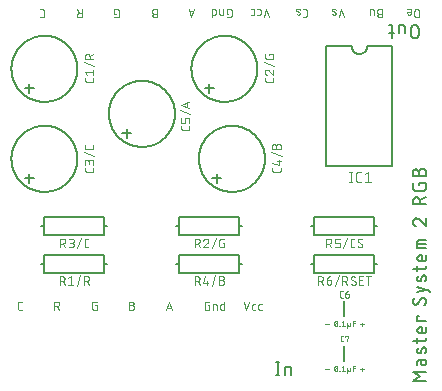
<source format=gbr>
G04 EAGLE Gerber RS-274X export*
G75*
%MOMM*%
%FSLAX34Y34*%
%LPD*%
%INSilkscreen Top*%
%IPPOS*%
%AMOC8*
5,1,8,0,0,1.08239X$1,22.5*%
G01*
%ADD10C,0.152400*%
%ADD11C,0.050800*%
%ADD12C,0.076200*%
%ADD13C,0.101600*%
%ADD14C,0.203200*%


D10*
X424688Y161305D02*
X413512Y161305D01*
X419721Y165030D01*
X413512Y168755D01*
X424688Y168755D01*
X420342Y176457D02*
X420342Y179251D01*
X420342Y176457D02*
X420344Y176365D01*
X420350Y176273D01*
X420360Y176181D01*
X420373Y176090D01*
X420391Y175999D01*
X420412Y175909D01*
X420437Y175821D01*
X420466Y175733D01*
X420499Y175647D01*
X420535Y175562D01*
X420575Y175479D01*
X420618Y175397D01*
X420665Y175318D01*
X420715Y175240D01*
X420768Y175165D01*
X420824Y175092D01*
X420884Y175021D01*
X420946Y174953D01*
X421011Y174888D01*
X421079Y174826D01*
X421150Y174766D01*
X421223Y174710D01*
X421298Y174657D01*
X421376Y174607D01*
X421455Y174560D01*
X421537Y174517D01*
X421620Y174477D01*
X421705Y174441D01*
X421791Y174408D01*
X421879Y174379D01*
X421967Y174354D01*
X422057Y174333D01*
X422148Y174315D01*
X422239Y174302D01*
X422331Y174292D01*
X422423Y174286D01*
X422515Y174284D01*
X422607Y174286D01*
X422699Y174292D01*
X422791Y174302D01*
X422882Y174315D01*
X422973Y174333D01*
X423063Y174354D01*
X423151Y174379D01*
X423239Y174408D01*
X423325Y174441D01*
X423410Y174477D01*
X423493Y174517D01*
X423575Y174560D01*
X423654Y174607D01*
X423732Y174657D01*
X423807Y174710D01*
X423880Y174766D01*
X423951Y174826D01*
X424019Y174888D01*
X424084Y174953D01*
X424146Y175021D01*
X424206Y175092D01*
X424262Y175165D01*
X424315Y175240D01*
X424365Y175318D01*
X424412Y175397D01*
X424455Y175479D01*
X424495Y175562D01*
X424531Y175647D01*
X424564Y175733D01*
X424593Y175821D01*
X424618Y175909D01*
X424639Y175999D01*
X424657Y176090D01*
X424670Y176181D01*
X424680Y176273D01*
X424686Y176365D01*
X424688Y176457D01*
X424688Y179251D01*
X419100Y179251D01*
X419014Y179249D01*
X418928Y179243D01*
X418843Y179233D01*
X418758Y179219D01*
X418673Y179202D01*
X418590Y179180D01*
X418508Y179154D01*
X418427Y179125D01*
X418348Y179092D01*
X418270Y179056D01*
X418193Y179016D01*
X418119Y178972D01*
X418047Y178925D01*
X417977Y178875D01*
X417910Y178821D01*
X417845Y178765D01*
X417783Y178705D01*
X417723Y178643D01*
X417667Y178578D01*
X417613Y178511D01*
X417563Y178441D01*
X417516Y178369D01*
X417472Y178295D01*
X417432Y178218D01*
X417396Y178141D01*
X417363Y178061D01*
X417334Y177980D01*
X417308Y177898D01*
X417286Y177815D01*
X417269Y177730D01*
X417255Y177645D01*
X417245Y177560D01*
X417239Y177474D01*
X417237Y177388D01*
X417237Y174905D01*
X420342Y185576D02*
X421584Y188680D01*
X420342Y185575D02*
X420311Y185503D01*
X420277Y185433D01*
X420239Y185364D01*
X420198Y185297D01*
X420154Y185232D01*
X420106Y185170D01*
X420056Y185110D01*
X420003Y185052D01*
X419947Y184997D01*
X419888Y184945D01*
X419827Y184896D01*
X419764Y184850D01*
X419699Y184807D01*
X419631Y184767D01*
X419562Y184730D01*
X419491Y184697D01*
X419418Y184668D01*
X419344Y184642D01*
X419269Y184619D01*
X419193Y184601D01*
X419116Y184586D01*
X419038Y184574D01*
X418960Y184567D01*
X418882Y184563D01*
X418804Y184564D01*
X418725Y184568D01*
X418647Y184575D01*
X418570Y184587D01*
X418493Y184602D01*
X418417Y184622D01*
X418342Y184644D01*
X418268Y184671D01*
X418196Y184701D01*
X418125Y184734D01*
X418056Y184771D01*
X417988Y184811D01*
X417923Y184855D01*
X417860Y184901D01*
X417799Y184951D01*
X417741Y185003D01*
X417685Y185058D01*
X417632Y185116D01*
X417582Y185177D01*
X417535Y185239D01*
X417492Y185304D01*
X417451Y185371D01*
X417413Y185440D01*
X417380Y185511D01*
X417349Y185583D01*
X417322Y185657D01*
X417299Y185731D01*
X417279Y185807D01*
X417263Y185884D01*
X417251Y185961D01*
X417243Y186039D01*
X417238Y186118D01*
X417237Y186196D01*
X417238Y186197D02*
X417242Y186366D01*
X417251Y186536D01*
X417263Y186705D01*
X417280Y186873D01*
X417301Y187042D01*
X417325Y187209D01*
X417354Y187376D01*
X417387Y187543D01*
X417424Y187708D01*
X417465Y187873D01*
X417509Y188036D01*
X417558Y188199D01*
X417610Y188360D01*
X417667Y188520D01*
X417727Y188678D01*
X417791Y188835D01*
X417859Y188991D01*
X421583Y188680D02*
X421614Y188752D01*
X421648Y188822D01*
X421686Y188891D01*
X421727Y188958D01*
X421771Y189023D01*
X421819Y189085D01*
X421869Y189145D01*
X421922Y189203D01*
X421978Y189258D01*
X422037Y189310D01*
X422098Y189359D01*
X422161Y189405D01*
X422226Y189448D01*
X422294Y189488D01*
X422363Y189525D01*
X422434Y189558D01*
X422507Y189587D01*
X422581Y189613D01*
X422656Y189636D01*
X422732Y189654D01*
X422809Y189669D01*
X422887Y189681D01*
X422965Y189688D01*
X423043Y189692D01*
X423121Y189691D01*
X423200Y189687D01*
X423278Y189680D01*
X423355Y189668D01*
X423432Y189653D01*
X423508Y189633D01*
X423583Y189611D01*
X423657Y189584D01*
X423729Y189554D01*
X423800Y189521D01*
X423869Y189484D01*
X423937Y189444D01*
X424002Y189400D01*
X424065Y189354D01*
X424126Y189304D01*
X424184Y189252D01*
X424240Y189197D01*
X424293Y189139D01*
X424343Y189078D01*
X424390Y189016D01*
X424433Y188951D01*
X424474Y188884D01*
X424512Y188815D01*
X424545Y188744D01*
X424576Y188672D01*
X424603Y188598D01*
X424626Y188524D01*
X424646Y188448D01*
X424662Y188371D01*
X424674Y188294D01*
X424682Y188216D01*
X424687Y188137D01*
X424688Y188059D01*
X424681Y187810D01*
X424669Y187562D01*
X424651Y187313D01*
X424627Y187065D01*
X424597Y186818D01*
X424561Y186572D01*
X424519Y186326D01*
X424472Y186082D01*
X424418Y185838D01*
X424360Y185596D01*
X424295Y185356D01*
X424225Y185117D01*
X424149Y184880D01*
X424067Y184645D01*
X417237Y193532D02*
X417237Y197257D01*
X413512Y194773D02*
X422825Y194773D01*
X422909Y194775D01*
X422992Y194781D01*
X423075Y194790D01*
X423158Y194803D01*
X423240Y194820D01*
X423321Y194840D01*
X423401Y194864D01*
X423480Y194892D01*
X423557Y194923D01*
X423633Y194957D01*
X423708Y194995D01*
X423781Y195037D01*
X423851Y195081D01*
X423920Y195129D01*
X423987Y195179D01*
X424051Y195233D01*
X424112Y195289D01*
X424172Y195349D01*
X424228Y195410D01*
X424282Y195474D01*
X424332Y195541D01*
X424380Y195610D01*
X424424Y195680D01*
X424466Y195753D01*
X424504Y195828D01*
X424538Y195904D01*
X424569Y195981D01*
X424597Y196060D01*
X424621Y196140D01*
X424641Y196221D01*
X424658Y196303D01*
X424671Y196386D01*
X424681Y196469D01*
X424686Y196552D01*
X424688Y196636D01*
X424688Y197257D01*
X424688Y203652D02*
X424688Y206756D01*
X424688Y203652D02*
X424686Y203566D01*
X424680Y203480D01*
X424670Y203395D01*
X424656Y203310D01*
X424639Y203225D01*
X424617Y203142D01*
X424591Y203060D01*
X424562Y202979D01*
X424529Y202900D01*
X424493Y202822D01*
X424453Y202745D01*
X424409Y202671D01*
X424362Y202599D01*
X424312Y202529D01*
X424258Y202462D01*
X424202Y202397D01*
X424142Y202335D01*
X424080Y202275D01*
X424015Y202219D01*
X423948Y202165D01*
X423878Y202115D01*
X423806Y202068D01*
X423732Y202024D01*
X423655Y201984D01*
X423578Y201948D01*
X423498Y201915D01*
X423417Y201886D01*
X423335Y201860D01*
X423252Y201838D01*
X423167Y201821D01*
X423082Y201807D01*
X422997Y201797D01*
X422911Y201791D01*
X422825Y201789D01*
X419721Y201789D01*
X419622Y201791D01*
X419524Y201797D01*
X419425Y201807D01*
X419328Y201820D01*
X419230Y201838D01*
X419134Y201859D01*
X419038Y201885D01*
X418944Y201914D01*
X418851Y201946D01*
X418759Y201983D01*
X418669Y202023D01*
X418580Y202067D01*
X418493Y202114D01*
X418408Y202164D01*
X418326Y202218D01*
X418245Y202275D01*
X418167Y202335D01*
X418091Y202399D01*
X418018Y202465D01*
X417947Y202534D01*
X417879Y202606D01*
X417815Y202681D01*
X417753Y202758D01*
X417694Y202837D01*
X417639Y202919D01*
X417586Y203003D01*
X417538Y203088D01*
X417492Y203176D01*
X417450Y203266D01*
X417412Y203357D01*
X417378Y203449D01*
X417347Y203543D01*
X417320Y203638D01*
X417296Y203734D01*
X417277Y203831D01*
X417261Y203928D01*
X417249Y204026D01*
X417241Y204125D01*
X417237Y204224D01*
X417237Y204322D01*
X417241Y204421D01*
X417249Y204520D01*
X417261Y204618D01*
X417277Y204715D01*
X417296Y204812D01*
X417320Y204908D01*
X417347Y205003D01*
X417378Y205097D01*
X417412Y205189D01*
X417450Y205280D01*
X417492Y205370D01*
X417538Y205458D01*
X417586Y205543D01*
X417639Y205627D01*
X417694Y205709D01*
X417753Y205788D01*
X417815Y205865D01*
X417879Y205940D01*
X417947Y206012D01*
X418018Y206081D01*
X418091Y206147D01*
X418167Y206211D01*
X418245Y206271D01*
X418326Y206328D01*
X418408Y206382D01*
X418493Y206432D01*
X418580Y206479D01*
X418669Y206523D01*
X418759Y206563D01*
X418851Y206600D01*
X418944Y206632D01*
X419038Y206661D01*
X419134Y206687D01*
X419230Y206708D01*
X419328Y206726D01*
X419425Y206739D01*
X419524Y206749D01*
X419622Y206755D01*
X419721Y206757D01*
X419721Y206756D02*
X420963Y206756D01*
X420963Y201789D01*
X424688Y212159D02*
X417237Y212159D01*
X417237Y215885D01*
X418479Y215885D01*
X424688Y229278D02*
X424686Y229375D01*
X424680Y229473D01*
X424671Y229570D01*
X424657Y229667D01*
X424640Y229763D01*
X424619Y229858D01*
X424595Y229952D01*
X424566Y230046D01*
X424534Y230138D01*
X424499Y230229D01*
X424460Y230318D01*
X424417Y230406D01*
X424371Y230492D01*
X424322Y230576D01*
X424269Y230658D01*
X424214Y230738D01*
X424155Y230816D01*
X424093Y230891D01*
X424028Y230964D01*
X423960Y231034D01*
X423890Y231102D01*
X423817Y231167D01*
X423742Y231229D01*
X423664Y231288D01*
X423584Y231343D01*
X423502Y231396D01*
X423418Y231445D01*
X423332Y231491D01*
X423244Y231534D01*
X423155Y231573D01*
X423064Y231608D01*
X422972Y231640D01*
X422878Y231669D01*
X422784Y231693D01*
X422689Y231714D01*
X422593Y231731D01*
X422496Y231745D01*
X422399Y231754D01*
X422302Y231760D01*
X422204Y231762D01*
X424688Y229278D02*
X424686Y229135D01*
X424680Y228992D01*
X424671Y228850D01*
X424657Y228708D01*
X424639Y228566D01*
X424618Y228425D01*
X424593Y228284D01*
X424564Y228144D01*
X424531Y228005D01*
X424495Y227867D01*
X424454Y227730D01*
X424410Y227594D01*
X424363Y227459D01*
X424311Y227326D01*
X424256Y227194D01*
X424198Y227064D01*
X424136Y226935D01*
X424070Y226808D01*
X424001Y226683D01*
X423929Y226560D01*
X423853Y226439D01*
X423775Y226320D01*
X423692Y226203D01*
X423607Y226088D01*
X423519Y225976D01*
X423427Y225866D01*
X423333Y225759D01*
X423236Y225654D01*
X423136Y225552D01*
X415996Y225862D02*
X415898Y225864D01*
X415801Y225870D01*
X415704Y225879D01*
X415607Y225893D01*
X415511Y225910D01*
X415416Y225931D01*
X415322Y225955D01*
X415228Y225984D01*
X415136Y226016D01*
X415045Y226051D01*
X414956Y226090D01*
X414868Y226133D01*
X414782Y226179D01*
X414698Y226228D01*
X414616Y226281D01*
X414536Y226336D01*
X414458Y226395D01*
X414383Y226457D01*
X414310Y226522D01*
X414240Y226590D01*
X414172Y226660D01*
X414107Y226733D01*
X414045Y226808D01*
X413986Y226886D01*
X413931Y226966D01*
X413878Y227048D01*
X413829Y227132D01*
X413783Y227218D01*
X413740Y227306D01*
X413701Y227395D01*
X413666Y227486D01*
X413634Y227578D01*
X413605Y227672D01*
X413581Y227766D01*
X413560Y227861D01*
X413543Y227957D01*
X413529Y228054D01*
X413520Y228151D01*
X413514Y228248D01*
X413512Y228346D01*
X413514Y228476D01*
X413519Y228606D01*
X413528Y228736D01*
X413541Y228866D01*
X413557Y228995D01*
X413577Y229124D01*
X413601Y229252D01*
X413628Y229380D01*
X413659Y229506D01*
X413693Y229632D01*
X413731Y229757D01*
X413772Y229880D01*
X413817Y230003D01*
X413865Y230124D01*
X413916Y230244D01*
X413971Y230362D01*
X414029Y230478D01*
X414090Y230593D01*
X414155Y230707D01*
X414222Y230818D01*
X414293Y230927D01*
X414367Y231035D01*
X414443Y231140D01*
X418169Y227105D02*
X418118Y227022D01*
X418064Y226941D01*
X418007Y226863D01*
X417947Y226787D01*
X417884Y226713D01*
X417818Y226642D01*
X417750Y226573D01*
X417679Y226507D01*
X417606Y226443D01*
X417530Y226383D01*
X417452Y226326D01*
X417371Y226271D01*
X417289Y226220D01*
X417205Y226172D01*
X417119Y226127D01*
X417031Y226085D01*
X416942Y226047D01*
X416852Y226013D01*
X416760Y225981D01*
X416667Y225954D01*
X416573Y225930D01*
X416478Y225909D01*
X416382Y225893D01*
X416286Y225880D01*
X416190Y225870D01*
X416093Y225865D01*
X415996Y225863D01*
X420031Y230519D02*
X420082Y230602D01*
X420136Y230683D01*
X420193Y230761D01*
X420253Y230837D01*
X420316Y230911D01*
X420382Y230982D01*
X420450Y231051D01*
X420521Y231117D01*
X420594Y231181D01*
X420670Y231241D01*
X420748Y231298D01*
X420829Y231353D01*
X420911Y231404D01*
X420995Y231452D01*
X421081Y231497D01*
X421169Y231539D01*
X421258Y231577D01*
X421348Y231611D01*
X421440Y231643D01*
X421533Y231670D01*
X421627Y231694D01*
X421722Y231715D01*
X421818Y231731D01*
X421914Y231744D01*
X422010Y231754D01*
X422107Y231759D01*
X422204Y231761D01*
X420031Y230519D02*
X418169Y227105D01*
X428413Y236079D02*
X428413Y237321D01*
X417237Y241046D01*
X417237Y236079D02*
X424688Y238563D01*
X420342Y246535D02*
X421584Y249640D01*
X420342Y246535D02*
X420311Y246463D01*
X420277Y246393D01*
X420239Y246324D01*
X420198Y246257D01*
X420154Y246192D01*
X420106Y246130D01*
X420056Y246070D01*
X420003Y246012D01*
X419947Y245957D01*
X419888Y245905D01*
X419827Y245856D01*
X419764Y245810D01*
X419699Y245767D01*
X419631Y245727D01*
X419562Y245690D01*
X419491Y245657D01*
X419418Y245628D01*
X419344Y245602D01*
X419269Y245579D01*
X419193Y245561D01*
X419116Y245546D01*
X419038Y245534D01*
X418960Y245527D01*
X418882Y245523D01*
X418804Y245524D01*
X418725Y245528D01*
X418647Y245535D01*
X418570Y245547D01*
X418493Y245562D01*
X418417Y245582D01*
X418342Y245604D01*
X418268Y245631D01*
X418196Y245661D01*
X418125Y245694D01*
X418056Y245731D01*
X417988Y245771D01*
X417923Y245815D01*
X417860Y245861D01*
X417799Y245911D01*
X417741Y245963D01*
X417685Y246018D01*
X417632Y246076D01*
X417582Y246137D01*
X417535Y246199D01*
X417492Y246264D01*
X417451Y246331D01*
X417413Y246400D01*
X417380Y246471D01*
X417349Y246543D01*
X417322Y246617D01*
X417299Y246691D01*
X417279Y246767D01*
X417263Y246844D01*
X417251Y246921D01*
X417243Y246999D01*
X417238Y247078D01*
X417237Y247156D01*
X417238Y247156D02*
X417242Y247325D01*
X417251Y247495D01*
X417263Y247664D01*
X417280Y247832D01*
X417301Y248001D01*
X417325Y248168D01*
X417354Y248335D01*
X417387Y248502D01*
X417424Y248667D01*
X417465Y248832D01*
X417509Y248995D01*
X417558Y249158D01*
X417610Y249319D01*
X417667Y249479D01*
X417727Y249637D01*
X417791Y249794D01*
X417859Y249950D01*
X421583Y249640D02*
X421614Y249712D01*
X421648Y249782D01*
X421686Y249851D01*
X421727Y249918D01*
X421771Y249983D01*
X421819Y250045D01*
X421869Y250105D01*
X421922Y250163D01*
X421978Y250218D01*
X422037Y250270D01*
X422098Y250319D01*
X422161Y250365D01*
X422226Y250408D01*
X422294Y250448D01*
X422363Y250485D01*
X422434Y250518D01*
X422507Y250547D01*
X422581Y250573D01*
X422656Y250596D01*
X422732Y250614D01*
X422809Y250629D01*
X422887Y250641D01*
X422965Y250648D01*
X423043Y250652D01*
X423121Y250651D01*
X423200Y250647D01*
X423278Y250640D01*
X423355Y250628D01*
X423432Y250613D01*
X423508Y250593D01*
X423583Y250571D01*
X423657Y250544D01*
X423729Y250514D01*
X423800Y250481D01*
X423869Y250444D01*
X423937Y250404D01*
X424002Y250360D01*
X424065Y250314D01*
X424126Y250264D01*
X424184Y250212D01*
X424240Y250157D01*
X424293Y250099D01*
X424343Y250038D01*
X424390Y249976D01*
X424433Y249911D01*
X424474Y249844D01*
X424512Y249775D01*
X424545Y249704D01*
X424576Y249632D01*
X424603Y249558D01*
X424626Y249484D01*
X424646Y249408D01*
X424662Y249331D01*
X424674Y249254D01*
X424682Y249176D01*
X424687Y249097D01*
X424688Y249019D01*
X424681Y248770D01*
X424669Y248522D01*
X424651Y248273D01*
X424627Y248025D01*
X424597Y247778D01*
X424561Y247532D01*
X424519Y247286D01*
X424472Y247042D01*
X424418Y246798D01*
X424360Y246556D01*
X424295Y246316D01*
X424225Y246077D01*
X424149Y245840D01*
X424067Y245605D01*
X417237Y254492D02*
X417237Y258217D01*
X413512Y255733D02*
X422825Y255733D01*
X422909Y255735D01*
X422992Y255741D01*
X423075Y255750D01*
X423158Y255763D01*
X423240Y255780D01*
X423321Y255800D01*
X423401Y255824D01*
X423480Y255852D01*
X423557Y255883D01*
X423633Y255917D01*
X423708Y255955D01*
X423781Y255997D01*
X423851Y256041D01*
X423920Y256089D01*
X423987Y256139D01*
X424051Y256193D01*
X424112Y256249D01*
X424172Y256309D01*
X424228Y256370D01*
X424282Y256434D01*
X424332Y256501D01*
X424380Y256570D01*
X424424Y256640D01*
X424466Y256713D01*
X424504Y256788D01*
X424538Y256864D01*
X424569Y256941D01*
X424597Y257020D01*
X424621Y257100D01*
X424641Y257181D01*
X424658Y257263D01*
X424671Y257346D01*
X424681Y257429D01*
X424686Y257512D01*
X424688Y257596D01*
X424688Y258217D01*
X424688Y264612D02*
X424688Y267716D01*
X424688Y264612D02*
X424686Y264526D01*
X424680Y264440D01*
X424670Y264355D01*
X424656Y264270D01*
X424639Y264185D01*
X424617Y264102D01*
X424591Y264020D01*
X424562Y263939D01*
X424529Y263860D01*
X424493Y263782D01*
X424453Y263705D01*
X424409Y263631D01*
X424362Y263559D01*
X424312Y263489D01*
X424258Y263422D01*
X424202Y263357D01*
X424142Y263295D01*
X424080Y263235D01*
X424015Y263179D01*
X423948Y263125D01*
X423878Y263075D01*
X423806Y263028D01*
X423732Y262984D01*
X423655Y262944D01*
X423578Y262908D01*
X423498Y262875D01*
X423417Y262846D01*
X423335Y262820D01*
X423252Y262798D01*
X423167Y262781D01*
X423082Y262767D01*
X422997Y262757D01*
X422911Y262751D01*
X422825Y262749D01*
X419721Y262749D01*
X419622Y262751D01*
X419524Y262757D01*
X419425Y262767D01*
X419328Y262780D01*
X419230Y262798D01*
X419134Y262819D01*
X419038Y262845D01*
X418944Y262874D01*
X418851Y262906D01*
X418759Y262943D01*
X418669Y262983D01*
X418580Y263027D01*
X418493Y263074D01*
X418408Y263124D01*
X418326Y263178D01*
X418245Y263235D01*
X418167Y263295D01*
X418091Y263359D01*
X418018Y263425D01*
X417947Y263494D01*
X417879Y263566D01*
X417815Y263641D01*
X417753Y263718D01*
X417694Y263797D01*
X417639Y263879D01*
X417586Y263963D01*
X417538Y264048D01*
X417492Y264136D01*
X417450Y264226D01*
X417412Y264317D01*
X417378Y264409D01*
X417347Y264503D01*
X417320Y264598D01*
X417296Y264694D01*
X417277Y264791D01*
X417261Y264888D01*
X417249Y264986D01*
X417241Y265085D01*
X417237Y265184D01*
X417237Y265282D01*
X417241Y265381D01*
X417249Y265480D01*
X417261Y265578D01*
X417277Y265675D01*
X417296Y265772D01*
X417320Y265868D01*
X417347Y265963D01*
X417378Y266057D01*
X417412Y266149D01*
X417450Y266240D01*
X417492Y266330D01*
X417538Y266418D01*
X417586Y266503D01*
X417639Y266587D01*
X417694Y266669D01*
X417753Y266748D01*
X417815Y266825D01*
X417879Y266900D01*
X417947Y266972D01*
X418018Y267041D01*
X418091Y267107D01*
X418167Y267171D01*
X418245Y267231D01*
X418326Y267288D01*
X418408Y267342D01*
X418493Y267392D01*
X418580Y267439D01*
X418669Y267483D01*
X418759Y267523D01*
X418851Y267560D01*
X418944Y267592D01*
X419038Y267621D01*
X419134Y267647D01*
X419230Y267668D01*
X419328Y267686D01*
X419425Y267699D01*
X419524Y267709D01*
X419622Y267715D01*
X419721Y267717D01*
X419721Y267716D02*
X420963Y267716D01*
X420963Y262749D01*
X424688Y273318D02*
X417237Y273318D01*
X417237Y278906D01*
X417239Y278990D01*
X417245Y279073D01*
X417254Y279156D01*
X417267Y279239D01*
X417284Y279321D01*
X417304Y279402D01*
X417328Y279482D01*
X417356Y279561D01*
X417387Y279638D01*
X417421Y279714D01*
X417459Y279789D01*
X417501Y279862D01*
X417545Y279932D01*
X417593Y280001D01*
X417643Y280068D01*
X417697Y280132D01*
X417753Y280193D01*
X417813Y280253D01*
X417874Y280309D01*
X417938Y280363D01*
X418005Y280413D01*
X418074Y280461D01*
X418144Y280505D01*
X418217Y280547D01*
X418292Y280585D01*
X418368Y280619D01*
X418445Y280650D01*
X418524Y280678D01*
X418604Y280702D01*
X418685Y280722D01*
X418767Y280739D01*
X418850Y280752D01*
X418933Y280762D01*
X419016Y280767D01*
X419100Y280769D01*
X424688Y280769D01*
X424688Y277044D02*
X417237Y277044D01*
X413512Y296023D02*
X413514Y296127D01*
X413520Y296232D01*
X413530Y296336D01*
X413543Y296439D01*
X413561Y296542D01*
X413582Y296645D01*
X413607Y296746D01*
X413636Y296847D01*
X413669Y296946D01*
X413705Y297044D01*
X413745Y297140D01*
X413789Y297235D01*
X413836Y297329D01*
X413886Y297420D01*
X413940Y297509D01*
X413997Y297597D01*
X414058Y297682D01*
X414122Y297765D01*
X414188Y297845D01*
X414258Y297923D01*
X414330Y297999D01*
X414406Y298071D01*
X414484Y298141D01*
X414564Y298207D01*
X414647Y298271D01*
X414732Y298332D01*
X414820Y298389D01*
X414909Y298443D01*
X415000Y298493D01*
X415094Y298540D01*
X415189Y298584D01*
X415285Y298624D01*
X415383Y298660D01*
X415482Y298693D01*
X415583Y298722D01*
X415684Y298747D01*
X415787Y298768D01*
X415890Y298786D01*
X415993Y298799D01*
X416097Y298809D01*
X416202Y298815D01*
X416306Y298817D01*
X413512Y296023D02*
X413514Y295904D01*
X413520Y295786D01*
X413530Y295667D01*
X413543Y295549D01*
X413561Y295432D01*
X413583Y295315D01*
X413608Y295199D01*
X413637Y295084D01*
X413670Y294969D01*
X413707Y294856D01*
X413747Y294745D01*
X413791Y294634D01*
X413839Y294526D01*
X413890Y294419D01*
X413945Y294313D01*
X414004Y294210D01*
X414065Y294108D01*
X414130Y294009D01*
X414199Y293911D01*
X414270Y293817D01*
X414345Y293724D01*
X414422Y293634D01*
X414503Y293547D01*
X414586Y293462D01*
X414672Y293380D01*
X414761Y293301D01*
X414852Y293225D01*
X414946Y293152D01*
X415042Y293083D01*
X415141Y293016D01*
X415241Y292953D01*
X415344Y292893D01*
X415448Y292836D01*
X415555Y292784D01*
X415663Y292734D01*
X415772Y292688D01*
X415884Y292646D01*
X415996Y292608D01*
X418479Y297886D02*
X418405Y297961D01*
X418328Y298033D01*
X418249Y298103D01*
X418167Y298170D01*
X418083Y298234D01*
X417997Y298295D01*
X417909Y298353D01*
X417818Y298408D01*
X417726Y298460D01*
X417632Y298508D01*
X417537Y298553D01*
X417439Y298595D01*
X417341Y298633D01*
X417241Y298668D01*
X417140Y298699D01*
X417038Y298726D01*
X416935Y298750D01*
X416832Y298771D01*
X416727Y298787D01*
X416622Y298800D01*
X416517Y298810D01*
X416412Y298815D01*
X416306Y298817D01*
X418479Y297886D02*
X424688Y292608D01*
X424688Y298817D01*
X424688Y310607D02*
X413512Y310607D01*
X413512Y313712D01*
X413514Y313823D01*
X413520Y313933D01*
X413530Y314044D01*
X413544Y314154D01*
X413561Y314263D01*
X413583Y314372D01*
X413608Y314480D01*
X413638Y314586D01*
X413671Y314692D01*
X413708Y314797D01*
X413748Y314900D01*
X413793Y315001D01*
X413840Y315101D01*
X413892Y315200D01*
X413947Y315296D01*
X414005Y315390D01*
X414066Y315482D01*
X414131Y315572D01*
X414199Y315660D01*
X414270Y315745D01*
X414344Y315827D01*
X414421Y315907D01*
X414501Y315984D01*
X414583Y316058D01*
X414668Y316129D01*
X414756Y316197D01*
X414846Y316262D01*
X414938Y316323D01*
X415032Y316381D01*
X415128Y316436D01*
X415227Y316488D01*
X415327Y316535D01*
X415428Y316580D01*
X415531Y316620D01*
X415636Y316657D01*
X415742Y316690D01*
X415848Y316720D01*
X415956Y316745D01*
X416065Y316767D01*
X416174Y316784D01*
X416284Y316798D01*
X416395Y316808D01*
X416505Y316814D01*
X416616Y316816D01*
X416727Y316814D01*
X416837Y316808D01*
X416948Y316798D01*
X417058Y316784D01*
X417167Y316767D01*
X417276Y316745D01*
X417384Y316720D01*
X417490Y316690D01*
X417596Y316657D01*
X417701Y316620D01*
X417804Y316580D01*
X417905Y316535D01*
X418005Y316488D01*
X418104Y316436D01*
X418200Y316381D01*
X418294Y316323D01*
X418386Y316262D01*
X418476Y316197D01*
X418564Y316129D01*
X418649Y316058D01*
X418731Y315984D01*
X418811Y315907D01*
X418888Y315827D01*
X418962Y315745D01*
X419033Y315660D01*
X419101Y315572D01*
X419166Y315482D01*
X419227Y315390D01*
X419285Y315296D01*
X419340Y315200D01*
X419392Y315101D01*
X419439Y315001D01*
X419484Y314900D01*
X419524Y314797D01*
X419561Y314692D01*
X419594Y314586D01*
X419624Y314480D01*
X419649Y314372D01*
X419671Y314263D01*
X419688Y314154D01*
X419702Y314044D01*
X419712Y313933D01*
X419718Y313823D01*
X419720Y313712D01*
X419721Y313712D02*
X419721Y310607D01*
X419721Y314332D02*
X424688Y316816D01*
X418479Y326672D02*
X418479Y328535D01*
X424688Y328535D01*
X424688Y324810D01*
X424686Y324712D01*
X424680Y324615D01*
X424671Y324518D01*
X424657Y324421D01*
X424640Y324325D01*
X424619Y324230D01*
X424595Y324136D01*
X424566Y324042D01*
X424534Y323950D01*
X424499Y323859D01*
X424460Y323770D01*
X424417Y323682D01*
X424371Y323596D01*
X424322Y323512D01*
X424269Y323430D01*
X424214Y323350D01*
X424155Y323272D01*
X424093Y323197D01*
X424028Y323124D01*
X423960Y323054D01*
X423890Y322986D01*
X423817Y322921D01*
X423742Y322859D01*
X423664Y322800D01*
X423584Y322745D01*
X423502Y322692D01*
X423418Y322643D01*
X423332Y322597D01*
X423244Y322554D01*
X423155Y322515D01*
X423064Y322480D01*
X422972Y322448D01*
X422878Y322419D01*
X422784Y322395D01*
X422689Y322374D01*
X422593Y322357D01*
X422496Y322343D01*
X422399Y322334D01*
X422302Y322328D01*
X422204Y322326D01*
X415996Y322326D01*
X415898Y322328D01*
X415801Y322334D01*
X415704Y322343D01*
X415607Y322357D01*
X415511Y322374D01*
X415416Y322395D01*
X415322Y322419D01*
X415228Y322448D01*
X415136Y322480D01*
X415045Y322515D01*
X414956Y322554D01*
X414868Y322597D01*
X414782Y322643D01*
X414698Y322692D01*
X414616Y322745D01*
X414536Y322800D01*
X414458Y322859D01*
X414383Y322921D01*
X414310Y322986D01*
X414240Y323054D01*
X414172Y323124D01*
X414107Y323197D01*
X414045Y323272D01*
X413986Y323350D01*
X413931Y323430D01*
X413878Y323512D01*
X413829Y323596D01*
X413783Y323682D01*
X413740Y323770D01*
X413701Y323859D01*
X413666Y323950D01*
X413634Y324042D01*
X413605Y324136D01*
X413581Y324230D01*
X413560Y324325D01*
X413543Y324421D01*
X413529Y324518D01*
X413520Y324615D01*
X413514Y324712D01*
X413512Y324810D01*
X413512Y328535D01*
X418479Y334730D02*
X418479Y337834D01*
X418480Y337834D02*
X418482Y337945D01*
X418488Y338055D01*
X418498Y338166D01*
X418512Y338276D01*
X418529Y338385D01*
X418551Y338494D01*
X418576Y338602D01*
X418606Y338708D01*
X418639Y338814D01*
X418676Y338919D01*
X418716Y339022D01*
X418761Y339123D01*
X418808Y339223D01*
X418860Y339322D01*
X418915Y339418D01*
X418973Y339512D01*
X419034Y339604D01*
X419099Y339694D01*
X419167Y339782D01*
X419238Y339867D01*
X419312Y339949D01*
X419389Y340029D01*
X419469Y340106D01*
X419551Y340180D01*
X419636Y340251D01*
X419724Y340319D01*
X419814Y340384D01*
X419906Y340445D01*
X420000Y340503D01*
X420096Y340558D01*
X420195Y340610D01*
X420295Y340657D01*
X420396Y340702D01*
X420499Y340742D01*
X420604Y340779D01*
X420710Y340812D01*
X420816Y340842D01*
X420924Y340867D01*
X421033Y340889D01*
X421142Y340906D01*
X421252Y340920D01*
X421363Y340930D01*
X421473Y340936D01*
X421584Y340938D01*
X421695Y340936D01*
X421805Y340930D01*
X421916Y340920D01*
X422026Y340906D01*
X422135Y340889D01*
X422244Y340867D01*
X422352Y340842D01*
X422458Y340812D01*
X422564Y340779D01*
X422669Y340742D01*
X422772Y340702D01*
X422873Y340657D01*
X422973Y340610D01*
X423072Y340558D01*
X423168Y340503D01*
X423262Y340445D01*
X423354Y340384D01*
X423444Y340319D01*
X423532Y340251D01*
X423617Y340180D01*
X423699Y340106D01*
X423779Y340029D01*
X423856Y339949D01*
X423930Y339867D01*
X424001Y339782D01*
X424069Y339694D01*
X424134Y339604D01*
X424195Y339512D01*
X424253Y339418D01*
X424308Y339322D01*
X424360Y339223D01*
X424407Y339123D01*
X424452Y339022D01*
X424492Y338919D01*
X424529Y338814D01*
X424562Y338708D01*
X424592Y338602D01*
X424617Y338494D01*
X424639Y338385D01*
X424656Y338276D01*
X424670Y338166D01*
X424680Y338055D01*
X424686Y337945D01*
X424688Y337834D01*
X424688Y334730D01*
X413512Y334730D01*
X413512Y337834D01*
X413514Y337933D01*
X413520Y338031D01*
X413530Y338130D01*
X413543Y338227D01*
X413561Y338325D01*
X413582Y338421D01*
X413608Y338517D01*
X413637Y338611D01*
X413669Y338704D01*
X413706Y338796D01*
X413746Y338886D01*
X413790Y338975D01*
X413837Y339062D01*
X413887Y339147D01*
X413941Y339229D01*
X413998Y339310D01*
X414058Y339388D01*
X414122Y339464D01*
X414188Y339537D01*
X414257Y339608D01*
X414329Y339676D01*
X414404Y339740D01*
X414481Y339802D01*
X414560Y339861D01*
X414642Y339916D01*
X414726Y339969D01*
X414811Y340017D01*
X414899Y340063D01*
X414989Y340105D01*
X415080Y340143D01*
X415172Y340177D01*
X415266Y340208D01*
X415361Y340235D01*
X415457Y340259D01*
X415554Y340278D01*
X415651Y340294D01*
X415749Y340306D01*
X415848Y340314D01*
X415947Y340318D01*
X416045Y340318D01*
X416144Y340314D01*
X416243Y340306D01*
X416341Y340294D01*
X416438Y340278D01*
X416535Y340259D01*
X416631Y340235D01*
X416726Y340208D01*
X416820Y340177D01*
X416912Y340143D01*
X417003Y340105D01*
X417093Y340063D01*
X417181Y340017D01*
X417266Y339969D01*
X417350Y339916D01*
X417432Y339861D01*
X417511Y339802D01*
X417588Y339740D01*
X417663Y339676D01*
X417735Y339608D01*
X417804Y339537D01*
X417870Y339464D01*
X417934Y339388D01*
X417994Y339310D01*
X418051Y339229D01*
X418105Y339147D01*
X418155Y339062D01*
X418202Y338975D01*
X418246Y338886D01*
X418286Y338796D01*
X418323Y338704D01*
X418355Y338611D01*
X418384Y338517D01*
X418410Y338421D01*
X418431Y338325D01*
X418449Y338227D01*
X418462Y338130D01*
X418472Y338031D01*
X418478Y337933D01*
X418480Y337834D01*
D11*
X82296Y221234D02*
X80716Y221234D01*
X80638Y221236D01*
X80561Y221242D01*
X80484Y221251D01*
X80408Y221264D01*
X80332Y221281D01*
X80257Y221302D01*
X80184Y221326D01*
X80111Y221354D01*
X80040Y221386D01*
X79971Y221421D01*
X79904Y221459D01*
X79838Y221500D01*
X79775Y221545D01*
X79714Y221593D01*
X79655Y221643D01*
X79599Y221697D01*
X79545Y221753D01*
X79495Y221812D01*
X79447Y221873D01*
X79402Y221936D01*
X79361Y222002D01*
X79323Y222069D01*
X79288Y222138D01*
X79256Y222209D01*
X79228Y222282D01*
X79204Y222355D01*
X79183Y222430D01*
X79166Y222506D01*
X79153Y222582D01*
X79144Y222659D01*
X79138Y222736D01*
X79136Y222814D01*
X79135Y222814D02*
X79135Y226766D01*
X79136Y226766D02*
X79138Y226844D01*
X79144Y226921D01*
X79153Y226998D01*
X79166Y227074D01*
X79183Y227150D01*
X79204Y227225D01*
X79228Y227298D01*
X79256Y227371D01*
X79288Y227442D01*
X79323Y227511D01*
X79361Y227578D01*
X79402Y227644D01*
X79447Y227707D01*
X79495Y227768D01*
X79545Y227827D01*
X79599Y227883D01*
X79655Y227937D01*
X79714Y227987D01*
X79775Y228035D01*
X79838Y228080D01*
X79904Y228121D01*
X79971Y228159D01*
X80040Y228194D01*
X80111Y228226D01*
X80184Y228254D01*
X80257Y228278D01*
X80332Y228299D01*
X80408Y228316D01*
X80484Y228329D01*
X80561Y228338D01*
X80638Y228344D01*
X80716Y228346D01*
X82296Y228346D01*
D10*
X299141Y177038D02*
X299141Y165862D01*
X297900Y165862D02*
X300383Y165862D01*
X300383Y177038D02*
X297900Y177038D01*
X305421Y173313D02*
X305421Y165862D01*
X305421Y173313D02*
X308525Y173313D01*
X308609Y173311D01*
X308692Y173306D01*
X308775Y173296D01*
X308858Y173283D01*
X308940Y173266D01*
X309021Y173246D01*
X309101Y173222D01*
X309180Y173194D01*
X309257Y173163D01*
X309333Y173129D01*
X309408Y173091D01*
X309481Y173049D01*
X309551Y173005D01*
X309620Y172957D01*
X309687Y172907D01*
X309751Y172853D01*
X309812Y172797D01*
X309872Y172737D01*
X309928Y172676D01*
X309982Y172612D01*
X310032Y172545D01*
X310080Y172476D01*
X310124Y172406D01*
X310166Y172333D01*
X310204Y172258D01*
X310238Y172182D01*
X310269Y172105D01*
X310297Y172026D01*
X310321Y171946D01*
X310341Y171865D01*
X310358Y171783D01*
X310371Y171700D01*
X310381Y171617D01*
X310386Y171534D01*
X310388Y171450D01*
X310388Y165862D01*
D11*
X110095Y221234D02*
X110095Y228346D01*
X112070Y228346D01*
X112157Y228344D01*
X112245Y228338D01*
X112332Y228329D01*
X112418Y228315D01*
X112504Y228298D01*
X112588Y228277D01*
X112672Y228252D01*
X112755Y228223D01*
X112836Y228191D01*
X112916Y228156D01*
X112994Y228117D01*
X113071Y228074D01*
X113145Y228028D01*
X113217Y227979D01*
X113287Y227927D01*
X113355Y227871D01*
X113420Y227813D01*
X113483Y227752D01*
X113542Y227688D01*
X113599Y227621D01*
X113653Y227553D01*
X113704Y227481D01*
X113751Y227408D01*
X113796Y227333D01*
X113837Y227255D01*
X113874Y227176D01*
X113908Y227096D01*
X113938Y227014D01*
X113965Y226931D01*
X113988Y226846D01*
X114007Y226761D01*
X114022Y226675D01*
X114034Y226588D01*
X114042Y226501D01*
X114046Y226414D01*
X114046Y226326D01*
X114042Y226239D01*
X114034Y226152D01*
X114022Y226065D01*
X114007Y225979D01*
X113988Y225894D01*
X113965Y225809D01*
X113938Y225726D01*
X113908Y225644D01*
X113874Y225564D01*
X113837Y225485D01*
X113796Y225407D01*
X113751Y225332D01*
X113704Y225259D01*
X113653Y225187D01*
X113599Y225119D01*
X113542Y225052D01*
X113483Y224988D01*
X113420Y224927D01*
X113355Y224869D01*
X113287Y224813D01*
X113217Y224761D01*
X113145Y224712D01*
X113071Y224666D01*
X112994Y224623D01*
X112916Y224584D01*
X112836Y224549D01*
X112755Y224517D01*
X112672Y224488D01*
X112588Y224463D01*
X112504Y224442D01*
X112418Y224425D01*
X112332Y224411D01*
X112245Y224402D01*
X112157Y224396D01*
X112070Y224394D01*
X112070Y224395D02*
X110095Y224395D01*
X112466Y224395D02*
X114046Y221234D01*
X144611Y225185D02*
X145796Y225185D01*
X145796Y221234D01*
X143425Y221234D01*
X143347Y221236D01*
X143270Y221242D01*
X143193Y221251D01*
X143117Y221264D01*
X143041Y221281D01*
X142966Y221302D01*
X142893Y221326D01*
X142820Y221354D01*
X142749Y221386D01*
X142680Y221421D01*
X142613Y221459D01*
X142547Y221500D01*
X142484Y221545D01*
X142423Y221593D01*
X142364Y221643D01*
X142308Y221697D01*
X142254Y221753D01*
X142204Y221812D01*
X142156Y221873D01*
X142111Y221936D01*
X142070Y222002D01*
X142032Y222069D01*
X141997Y222138D01*
X141965Y222209D01*
X141937Y222282D01*
X141913Y222355D01*
X141892Y222430D01*
X141875Y222506D01*
X141862Y222582D01*
X141853Y222659D01*
X141847Y222736D01*
X141845Y222814D01*
X141845Y226766D01*
X141847Y226844D01*
X141853Y226921D01*
X141862Y226998D01*
X141875Y227074D01*
X141892Y227150D01*
X141913Y227225D01*
X141937Y227298D01*
X141965Y227371D01*
X141997Y227442D01*
X142032Y227511D01*
X142070Y227578D01*
X142111Y227644D01*
X142156Y227707D01*
X142204Y227768D01*
X142254Y227827D01*
X142308Y227883D01*
X142364Y227937D01*
X142423Y227987D01*
X142484Y228035D01*
X142547Y228080D01*
X142613Y228121D01*
X142680Y228159D01*
X142749Y228194D01*
X142820Y228226D01*
X142893Y228254D01*
X142966Y228278D01*
X143041Y228299D01*
X143117Y228316D01*
X143193Y228329D01*
X143270Y228338D01*
X143347Y228344D01*
X143425Y228346D01*
X145796Y228346D01*
X173595Y225185D02*
X175570Y225185D01*
X175570Y225186D02*
X175657Y225184D01*
X175745Y225178D01*
X175832Y225169D01*
X175918Y225155D01*
X176004Y225138D01*
X176088Y225117D01*
X176172Y225092D01*
X176255Y225063D01*
X176336Y225031D01*
X176416Y224996D01*
X176494Y224957D01*
X176571Y224914D01*
X176645Y224868D01*
X176717Y224819D01*
X176787Y224767D01*
X176855Y224711D01*
X176920Y224653D01*
X176983Y224592D01*
X177042Y224528D01*
X177099Y224461D01*
X177153Y224393D01*
X177204Y224321D01*
X177251Y224248D01*
X177296Y224173D01*
X177337Y224095D01*
X177374Y224016D01*
X177408Y223936D01*
X177438Y223854D01*
X177465Y223771D01*
X177488Y223686D01*
X177507Y223601D01*
X177522Y223515D01*
X177534Y223428D01*
X177542Y223341D01*
X177546Y223254D01*
X177546Y223166D01*
X177542Y223079D01*
X177534Y222992D01*
X177522Y222905D01*
X177507Y222819D01*
X177488Y222734D01*
X177465Y222649D01*
X177438Y222566D01*
X177408Y222484D01*
X177374Y222404D01*
X177337Y222325D01*
X177296Y222247D01*
X177251Y222172D01*
X177204Y222099D01*
X177153Y222027D01*
X177099Y221959D01*
X177042Y221892D01*
X176983Y221828D01*
X176920Y221767D01*
X176855Y221709D01*
X176787Y221653D01*
X176717Y221601D01*
X176645Y221552D01*
X176571Y221506D01*
X176494Y221463D01*
X176416Y221424D01*
X176336Y221389D01*
X176255Y221357D01*
X176172Y221328D01*
X176088Y221303D01*
X176004Y221282D01*
X175918Y221265D01*
X175832Y221251D01*
X175745Y221242D01*
X175657Y221236D01*
X175570Y221234D01*
X173595Y221234D01*
X173595Y228346D01*
X175570Y228346D01*
X175649Y228344D01*
X175727Y228338D01*
X175805Y228328D01*
X175883Y228315D01*
X175960Y228297D01*
X176036Y228276D01*
X176110Y228251D01*
X176184Y228222D01*
X176256Y228190D01*
X176326Y228154D01*
X176394Y228114D01*
X176460Y228071D01*
X176524Y228025D01*
X176586Y227976D01*
X176645Y227924D01*
X176701Y227869D01*
X176755Y227811D01*
X176805Y227751D01*
X176853Y227688D01*
X176897Y227623D01*
X176938Y227556D01*
X176976Y227487D01*
X177010Y227416D01*
X177041Y227343D01*
X177068Y227269D01*
X177091Y227194D01*
X177110Y227118D01*
X177126Y227040D01*
X177138Y226962D01*
X177146Y226884D01*
X177150Y226805D01*
X177150Y226727D01*
X177146Y226648D01*
X177138Y226570D01*
X177126Y226492D01*
X177110Y226414D01*
X177091Y226338D01*
X177068Y226263D01*
X177041Y226189D01*
X177010Y226116D01*
X176976Y226045D01*
X176938Y225976D01*
X176897Y225909D01*
X176853Y225844D01*
X176805Y225781D01*
X176755Y225721D01*
X176701Y225663D01*
X176645Y225608D01*
X176586Y225556D01*
X176524Y225507D01*
X176460Y225461D01*
X176394Y225418D01*
X176326Y225378D01*
X176256Y225342D01*
X176184Y225310D01*
X176110Y225281D01*
X176036Y225256D01*
X175960Y225235D01*
X175883Y225217D01*
X175805Y225204D01*
X175727Y225194D01*
X175649Y225188D01*
X175570Y225186D01*
X204555Y221234D02*
X206925Y228346D01*
X209296Y221234D01*
X208703Y223012D02*
X205147Y223012D01*
X239958Y225185D02*
X241143Y225185D01*
X241143Y221234D01*
X238773Y221234D01*
X238695Y221236D01*
X238618Y221242D01*
X238541Y221251D01*
X238465Y221264D01*
X238389Y221281D01*
X238314Y221302D01*
X238241Y221326D01*
X238168Y221354D01*
X238097Y221386D01*
X238028Y221421D01*
X237961Y221459D01*
X237895Y221500D01*
X237832Y221545D01*
X237771Y221593D01*
X237712Y221643D01*
X237656Y221697D01*
X237602Y221753D01*
X237552Y221812D01*
X237504Y221873D01*
X237459Y221936D01*
X237418Y222002D01*
X237380Y222069D01*
X237345Y222138D01*
X237313Y222209D01*
X237285Y222282D01*
X237261Y222355D01*
X237240Y222430D01*
X237223Y222506D01*
X237210Y222582D01*
X237201Y222659D01*
X237195Y222736D01*
X237193Y222814D01*
X237192Y222814D02*
X237192Y226766D01*
X237193Y226766D02*
X237195Y226844D01*
X237201Y226921D01*
X237210Y226998D01*
X237223Y227074D01*
X237240Y227150D01*
X237261Y227225D01*
X237285Y227298D01*
X237313Y227371D01*
X237345Y227442D01*
X237380Y227511D01*
X237418Y227578D01*
X237459Y227644D01*
X237504Y227707D01*
X237552Y227768D01*
X237602Y227827D01*
X237656Y227883D01*
X237712Y227937D01*
X237771Y227987D01*
X237832Y228035D01*
X237895Y228080D01*
X237961Y228121D01*
X238028Y228159D01*
X238097Y228194D01*
X238168Y228226D01*
X238241Y228254D01*
X238314Y228278D01*
X238389Y228299D01*
X238465Y228316D01*
X238541Y228329D01*
X238618Y228338D01*
X238695Y228344D01*
X238773Y228346D01*
X241143Y228346D01*
X244445Y225975D02*
X244445Y221234D01*
X244445Y225975D02*
X246421Y225975D01*
X246487Y225973D01*
X246554Y225968D01*
X246619Y225958D01*
X246685Y225945D01*
X246749Y225929D01*
X246812Y225909D01*
X246874Y225885D01*
X246935Y225858D01*
X246994Y225827D01*
X247051Y225793D01*
X247107Y225756D01*
X247160Y225716D01*
X247211Y225674D01*
X247259Y225628D01*
X247305Y225580D01*
X247347Y225529D01*
X247387Y225476D01*
X247424Y225420D01*
X247458Y225363D01*
X247489Y225304D01*
X247516Y225244D01*
X247539Y225181D01*
X247560Y225118D01*
X247576Y225054D01*
X247589Y224989D01*
X247599Y224923D01*
X247604Y224856D01*
X247606Y224790D01*
X247606Y221234D01*
X253746Y221234D02*
X253746Y228346D01*
X253746Y221234D02*
X251770Y221234D01*
X251704Y221236D01*
X251637Y221241D01*
X251572Y221251D01*
X251506Y221264D01*
X251442Y221280D01*
X251379Y221300D01*
X251317Y221324D01*
X251256Y221351D01*
X251197Y221382D01*
X251140Y221416D01*
X251084Y221453D01*
X251031Y221493D01*
X250980Y221535D01*
X250932Y221581D01*
X250886Y221629D01*
X250844Y221680D01*
X250804Y221733D01*
X250767Y221789D01*
X250733Y221846D01*
X250702Y221905D01*
X250675Y221966D01*
X250651Y222028D01*
X250631Y222091D01*
X250615Y222155D01*
X250602Y222221D01*
X250592Y222286D01*
X250587Y222353D01*
X250585Y222419D01*
X250585Y224790D01*
X250587Y224856D01*
X250592Y224923D01*
X250602Y224988D01*
X250615Y225054D01*
X250631Y225118D01*
X250651Y225181D01*
X250675Y225243D01*
X250702Y225304D01*
X250733Y225363D01*
X250767Y225420D01*
X250804Y225476D01*
X250844Y225529D01*
X250886Y225580D01*
X250932Y225628D01*
X250980Y225674D01*
X251031Y225716D01*
X251084Y225756D01*
X251140Y225793D01*
X251197Y225827D01*
X251256Y225858D01*
X251317Y225885D01*
X251379Y225909D01*
X251442Y225929D01*
X251506Y225945D01*
X251572Y225958D01*
X251637Y225968D01*
X251704Y225973D01*
X251770Y225975D01*
X253746Y225975D01*
X270274Y228346D02*
X272645Y221234D01*
X275016Y228346D01*
X278658Y221234D02*
X280238Y221234D01*
X278658Y221234D02*
X278592Y221236D01*
X278525Y221241D01*
X278460Y221251D01*
X278394Y221264D01*
X278330Y221280D01*
X278267Y221300D01*
X278205Y221324D01*
X278144Y221351D01*
X278085Y221382D01*
X278028Y221416D01*
X277972Y221453D01*
X277919Y221493D01*
X277868Y221535D01*
X277820Y221581D01*
X277774Y221629D01*
X277732Y221680D01*
X277692Y221733D01*
X277655Y221789D01*
X277621Y221846D01*
X277590Y221905D01*
X277563Y221966D01*
X277539Y222028D01*
X277519Y222091D01*
X277503Y222155D01*
X277490Y222221D01*
X277480Y222286D01*
X277475Y222353D01*
X277473Y222419D01*
X277473Y224790D01*
X277475Y224856D01*
X277480Y224923D01*
X277490Y224988D01*
X277503Y225054D01*
X277519Y225118D01*
X277539Y225181D01*
X277563Y225243D01*
X277590Y225304D01*
X277621Y225363D01*
X277655Y225420D01*
X277692Y225476D01*
X277732Y225529D01*
X277774Y225580D01*
X277820Y225628D01*
X277868Y225674D01*
X277919Y225716D01*
X277972Y225756D01*
X278028Y225793D01*
X278085Y225827D01*
X278144Y225858D01*
X278205Y225885D01*
X278267Y225909D01*
X278330Y225929D01*
X278394Y225945D01*
X278460Y225958D01*
X278525Y225968D01*
X278592Y225973D01*
X278658Y225975D01*
X280238Y225975D01*
X283916Y221234D02*
X285496Y221234D01*
X283916Y221234D02*
X283850Y221236D01*
X283783Y221241D01*
X283718Y221251D01*
X283652Y221264D01*
X283588Y221280D01*
X283525Y221300D01*
X283463Y221324D01*
X283402Y221351D01*
X283343Y221382D01*
X283286Y221416D01*
X283230Y221453D01*
X283177Y221493D01*
X283126Y221535D01*
X283078Y221581D01*
X283032Y221629D01*
X282990Y221680D01*
X282950Y221733D01*
X282913Y221789D01*
X282879Y221846D01*
X282848Y221905D01*
X282821Y221966D01*
X282797Y222028D01*
X282777Y222091D01*
X282761Y222155D01*
X282748Y222221D01*
X282738Y222286D01*
X282733Y222353D01*
X282731Y222419D01*
X282730Y222419D02*
X282730Y224790D01*
X282731Y224790D02*
X282733Y224856D01*
X282738Y224923D01*
X282748Y224988D01*
X282761Y225054D01*
X282777Y225118D01*
X282797Y225181D01*
X282821Y225243D01*
X282848Y225304D01*
X282879Y225363D01*
X282913Y225420D01*
X282950Y225476D01*
X282990Y225529D01*
X283032Y225580D01*
X283078Y225628D01*
X283126Y225674D01*
X283177Y225716D01*
X283230Y225756D01*
X283286Y225793D01*
X283343Y225827D01*
X283402Y225858D01*
X283463Y225885D01*
X283525Y225909D01*
X283588Y225929D01*
X283652Y225945D01*
X283718Y225958D01*
X283783Y225968D01*
X283850Y225973D01*
X283916Y225975D01*
X285496Y225975D01*
X99766Y475996D02*
X98185Y475996D01*
X99766Y475996D02*
X99844Y475994D01*
X99921Y475988D01*
X99998Y475979D01*
X100074Y475966D01*
X100150Y475949D01*
X100225Y475928D01*
X100298Y475904D01*
X100371Y475876D01*
X100442Y475844D01*
X100511Y475809D01*
X100578Y475771D01*
X100644Y475730D01*
X100707Y475685D01*
X100768Y475637D01*
X100827Y475587D01*
X100883Y475533D01*
X100937Y475477D01*
X100987Y475418D01*
X101035Y475357D01*
X101080Y475294D01*
X101121Y475228D01*
X101159Y475161D01*
X101194Y475092D01*
X101226Y475021D01*
X101254Y474948D01*
X101278Y474875D01*
X101299Y474800D01*
X101316Y474724D01*
X101329Y474648D01*
X101338Y474571D01*
X101344Y474494D01*
X101346Y474416D01*
X101346Y470464D01*
X101347Y470464D02*
X101345Y470386D01*
X101339Y470309D01*
X101330Y470232D01*
X101317Y470156D01*
X101300Y470080D01*
X101279Y470005D01*
X101255Y469931D01*
X101227Y469859D01*
X101195Y469788D01*
X101160Y469719D01*
X101122Y469651D01*
X101081Y469586D01*
X101036Y469522D01*
X100988Y469461D01*
X100937Y469402D01*
X100884Y469346D01*
X100828Y469293D01*
X100769Y469242D01*
X100708Y469194D01*
X100644Y469149D01*
X100579Y469108D01*
X100511Y469070D01*
X100442Y469035D01*
X100371Y469003D01*
X100299Y468975D01*
X100225Y468951D01*
X100150Y468930D01*
X100074Y468913D01*
X99998Y468900D01*
X99921Y468891D01*
X99844Y468885D01*
X99766Y468883D01*
X99766Y468884D02*
X98185Y468884D01*
X133096Y468884D02*
X133096Y475996D01*
X133096Y468884D02*
X131120Y468884D01*
X131033Y468886D01*
X130945Y468892D01*
X130858Y468901D01*
X130772Y468915D01*
X130686Y468932D01*
X130602Y468953D01*
X130518Y468978D01*
X130435Y469007D01*
X130354Y469039D01*
X130274Y469074D01*
X130196Y469113D01*
X130119Y469156D01*
X130045Y469202D01*
X129973Y469251D01*
X129903Y469303D01*
X129835Y469359D01*
X129770Y469417D01*
X129707Y469478D01*
X129648Y469542D01*
X129591Y469609D01*
X129537Y469677D01*
X129486Y469749D01*
X129439Y469822D01*
X129394Y469897D01*
X129353Y469975D01*
X129316Y470054D01*
X129282Y470134D01*
X129252Y470216D01*
X129225Y470299D01*
X129202Y470384D01*
X129183Y470469D01*
X129168Y470555D01*
X129156Y470642D01*
X129148Y470729D01*
X129144Y470816D01*
X129144Y470904D01*
X129148Y470991D01*
X129156Y471078D01*
X129168Y471165D01*
X129183Y471251D01*
X129202Y471336D01*
X129225Y471421D01*
X129252Y471504D01*
X129282Y471586D01*
X129316Y471666D01*
X129353Y471745D01*
X129394Y471823D01*
X129439Y471898D01*
X129486Y471971D01*
X129537Y472043D01*
X129591Y472111D01*
X129648Y472178D01*
X129707Y472242D01*
X129770Y472303D01*
X129835Y472361D01*
X129903Y472417D01*
X129973Y472469D01*
X130045Y472518D01*
X130119Y472564D01*
X130196Y472607D01*
X130274Y472646D01*
X130354Y472681D01*
X130435Y472713D01*
X130518Y472742D01*
X130602Y472767D01*
X130686Y472788D01*
X130772Y472805D01*
X130858Y472819D01*
X130945Y472828D01*
X131033Y472834D01*
X131120Y472836D01*
X131120Y472835D02*
X133096Y472835D01*
X130725Y472835D02*
X129145Y475996D01*
X160895Y472045D02*
X162080Y472045D01*
X160895Y472045D02*
X160895Y475996D01*
X163266Y475996D01*
X163344Y475994D01*
X163421Y475988D01*
X163498Y475979D01*
X163574Y475966D01*
X163650Y475949D01*
X163725Y475928D01*
X163798Y475904D01*
X163871Y475876D01*
X163942Y475844D01*
X164011Y475809D01*
X164078Y475771D01*
X164144Y475730D01*
X164207Y475685D01*
X164268Y475637D01*
X164327Y475587D01*
X164383Y475533D01*
X164437Y475477D01*
X164487Y475418D01*
X164535Y475357D01*
X164580Y475294D01*
X164621Y475228D01*
X164659Y475161D01*
X164694Y475092D01*
X164726Y475021D01*
X164754Y474948D01*
X164778Y474875D01*
X164799Y474800D01*
X164816Y474724D01*
X164829Y474648D01*
X164838Y474571D01*
X164844Y474494D01*
X164846Y474416D01*
X164846Y470464D01*
X164847Y470464D02*
X164845Y470386D01*
X164839Y470309D01*
X164830Y470232D01*
X164817Y470156D01*
X164800Y470080D01*
X164779Y470005D01*
X164755Y469931D01*
X164727Y469859D01*
X164695Y469788D01*
X164660Y469719D01*
X164622Y469651D01*
X164581Y469586D01*
X164536Y469522D01*
X164488Y469461D01*
X164437Y469402D01*
X164384Y469346D01*
X164328Y469293D01*
X164269Y469242D01*
X164208Y469194D01*
X164144Y469149D01*
X164079Y469108D01*
X164011Y469070D01*
X163942Y469035D01*
X163871Y469003D01*
X163799Y468975D01*
X163725Y468951D01*
X163650Y468930D01*
X163574Y468913D01*
X163498Y468900D01*
X163421Y468891D01*
X163344Y468885D01*
X163266Y468883D01*
X163266Y468884D02*
X160895Y468884D01*
X194620Y472045D02*
X196596Y472045D01*
X194620Y472044D02*
X194533Y472046D01*
X194445Y472052D01*
X194358Y472061D01*
X194272Y472075D01*
X194186Y472092D01*
X194102Y472113D01*
X194018Y472138D01*
X193935Y472167D01*
X193854Y472199D01*
X193774Y472234D01*
X193696Y472273D01*
X193619Y472316D01*
X193545Y472362D01*
X193473Y472411D01*
X193403Y472463D01*
X193335Y472519D01*
X193270Y472577D01*
X193207Y472638D01*
X193148Y472702D01*
X193091Y472769D01*
X193037Y472837D01*
X192986Y472909D01*
X192939Y472982D01*
X192894Y473057D01*
X192853Y473135D01*
X192816Y473214D01*
X192782Y473294D01*
X192752Y473376D01*
X192725Y473459D01*
X192702Y473544D01*
X192683Y473629D01*
X192668Y473715D01*
X192656Y473802D01*
X192648Y473889D01*
X192644Y473976D01*
X192644Y474064D01*
X192648Y474151D01*
X192656Y474238D01*
X192668Y474325D01*
X192683Y474411D01*
X192702Y474496D01*
X192725Y474581D01*
X192752Y474664D01*
X192782Y474746D01*
X192816Y474826D01*
X192853Y474905D01*
X192894Y474983D01*
X192939Y475058D01*
X192986Y475131D01*
X193037Y475203D01*
X193091Y475271D01*
X193148Y475338D01*
X193207Y475402D01*
X193270Y475463D01*
X193335Y475521D01*
X193403Y475577D01*
X193473Y475629D01*
X193545Y475678D01*
X193619Y475724D01*
X193696Y475767D01*
X193774Y475806D01*
X193854Y475841D01*
X193935Y475873D01*
X194018Y475902D01*
X194102Y475927D01*
X194186Y475948D01*
X194272Y475965D01*
X194358Y475979D01*
X194445Y475988D01*
X194533Y475994D01*
X194620Y475996D01*
X196596Y475996D01*
X196596Y468884D01*
X194620Y468884D01*
X194541Y468886D01*
X194463Y468892D01*
X194385Y468902D01*
X194307Y468915D01*
X194230Y468933D01*
X194154Y468954D01*
X194080Y468979D01*
X194006Y469008D01*
X193934Y469040D01*
X193864Y469076D01*
X193796Y469116D01*
X193730Y469159D01*
X193666Y469205D01*
X193604Y469254D01*
X193545Y469306D01*
X193489Y469361D01*
X193435Y469419D01*
X193385Y469479D01*
X193337Y469542D01*
X193293Y469607D01*
X193252Y469674D01*
X193214Y469743D01*
X193180Y469814D01*
X193149Y469887D01*
X193122Y469961D01*
X193099Y470036D01*
X193080Y470112D01*
X193064Y470190D01*
X193052Y470268D01*
X193044Y470346D01*
X193040Y470425D01*
X193040Y470503D01*
X193044Y470582D01*
X193052Y470660D01*
X193064Y470738D01*
X193080Y470816D01*
X193099Y470892D01*
X193122Y470967D01*
X193149Y471041D01*
X193180Y471114D01*
X193214Y471185D01*
X193252Y471254D01*
X193293Y471321D01*
X193337Y471386D01*
X193385Y471449D01*
X193435Y471509D01*
X193489Y471567D01*
X193545Y471622D01*
X193604Y471674D01*
X193666Y471723D01*
X193730Y471769D01*
X193796Y471812D01*
X193864Y471852D01*
X193934Y471888D01*
X194006Y471920D01*
X194080Y471949D01*
X194154Y471974D01*
X194230Y471995D01*
X194307Y472013D01*
X194385Y472026D01*
X194463Y472036D01*
X194541Y472042D01*
X194620Y472044D01*
X225975Y468884D02*
X228346Y475996D01*
X223605Y475996D02*
X225975Y468884D01*
X224197Y474218D02*
X227753Y474218D01*
X256145Y472045D02*
X257330Y472045D01*
X256145Y472045D02*
X256145Y475996D01*
X258516Y475996D01*
X258594Y475994D01*
X258671Y475988D01*
X258748Y475979D01*
X258824Y475966D01*
X258900Y475949D01*
X258975Y475928D01*
X259048Y475904D01*
X259121Y475876D01*
X259192Y475844D01*
X259261Y475809D01*
X259328Y475771D01*
X259394Y475730D01*
X259457Y475685D01*
X259518Y475637D01*
X259577Y475587D01*
X259633Y475533D01*
X259687Y475477D01*
X259737Y475418D01*
X259785Y475357D01*
X259830Y475294D01*
X259871Y475228D01*
X259909Y475161D01*
X259944Y475092D01*
X259976Y475021D01*
X260004Y474948D01*
X260028Y474875D01*
X260049Y474800D01*
X260066Y474724D01*
X260079Y474648D01*
X260088Y474571D01*
X260094Y474494D01*
X260096Y474416D01*
X260096Y470464D01*
X260097Y470464D02*
X260095Y470386D01*
X260089Y470309D01*
X260080Y470232D01*
X260067Y470156D01*
X260050Y470080D01*
X260029Y470005D01*
X260005Y469931D01*
X259977Y469859D01*
X259945Y469788D01*
X259910Y469719D01*
X259872Y469651D01*
X259831Y469586D01*
X259786Y469522D01*
X259738Y469461D01*
X259687Y469402D01*
X259634Y469346D01*
X259578Y469293D01*
X259519Y469242D01*
X259458Y469194D01*
X259394Y469149D01*
X259329Y469108D01*
X259261Y469070D01*
X259192Y469035D01*
X259121Y469003D01*
X259049Y468975D01*
X258975Y468951D01*
X258900Y468930D01*
X258824Y468913D01*
X258748Y468900D01*
X258671Y468891D01*
X258594Y468885D01*
X258516Y468883D01*
X258516Y468884D02*
X256145Y468884D01*
X252843Y471255D02*
X252843Y475996D01*
X252843Y471255D02*
X250867Y471255D01*
X250801Y471257D01*
X250734Y471262D01*
X250669Y471272D01*
X250603Y471285D01*
X250539Y471301D01*
X250476Y471321D01*
X250414Y471345D01*
X250353Y471372D01*
X250294Y471403D01*
X250237Y471437D01*
X250181Y471474D01*
X250128Y471514D01*
X250077Y471556D01*
X250029Y471602D01*
X249983Y471650D01*
X249941Y471701D01*
X249901Y471754D01*
X249864Y471810D01*
X249830Y471867D01*
X249799Y471926D01*
X249772Y471986D01*
X249749Y472049D01*
X249728Y472112D01*
X249712Y472176D01*
X249699Y472241D01*
X249689Y472307D01*
X249684Y472373D01*
X249682Y472440D01*
X249682Y475996D01*
X243542Y475996D02*
X243542Y468884D01*
X243542Y475996D02*
X245518Y475996D01*
X245584Y475994D01*
X245651Y475989D01*
X245716Y475979D01*
X245782Y475966D01*
X245846Y475950D01*
X245909Y475930D01*
X245971Y475906D01*
X246032Y475879D01*
X246091Y475848D01*
X246148Y475814D01*
X246204Y475777D01*
X246257Y475737D01*
X246308Y475695D01*
X246356Y475649D01*
X246402Y475601D01*
X246444Y475550D01*
X246484Y475497D01*
X246521Y475441D01*
X246555Y475384D01*
X246586Y475325D01*
X246613Y475264D01*
X246637Y475202D01*
X246657Y475139D01*
X246673Y475075D01*
X246686Y475009D01*
X246696Y474944D01*
X246701Y474877D01*
X246703Y474811D01*
X246703Y472440D01*
X246701Y472374D01*
X246696Y472307D01*
X246686Y472242D01*
X246673Y472176D01*
X246657Y472112D01*
X246637Y472049D01*
X246613Y471987D01*
X246586Y471926D01*
X246555Y471867D01*
X246521Y471810D01*
X246484Y471754D01*
X246444Y471701D01*
X246402Y471650D01*
X246356Y471602D01*
X246308Y471556D01*
X246257Y471514D01*
X246204Y471474D01*
X246148Y471437D01*
X246091Y471403D01*
X246032Y471372D01*
X245971Y471345D01*
X245909Y471321D01*
X245846Y471301D01*
X245782Y471285D01*
X245716Y471272D01*
X245651Y471262D01*
X245584Y471257D01*
X245518Y471255D01*
X243542Y471255D01*
X289475Y475996D02*
X291846Y468884D01*
X287105Y468884D02*
X289475Y475996D01*
X283462Y475996D02*
X281882Y475996D01*
X283462Y475996D02*
X283528Y475994D01*
X283595Y475989D01*
X283660Y475979D01*
X283726Y475966D01*
X283790Y475950D01*
X283853Y475930D01*
X283915Y475906D01*
X283976Y475879D01*
X284035Y475848D01*
X284092Y475814D01*
X284148Y475777D01*
X284201Y475737D01*
X284252Y475695D01*
X284300Y475649D01*
X284346Y475601D01*
X284388Y475550D01*
X284428Y475497D01*
X284465Y475441D01*
X284499Y475384D01*
X284530Y475325D01*
X284557Y475264D01*
X284581Y475202D01*
X284601Y475139D01*
X284617Y475075D01*
X284630Y475009D01*
X284640Y474944D01*
X284645Y474877D01*
X284647Y474811D01*
X284648Y474811D02*
X284648Y472440D01*
X284647Y472440D02*
X284645Y472374D01*
X284640Y472307D01*
X284630Y472242D01*
X284617Y472176D01*
X284601Y472112D01*
X284581Y472049D01*
X284557Y471987D01*
X284530Y471926D01*
X284499Y471867D01*
X284465Y471810D01*
X284428Y471754D01*
X284388Y471701D01*
X284346Y471650D01*
X284300Y471602D01*
X284252Y471556D01*
X284201Y471514D01*
X284148Y471474D01*
X284092Y471437D01*
X284035Y471403D01*
X283976Y471372D01*
X283915Y471345D01*
X283853Y471321D01*
X283790Y471301D01*
X283726Y471285D01*
X283660Y471272D01*
X283595Y471262D01*
X283528Y471257D01*
X283462Y471255D01*
X281882Y471255D01*
X278205Y475996D02*
X276624Y475996D01*
X278205Y475996D02*
X278271Y475994D01*
X278338Y475989D01*
X278403Y475979D01*
X278469Y475966D01*
X278533Y475950D01*
X278596Y475930D01*
X278658Y475906D01*
X278719Y475879D01*
X278778Y475848D01*
X278835Y475814D01*
X278891Y475777D01*
X278944Y475737D01*
X278995Y475695D01*
X279043Y475649D01*
X279089Y475601D01*
X279131Y475550D01*
X279171Y475497D01*
X279208Y475441D01*
X279242Y475384D01*
X279273Y475325D01*
X279300Y475264D01*
X279324Y475202D01*
X279344Y475139D01*
X279360Y475075D01*
X279373Y475009D01*
X279383Y474944D01*
X279388Y474877D01*
X279390Y474811D01*
X279390Y472440D01*
X279388Y472374D01*
X279383Y472307D01*
X279373Y472242D01*
X279360Y472176D01*
X279344Y472112D01*
X279324Y472049D01*
X279300Y471987D01*
X279273Y471926D01*
X279242Y471867D01*
X279208Y471810D01*
X279171Y471754D01*
X279131Y471701D01*
X279089Y471650D01*
X279043Y471602D01*
X278995Y471556D01*
X278944Y471514D01*
X278891Y471474D01*
X278835Y471437D01*
X278778Y471403D01*
X278719Y471372D01*
X278658Y471345D01*
X278596Y471321D01*
X278533Y471301D01*
X278469Y471285D01*
X278403Y471272D01*
X278338Y471262D01*
X278271Y471257D01*
X278205Y471255D01*
X276624Y471255D01*
X320435Y475996D02*
X322016Y475996D01*
X322094Y475994D01*
X322171Y475988D01*
X322248Y475979D01*
X322324Y475966D01*
X322400Y475949D01*
X322475Y475928D01*
X322548Y475904D01*
X322621Y475876D01*
X322692Y475844D01*
X322761Y475809D01*
X322828Y475771D01*
X322894Y475730D01*
X322957Y475685D01*
X323018Y475637D01*
X323077Y475587D01*
X323133Y475533D01*
X323187Y475477D01*
X323237Y475418D01*
X323285Y475357D01*
X323330Y475294D01*
X323371Y475228D01*
X323409Y475161D01*
X323444Y475092D01*
X323476Y475021D01*
X323504Y474948D01*
X323528Y474875D01*
X323549Y474800D01*
X323566Y474724D01*
X323579Y474648D01*
X323588Y474571D01*
X323594Y474494D01*
X323596Y474416D01*
X323596Y470464D01*
X323597Y470464D02*
X323595Y470386D01*
X323589Y470309D01*
X323580Y470232D01*
X323567Y470156D01*
X323550Y470080D01*
X323529Y470005D01*
X323505Y469931D01*
X323477Y469859D01*
X323445Y469788D01*
X323410Y469719D01*
X323372Y469651D01*
X323331Y469586D01*
X323286Y469522D01*
X323238Y469461D01*
X323187Y469402D01*
X323134Y469346D01*
X323078Y469293D01*
X323019Y469242D01*
X322958Y469194D01*
X322894Y469149D01*
X322829Y469108D01*
X322761Y469070D01*
X322692Y469035D01*
X322621Y469003D01*
X322549Y468975D01*
X322475Y468951D01*
X322400Y468930D01*
X322324Y468913D01*
X322248Y468900D01*
X322171Y468891D01*
X322094Y468885D01*
X322016Y468883D01*
X322016Y468884D02*
X320435Y468884D01*
X317332Y473230D02*
X315357Y474020D01*
X317332Y473230D02*
X317390Y473205D01*
X317446Y473176D01*
X317501Y473144D01*
X317553Y473108D01*
X317603Y473069D01*
X317650Y473028D01*
X317695Y472983D01*
X317737Y472936D01*
X317776Y472887D01*
X317812Y472835D01*
X317845Y472781D01*
X317874Y472725D01*
X317900Y472667D01*
X317922Y472608D01*
X317940Y472547D01*
X317955Y472486D01*
X317966Y472424D01*
X317973Y472361D01*
X317976Y472298D01*
X317975Y472235D01*
X317970Y472172D01*
X317962Y472109D01*
X317949Y472047D01*
X317933Y471986D01*
X317913Y471926D01*
X317890Y471868D01*
X317863Y471811D01*
X317832Y471756D01*
X317798Y471702D01*
X317761Y471651D01*
X317721Y471603D01*
X317678Y471556D01*
X317632Y471513D01*
X317583Y471473D01*
X317532Y471435D01*
X317479Y471401D01*
X317424Y471370D01*
X317367Y471343D01*
X317309Y471319D01*
X317249Y471299D01*
X317188Y471283D01*
X317126Y471270D01*
X317063Y471261D01*
X317001Y471256D01*
X316937Y471255D01*
X316937Y471254D02*
X316806Y471258D01*
X316675Y471266D01*
X316545Y471277D01*
X316415Y471292D01*
X316285Y471312D01*
X316156Y471334D01*
X316028Y471361D01*
X315900Y471391D01*
X315774Y471425D01*
X315648Y471463D01*
X315524Y471504D01*
X315401Y471549D01*
X315279Y471598D01*
X315159Y471650D01*
X315357Y474021D02*
X315299Y474046D01*
X315243Y474075D01*
X315188Y474107D01*
X315136Y474143D01*
X315086Y474182D01*
X315039Y474223D01*
X314994Y474268D01*
X314952Y474315D01*
X314913Y474364D01*
X314877Y474416D01*
X314844Y474470D01*
X314815Y474526D01*
X314789Y474584D01*
X314767Y474643D01*
X314749Y474704D01*
X314734Y474765D01*
X314723Y474827D01*
X314716Y474890D01*
X314713Y474953D01*
X314714Y475016D01*
X314719Y475079D01*
X314727Y475142D01*
X314740Y475204D01*
X314756Y475265D01*
X314776Y475325D01*
X314799Y475383D01*
X314826Y475440D01*
X314857Y475495D01*
X314891Y475549D01*
X314928Y475600D01*
X314968Y475648D01*
X315011Y475695D01*
X315057Y475738D01*
X315106Y475778D01*
X315157Y475816D01*
X315210Y475850D01*
X315265Y475881D01*
X315322Y475908D01*
X315380Y475932D01*
X315440Y475952D01*
X315501Y475968D01*
X315563Y475981D01*
X315626Y475990D01*
X315688Y475995D01*
X315752Y475996D01*
X315910Y475992D01*
X316068Y475984D01*
X316226Y475973D01*
X316384Y475957D01*
X316542Y475938D01*
X316698Y475915D01*
X316855Y475889D01*
X317010Y475859D01*
X317165Y475825D01*
X317319Y475787D01*
X317472Y475746D01*
X317624Y475701D01*
X317775Y475653D01*
X317925Y475601D01*
X352975Y475996D02*
X355346Y468884D01*
X350605Y468884D02*
X352975Y475996D01*
X347562Y473230D02*
X345587Y474020D01*
X347562Y473230D02*
X347620Y473205D01*
X347676Y473176D01*
X347731Y473144D01*
X347783Y473108D01*
X347833Y473069D01*
X347880Y473028D01*
X347925Y472983D01*
X347967Y472936D01*
X348006Y472887D01*
X348042Y472835D01*
X348075Y472781D01*
X348104Y472725D01*
X348130Y472667D01*
X348152Y472608D01*
X348170Y472547D01*
X348185Y472486D01*
X348196Y472424D01*
X348203Y472361D01*
X348206Y472298D01*
X348205Y472235D01*
X348200Y472172D01*
X348192Y472109D01*
X348179Y472047D01*
X348163Y471986D01*
X348143Y471926D01*
X348120Y471868D01*
X348093Y471811D01*
X348062Y471756D01*
X348028Y471702D01*
X347991Y471651D01*
X347951Y471603D01*
X347908Y471556D01*
X347862Y471513D01*
X347813Y471473D01*
X347762Y471435D01*
X347709Y471401D01*
X347654Y471370D01*
X347597Y471343D01*
X347539Y471319D01*
X347479Y471299D01*
X347418Y471283D01*
X347356Y471270D01*
X347293Y471261D01*
X347231Y471256D01*
X347167Y471255D01*
X347167Y471254D02*
X347036Y471258D01*
X346905Y471266D01*
X346775Y471277D01*
X346645Y471292D01*
X346515Y471312D01*
X346386Y471334D01*
X346258Y471361D01*
X346130Y471391D01*
X346004Y471425D01*
X345878Y471463D01*
X345754Y471504D01*
X345631Y471549D01*
X345509Y471598D01*
X345389Y471650D01*
X345587Y474021D02*
X345529Y474046D01*
X345473Y474075D01*
X345418Y474107D01*
X345366Y474143D01*
X345316Y474182D01*
X345269Y474223D01*
X345224Y474268D01*
X345182Y474315D01*
X345143Y474364D01*
X345107Y474416D01*
X345074Y474470D01*
X345045Y474526D01*
X345019Y474584D01*
X344997Y474643D01*
X344979Y474704D01*
X344964Y474765D01*
X344953Y474827D01*
X344946Y474890D01*
X344943Y474953D01*
X344944Y475016D01*
X344949Y475079D01*
X344957Y475142D01*
X344970Y475204D01*
X344986Y475265D01*
X345006Y475325D01*
X345029Y475383D01*
X345056Y475440D01*
X345087Y475495D01*
X345121Y475549D01*
X345158Y475600D01*
X345198Y475648D01*
X345241Y475695D01*
X345287Y475738D01*
X345336Y475778D01*
X345387Y475816D01*
X345440Y475850D01*
X345495Y475881D01*
X345552Y475908D01*
X345610Y475932D01*
X345670Y475952D01*
X345731Y475968D01*
X345793Y475981D01*
X345856Y475990D01*
X345918Y475995D01*
X345982Y475996D01*
X346140Y475992D01*
X346298Y475984D01*
X346456Y475973D01*
X346614Y475957D01*
X346772Y475938D01*
X346928Y475915D01*
X347085Y475889D01*
X347240Y475859D01*
X347395Y475825D01*
X347549Y475787D01*
X347702Y475746D01*
X347854Y475701D01*
X348005Y475653D01*
X348155Y475601D01*
X385120Y472045D02*
X387096Y472045D01*
X385120Y472044D02*
X385033Y472046D01*
X384945Y472052D01*
X384858Y472061D01*
X384772Y472075D01*
X384686Y472092D01*
X384602Y472113D01*
X384518Y472138D01*
X384435Y472167D01*
X384354Y472199D01*
X384274Y472234D01*
X384196Y472273D01*
X384119Y472316D01*
X384045Y472362D01*
X383973Y472411D01*
X383903Y472463D01*
X383835Y472519D01*
X383770Y472577D01*
X383707Y472638D01*
X383648Y472702D01*
X383591Y472769D01*
X383537Y472837D01*
X383486Y472909D01*
X383439Y472982D01*
X383394Y473057D01*
X383353Y473135D01*
X383316Y473214D01*
X383282Y473294D01*
X383252Y473376D01*
X383225Y473459D01*
X383202Y473544D01*
X383183Y473629D01*
X383168Y473715D01*
X383156Y473802D01*
X383148Y473889D01*
X383144Y473976D01*
X383144Y474064D01*
X383148Y474151D01*
X383156Y474238D01*
X383168Y474325D01*
X383183Y474411D01*
X383202Y474496D01*
X383225Y474581D01*
X383252Y474664D01*
X383282Y474746D01*
X383316Y474826D01*
X383353Y474905D01*
X383394Y474983D01*
X383439Y475058D01*
X383486Y475131D01*
X383537Y475203D01*
X383591Y475271D01*
X383648Y475338D01*
X383707Y475402D01*
X383770Y475463D01*
X383835Y475521D01*
X383903Y475577D01*
X383973Y475629D01*
X384045Y475678D01*
X384119Y475724D01*
X384196Y475767D01*
X384274Y475806D01*
X384354Y475841D01*
X384435Y475873D01*
X384518Y475902D01*
X384602Y475927D01*
X384686Y475948D01*
X384772Y475965D01*
X384858Y475979D01*
X384945Y475988D01*
X385033Y475994D01*
X385120Y475996D01*
X387096Y475996D01*
X387096Y468884D01*
X385120Y468884D01*
X385041Y468886D01*
X384963Y468892D01*
X384885Y468902D01*
X384807Y468915D01*
X384730Y468933D01*
X384654Y468954D01*
X384580Y468979D01*
X384506Y469008D01*
X384434Y469040D01*
X384364Y469076D01*
X384296Y469116D01*
X384230Y469159D01*
X384166Y469205D01*
X384104Y469254D01*
X384045Y469306D01*
X383989Y469361D01*
X383935Y469419D01*
X383885Y469479D01*
X383837Y469542D01*
X383793Y469607D01*
X383752Y469674D01*
X383714Y469743D01*
X383680Y469814D01*
X383649Y469887D01*
X383622Y469961D01*
X383599Y470036D01*
X383580Y470112D01*
X383564Y470190D01*
X383552Y470268D01*
X383544Y470346D01*
X383540Y470425D01*
X383540Y470503D01*
X383544Y470582D01*
X383552Y470660D01*
X383564Y470738D01*
X383580Y470816D01*
X383599Y470892D01*
X383622Y470967D01*
X383649Y471041D01*
X383680Y471114D01*
X383714Y471185D01*
X383752Y471254D01*
X383793Y471321D01*
X383837Y471386D01*
X383885Y471449D01*
X383935Y471509D01*
X383989Y471567D01*
X384045Y471622D01*
X384104Y471674D01*
X384166Y471723D01*
X384230Y471769D01*
X384296Y471812D01*
X384364Y471852D01*
X384434Y471888D01*
X384506Y471920D01*
X384580Y471949D01*
X384654Y471974D01*
X384730Y471995D01*
X384807Y472013D01*
X384885Y472026D01*
X384963Y472036D01*
X385041Y472042D01*
X385120Y472044D01*
X380393Y471255D02*
X380393Y474811D01*
X380391Y474877D01*
X380386Y474944D01*
X380376Y475009D01*
X380363Y475075D01*
X380347Y475139D01*
X380327Y475202D01*
X380303Y475264D01*
X380276Y475325D01*
X380245Y475384D01*
X380211Y475441D01*
X380174Y475497D01*
X380134Y475550D01*
X380092Y475601D01*
X380046Y475649D01*
X379998Y475695D01*
X379947Y475737D01*
X379894Y475777D01*
X379838Y475814D01*
X379781Y475848D01*
X379722Y475879D01*
X379661Y475906D01*
X379599Y475930D01*
X379536Y475950D01*
X379472Y475966D01*
X379406Y475979D01*
X379341Y475989D01*
X379274Y475994D01*
X379208Y475996D01*
X377232Y475996D01*
X377232Y471255D01*
X418846Y470860D02*
X418846Y474020D01*
X418846Y470860D02*
X418844Y470773D01*
X418838Y470685D01*
X418829Y470598D01*
X418815Y470512D01*
X418798Y470426D01*
X418777Y470342D01*
X418752Y470258D01*
X418723Y470175D01*
X418691Y470094D01*
X418656Y470014D01*
X418617Y469936D01*
X418574Y469859D01*
X418528Y469785D01*
X418479Y469713D01*
X418427Y469643D01*
X418371Y469575D01*
X418313Y469510D01*
X418252Y469447D01*
X418188Y469388D01*
X418121Y469331D01*
X418053Y469277D01*
X417981Y469226D01*
X417908Y469179D01*
X417833Y469134D01*
X417755Y469093D01*
X417676Y469056D01*
X417596Y469022D01*
X417514Y468992D01*
X417431Y468965D01*
X417346Y468942D01*
X417261Y468923D01*
X417175Y468908D01*
X417088Y468896D01*
X417001Y468888D01*
X416914Y468884D01*
X416826Y468884D01*
X416739Y468888D01*
X416652Y468896D01*
X416565Y468908D01*
X416479Y468923D01*
X416394Y468942D01*
X416309Y468965D01*
X416226Y468992D01*
X416144Y469022D01*
X416064Y469056D01*
X415985Y469093D01*
X415907Y469134D01*
X415832Y469179D01*
X415759Y469226D01*
X415687Y469277D01*
X415619Y469331D01*
X415552Y469388D01*
X415488Y469447D01*
X415427Y469510D01*
X415369Y469575D01*
X415313Y469643D01*
X415261Y469713D01*
X415212Y469785D01*
X415166Y469859D01*
X415123Y469936D01*
X415084Y470014D01*
X415049Y470094D01*
X415017Y470175D01*
X414988Y470258D01*
X414963Y470342D01*
X414942Y470426D01*
X414925Y470512D01*
X414911Y470598D01*
X414902Y470685D01*
X414896Y470773D01*
X414894Y470860D01*
X414895Y470860D02*
X414895Y474020D01*
X414894Y474020D02*
X414896Y474107D01*
X414902Y474195D01*
X414911Y474282D01*
X414925Y474368D01*
X414942Y474454D01*
X414963Y474538D01*
X414988Y474622D01*
X415017Y474705D01*
X415049Y474786D01*
X415084Y474866D01*
X415123Y474944D01*
X415166Y475021D01*
X415212Y475095D01*
X415261Y475167D01*
X415313Y475237D01*
X415369Y475305D01*
X415427Y475370D01*
X415488Y475433D01*
X415552Y475492D01*
X415619Y475549D01*
X415687Y475603D01*
X415759Y475654D01*
X415832Y475701D01*
X415907Y475746D01*
X415985Y475787D01*
X416064Y475824D01*
X416144Y475858D01*
X416226Y475888D01*
X416309Y475915D01*
X416394Y475938D01*
X416479Y475957D01*
X416565Y475972D01*
X416652Y475984D01*
X416739Y475992D01*
X416826Y475996D01*
X416914Y475996D01*
X417001Y475992D01*
X417088Y475984D01*
X417175Y475972D01*
X417261Y475957D01*
X417346Y475938D01*
X417431Y475915D01*
X417514Y475888D01*
X417596Y475858D01*
X417676Y475824D01*
X417755Y475787D01*
X417833Y475746D01*
X417908Y475701D01*
X417981Y475654D01*
X418053Y475603D01*
X418121Y475549D01*
X418188Y475492D01*
X418252Y475433D01*
X418313Y475370D01*
X418371Y475305D01*
X418427Y475237D01*
X418479Y475167D01*
X418528Y475095D01*
X418574Y475021D01*
X418617Y474944D01*
X418656Y474866D01*
X418691Y474786D01*
X418723Y474705D01*
X418752Y474622D01*
X418777Y474538D01*
X418798Y474454D01*
X418815Y474368D01*
X418829Y474282D01*
X418838Y474195D01*
X418844Y474107D01*
X418846Y474020D01*
X410865Y475996D02*
X408889Y475996D01*
X410865Y475996D02*
X410931Y475994D01*
X410998Y475989D01*
X411063Y475979D01*
X411129Y475966D01*
X411193Y475950D01*
X411256Y475930D01*
X411318Y475906D01*
X411379Y475879D01*
X411438Y475848D01*
X411495Y475814D01*
X411551Y475777D01*
X411604Y475737D01*
X411655Y475695D01*
X411703Y475649D01*
X411749Y475601D01*
X411791Y475550D01*
X411831Y475497D01*
X411868Y475441D01*
X411902Y475384D01*
X411933Y475325D01*
X411960Y475264D01*
X411984Y475202D01*
X412004Y475139D01*
X412020Y475075D01*
X412033Y475009D01*
X412043Y474944D01*
X412048Y474877D01*
X412050Y474811D01*
X412050Y472835D01*
X412048Y472756D01*
X412042Y472678D01*
X412032Y472600D01*
X412019Y472522D01*
X412001Y472445D01*
X411980Y472369D01*
X411955Y472295D01*
X411926Y472221D01*
X411894Y472149D01*
X411858Y472079D01*
X411818Y472011D01*
X411775Y471945D01*
X411729Y471881D01*
X411680Y471819D01*
X411628Y471760D01*
X411573Y471704D01*
X411515Y471650D01*
X411455Y471600D01*
X411392Y471552D01*
X411327Y471508D01*
X411260Y471467D01*
X411191Y471429D01*
X411120Y471395D01*
X411047Y471364D01*
X410973Y471337D01*
X410898Y471314D01*
X410822Y471295D01*
X410744Y471279D01*
X410666Y471267D01*
X410588Y471259D01*
X410509Y471255D01*
X410431Y471255D01*
X410352Y471259D01*
X410274Y471267D01*
X410196Y471279D01*
X410118Y471295D01*
X410042Y471314D01*
X409967Y471337D01*
X409893Y471364D01*
X409820Y471395D01*
X409749Y471429D01*
X409680Y471467D01*
X409613Y471508D01*
X409548Y471552D01*
X409485Y471600D01*
X409425Y471650D01*
X409367Y471704D01*
X409312Y471760D01*
X409260Y471819D01*
X409211Y471881D01*
X409165Y471945D01*
X409122Y472011D01*
X409082Y472079D01*
X409046Y472149D01*
X409014Y472221D01*
X408985Y472295D01*
X408960Y472369D01*
X408939Y472445D01*
X408921Y472522D01*
X408908Y472600D01*
X408898Y472678D01*
X408892Y472756D01*
X408890Y472835D01*
X408889Y472835D02*
X408889Y473625D01*
X412050Y473625D01*
D10*
X418338Y459684D02*
X418338Y454716D01*
X418336Y454605D01*
X418330Y454495D01*
X418320Y454384D01*
X418306Y454274D01*
X418289Y454165D01*
X418267Y454056D01*
X418242Y453948D01*
X418212Y453842D01*
X418179Y453736D01*
X418142Y453631D01*
X418102Y453528D01*
X418057Y453427D01*
X418010Y453327D01*
X417958Y453228D01*
X417903Y453132D01*
X417845Y453038D01*
X417784Y452946D01*
X417719Y452856D01*
X417651Y452768D01*
X417580Y452683D01*
X417506Y452601D01*
X417429Y452521D01*
X417349Y452444D01*
X417267Y452370D01*
X417182Y452299D01*
X417094Y452231D01*
X417004Y452166D01*
X416912Y452105D01*
X416818Y452047D01*
X416722Y451992D01*
X416623Y451940D01*
X416523Y451893D01*
X416422Y451848D01*
X416319Y451808D01*
X416214Y451771D01*
X416108Y451738D01*
X416002Y451708D01*
X415894Y451683D01*
X415785Y451661D01*
X415676Y451644D01*
X415566Y451630D01*
X415455Y451620D01*
X415345Y451614D01*
X415234Y451612D01*
X415123Y451614D01*
X415013Y451620D01*
X414902Y451630D01*
X414792Y451644D01*
X414683Y451661D01*
X414574Y451683D01*
X414466Y451708D01*
X414360Y451738D01*
X414254Y451771D01*
X414149Y451808D01*
X414046Y451848D01*
X413945Y451893D01*
X413845Y451940D01*
X413746Y451992D01*
X413650Y452047D01*
X413556Y452105D01*
X413464Y452166D01*
X413374Y452231D01*
X413286Y452299D01*
X413201Y452370D01*
X413119Y452444D01*
X413039Y452521D01*
X412962Y452601D01*
X412888Y452683D01*
X412817Y452768D01*
X412749Y452856D01*
X412684Y452946D01*
X412623Y453038D01*
X412565Y453132D01*
X412510Y453228D01*
X412458Y453327D01*
X412411Y453427D01*
X412366Y453528D01*
X412326Y453631D01*
X412289Y453736D01*
X412256Y453842D01*
X412226Y453948D01*
X412201Y454056D01*
X412179Y454165D01*
X412162Y454274D01*
X412148Y454384D01*
X412138Y454495D01*
X412132Y454605D01*
X412130Y454716D01*
X412129Y454716D02*
X412129Y459684D01*
X412130Y459684D02*
X412132Y459795D01*
X412138Y459905D01*
X412148Y460016D01*
X412162Y460126D01*
X412179Y460235D01*
X412201Y460344D01*
X412226Y460452D01*
X412256Y460558D01*
X412289Y460664D01*
X412326Y460769D01*
X412366Y460872D01*
X412411Y460973D01*
X412458Y461073D01*
X412510Y461172D01*
X412565Y461268D01*
X412623Y461362D01*
X412684Y461454D01*
X412749Y461544D01*
X412817Y461632D01*
X412888Y461717D01*
X412962Y461799D01*
X413039Y461879D01*
X413119Y461956D01*
X413201Y462030D01*
X413286Y462101D01*
X413374Y462169D01*
X413464Y462234D01*
X413556Y462295D01*
X413650Y462353D01*
X413746Y462408D01*
X413845Y462460D01*
X413945Y462507D01*
X414046Y462552D01*
X414149Y462592D01*
X414254Y462629D01*
X414360Y462662D01*
X414466Y462692D01*
X414574Y462717D01*
X414683Y462739D01*
X414792Y462756D01*
X414902Y462770D01*
X415013Y462780D01*
X415123Y462786D01*
X415234Y462788D01*
X415345Y462786D01*
X415455Y462780D01*
X415566Y462770D01*
X415676Y462756D01*
X415785Y462739D01*
X415894Y462717D01*
X416002Y462692D01*
X416108Y462662D01*
X416214Y462629D01*
X416319Y462592D01*
X416422Y462552D01*
X416523Y462507D01*
X416623Y462460D01*
X416722Y462408D01*
X416818Y462353D01*
X416912Y462295D01*
X417004Y462234D01*
X417094Y462169D01*
X417182Y462101D01*
X417267Y462030D01*
X417349Y461956D01*
X417429Y461879D01*
X417506Y461799D01*
X417580Y461717D01*
X417651Y461632D01*
X417719Y461544D01*
X417784Y461454D01*
X417845Y461362D01*
X417903Y461268D01*
X417958Y461172D01*
X418010Y461073D01*
X418057Y460973D01*
X418102Y460872D01*
X418142Y460769D01*
X418179Y460664D01*
X418212Y460558D01*
X418242Y460452D01*
X418267Y460344D01*
X418289Y460235D01*
X418306Y460126D01*
X418320Y460016D01*
X418330Y459905D01*
X418336Y459795D01*
X418338Y459684D01*
X406668Y460925D02*
X406668Y455337D01*
X406668Y460925D02*
X406666Y461009D01*
X406661Y461092D01*
X406651Y461175D01*
X406638Y461258D01*
X406621Y461340D01*
X406601Y461421D01*
X406577Y461501D01*
X406549Y461580D01*
X406518Y461657D01*
X406484Y461733D01*
X406446Y461808D01*
X406404Y461881D01*
X406360Y461951D01*
X406312Y462020D01*
X406262Y462087D01*
X406208Y462151D01*
X406152Y462212D01*
X406092Y462272D01*
X406031Y462328D01*
X405967Y462382D01*
X405900Y462432D01*
X405831Y462480D01*
X405761Y462524D01*
X405688Y462566D01*
X405613Y462604D01*
X405537Y462638D01*
X405460Y462669D01*
X405381Y462697D01*
X405301Y462721D01*
X405220Y462741D01*
X405138Y462758D01*
X405055Y462771D01*
X404972Y462781D01*
X404889Y462786D01*
X404805Y462788D01*
X401701Y462788D01*
X401701Y455337D01*
X397400Y455337D02*
X393674Y455337D01*
X396158Y451612D02*
X396158Y460925D01*
X396156Y461009D01*
X396150Y461092D01*
X396141Y461175D01*
X396128Y461258D01*
X396111Y461340D01*
X396091Y461421D01*
X396067Y461501D01*
X396039Y461580D01*
X396008Y461657D01*
X395974Y461733D01*
X395936Y461808D01*
X395894Y461881D01*
X395850Y461951D01*
X395802Y462020D01*
X395752Y462087D01*
X395698Y462151D01*
X395642Y462212D01*
X395582Y462272D01*
X395521Y462328D01*
X395457Y462382D01*
X395390Y462432D01*
X395321Y462480D01*
X395251Y462524D01*
X395178Y462566D01*
X395103Y462604D01*
X395027Y462638D01*
X394950Y462669D01*
X394871Y462697D01*
X394791Y462721D01*
X394710Y462741D01*
X394628Y462758D01*
X394545Y462771D01*
X394462Y462781D01*
X394379Y462786D01*
X394295Y462788D01*
X393674Y462788D01*
X171450Y370840D02*
X171450Y367030D01*
X171450Y370840D02*
X175260Y370840D01*
X171450Y370840D02*
X171450Y374650D01*
X171450Y370840D02*
X167640Y370840D01*
X156210Y387350D02*
X156218Y388036D01*
X156244Y388721D01*
X156286Y389405D01*
X156345Y390089D01*
X156420Y390770D01*
X156512Y391450D01*
X156621Y392127D01*
X156747Y392801D01*
X156889Y393472D01*
X157047Y394139D01*
X157222Y394802D01*
X157413Y395461D01*
X157620Y396114D01*
X157843Y396763D01*
X158082Y397405D01*
X158337Y398042D01*
X158607Y398672D01*
X158893Y399296D01*
X159193Y399912D01*
X159509Y400521D01*
X159840Y401122D01*
X160185Y401714D01*
X160545Y402298D01*
X160919Y402873D01*
X161307Y403438D01*
X161708Y403994D01*
X162124Y404540D01*
X162552Y405075D01*
X162994Y405600D01*
X163448Y406113D01*
X163915Y406616D01*
X164393Y407107D01*
X164884Y407585D01*
X165387Y408052D01*
X165900Y408506D01*
X166425Y408948D01*
X166960Y409376D01*
X167506Y409792D01*
X168062Y410193D01*
X168627Y410581D01*
X169202Y410955D01*
X169786Y411315D01*
X170378Y411660D01*
X170979Y411991D01*
X171588Y412307D01*
X172204Y412607D01*
X172828Y412893D01*
X173458Y413163D01*
X174095Y413418D01*
X174737Y413657D01*
X175386Y413880D01*
X176039Y414087D01*
X176698Y414278D01*
X177361Y414453D01*
X178028Y414611D01*
X178699Y414753D01*
X179373Y414879D01*
X180050Y414988D01*
X180730Y415080D01*
X181411Y415155D01*
X182095Y415214D01*
X182779Y415256D01*
X183464Y415282D01*
X184150Y415290D01*
X184836Y415282D01*
X185521Y415256D01*
X186205Y415214D01*
X186889Y415155D01*
X187570Y415080D01*
X188250Y414988D01*
X188927Y414879D01*
X189601Y414753D01*
X190272Y414611D01*
X190939Y414453D01*
X191602Y414278D01*
X192261Y414087D01*
X192914Y413880D01*
X193563Y413657D01*
X194205Y413418D01*
X194842Y413163D01*
X195472Y412893D01*
X196096Y412607D01*
X196712Y412307D01*
X197321Y411991D01*
X197922Y411660D01*
X198514Y411315D01*
X199098Y410955D01*
X199673Y410581D01*
X200238Y410193D01*
X200794Y409792D01*
X201340Y409376D01*
X201875Y408948D01*
X202400Y408506D01*
X202913Y408052D01*
X203416Y407585D01*
X203907Y407107D01*
X204385Y406616D01*
X204852Y406113D01*
X205306Y405600D01*
X205748Y405075D01*
X206176Y404540D01*
X206592Y403994D01*
X206993Y403438D01*
X207381Y402873D01*
X207755Y402298D01*
X208115Y401714D01*
X208460Y401122D01*
X208791Y400521D01*
X209107Y399912D01*
X209407Y399296D01*
X209693Y398672D01*
X209963Y398042D01*
X210218Y397405D01*
X210457Y396763D01*
X210680Y396114D01*
X210887Y395461D01*
X211078Y394802D01*
X211253Y394139D01*
X211411Y393472D01*
X211553Y392801D01*
X211679Y392127D01*
X211788Y391450D01*
X211880Y390770D01*
X211955Y390089D01*
X212014Y389405D01*
X212056Y388721D01*
X212082Y388036D01*
X212090Y387350D01*
X212082Y386664D01*
X212056Y385979D01*
X212014Y385295D01*
X211955Y384611D01*
X211880Y383930D01*
X211788Y383250D01*
X211679Y382573D01*
X211553Y381899D01*
X211411Y381228D01*
X211253Y380561D01*
X211078Y379898D01*
X210887Y379239D01*
X210680Y378586D01*
X210457Y377937D01*
X210218Y377295D01*
X209963Y376658D01*
X209693Y376028D01*
X209407Y375404D01*
X209107Y374788D01*
X208791Y374179D01*
X208460Y373578D01*
X208115Y372986D01*
X207755Y372402D01*
X207381Y371827D01*
X206993Y371262D01*
X206592Y370706D01*
X206176Y370160D01*
X205748Y369625D01*
X205306Y369100D01*
X204852Y368587D01*
X204385Y368084D01*
X203907Y367593D01*
X203416Y367115D01*
X202913Y366648D01*
X202400Y366194D01*
X201875Y365752D01*
X201340Y365324D01*
X200794Y364908D01*
X200238Y364507D01*
X199673Y364119D01*
X199098Y363745D01*
X198514Y363385D01*
X197922Y363040D01*
X197321Y362709D01*
X196712Y362393D01*
X196096Y362093D01*
X195472Y361807D01*
X194842Y361537D01*
X194205Y361282D01*
X193563Y361043D01*
X192914Y360820D01*
X192261Y360613D01*
X191602Y360422D01*
X190939Y360247D01*
X190272Y360089D01*
X189601Y359947D01*
X188927Y359821D01*
X188250Y359712D01*
X187570Y359620D01*
X186889Y359545D01*
X186205Y359486D01*
X185521Y359444D01*
X184836Y359418D01*
X184150Y359410D01*
X183464Y359418D01*
X182779Y359444D01*
X182095Y359486D01*
X181411Y359545D01*
X180730Y359620D01*
X180050Y359712D01*
X179373Y359821D01*
X178699Y359947D01*
X178028Y360089D01*
X177361Y360247D01*
X176698Y360422D01*
X176039Y360613D01*
X175386Y360820D01*
X174737Y361043D01*
X174095Y361282D01*
X173458Y361537D01*
X172828Y361807D01*
X172204Y362093D01*
X171588Y362393D01*
X170979Y362709D01*
X170378Y363040D01*
X169786Y363385D01*
X169202Y363745D01*
X168627Y364119D01*
X168062Y364507D01*
X167506Y364908D01*
X166960Y365324D01*
X166425Y365752D01*
X165900Y366194D01*
X165387Y366648D01*
X164884Y367115D01*
X164393Y367593D01*
X163915Y368084D01*
X163448Y368587D01*
X162994Y369100D01*
X162552Y369625D01*
X162124Y370160D01*
X161708Y370706D01*
X161307Y371262D01*
X160919Y371827D01*
X160545Y372402D01*
X160185Y372986D01*
X159840Y373578D01*
X159509Y374179D01*
X159193Y374788D01*
X158893Y375404D01*
X158607Y376028D01*
X158337Y376658D01*
X158082Y377295D01*
X157843Y377937D01*
X157620Y378586D01*
X157413Y379239D01*
X157222Y379898D01*
X157047Y380561D01*
X156889Y381228D01*
X156747Y381899D01*
X156621Y382573D01*
X156512Y383250D01*
X156420Y383930D01*
X156345Y384611D01*
X156286Y385295D01*
X156244Y385979D01*
X156218Y386664D01*
X156210Y387350D01*
D12*
X224409Y377035D02*
X224409Y375398D01*
X224407Y375320D01*
X224402Y375242D01*
X224392Y375165D01*
X224379Y375088D01*
X224363Y375012D01*
X224343Y374937D01*
X224319Y374863D01*
X224292Y374790D01*
X224261Y374718D01*
X224227Y374648D01*
X224190Y374580D01*
X224149Y374513D01*
X224105Y374448D01*
X224059Y374386D01*
X224009Y374326D01*
X223957Y374268D01*
X223902Y374213D01*
X223844Y374161D01*
X223784Y374111D01*
X223722Y374065D01*
X223657Y374021D01*
X223591Y373980D01*
X223522Y373943D01*
X223452Y373909D01*
X223380Y373878D01*
X223307Y373851D01*
X223233Y373827D01*
X223158Y373807D01*
X223082Y373791D01*
X223005Y373778D01*
X222928Y373768D01*
X222850Y373763D01*
X222772Y373761D01*
X218680Y373761D01*
X218600Y373763D01*
X218520Y373769D01*
X218440Y373779D01*
X218361Y373792D01*
X218282Y373810D01*
X218205Y373831D01*
X218129Y373857D01*
X218054Y373886D01*
X217980Y373918D01*
X217908Y373954D01*
X217838Y373994D01*
X217771Y374037D01*
X217705Y374083D01*
X217642Y374133D01*
X217581Y374185D01*
X217522Y374240D01*
X217467Y374299D01*
X217415Y374359D01*
X217365Y374423D01*
X217319Y374488D01*
X217276Y374556D01*
X217236Y374626D01*
X217200Y374698D01*
X217168Y374772D01*
X217139Y374846D01*
X217114Y374923D01*
X217092Y375000D01*
X217074Y375079D01*
X217061Y375158D01*
X217051Y375237D01*
X217045Y375318D01*
X217043Y375398D01*
X217043Y377035D01*
X224409Y379880D02*
X224409Y382335D01*
X224407Y382413D01*
X224402Y382491D01*
X224392Y382568D01*
X224379Y382645D01*
X224363Y382721D01*
X224343Y382796D01*
X224319Y382870D01*
X224292Y382943D01*
X224261Y383015D01*
X224227Y383085D01*
X224190Y383154D01*
X224149Y383220D01*
X224105Y383285D01*
X224059Y383347D01*
X224009Y383407D01*
X223957Y383465D01*
X223902Y383520D01*
X223844Y383572D01*
X223784Y383622D01*
X223722Y383668D01*
X223657Y383712D01*
X223591Y383753D01*
X223522Y383790D01*
X223452Y383824D01*
X223380Y383855D01*
X223307Y383882D01*
X223233Y383906D01*
X223158Y383926D01*
X223082Y383942D01*
X223005Y383955D01*
X222928Y383965D01*
X222850Y383970D01*
X222772Y383972D01*
X221954Y383972D01*
X221874Y383970D01*
X221794Y383964D01*
X221714Y383954D01*
X221635Y383941D01*
X221556Y383923D01*
X221479Y383902D01*
X221403Y383876D01*
X221328Y383847D01*
X221254Y383815D01*
X221182Y383779D01*
X221112Y383739D01*
X221045Y383696D01*
X220979Y383650D01*
X220916Y383600D01*
X220855Y383548D01*
X220796Y383493D01*
X220741Y383434D01*
X220689Y383374D01*
X220639Y383310D01*
X220593Y383244D01*
X220550Y383177D01*
X220510Y383107D01*
X220474Y383035D01*
X220442Y382961D01*
X220413Y382887D01*
X220387Y382810D01*
X220366Y382733D01*
X220348Y382654D01*
X220335Y382575D01*
X220325Y382495D01*
X220319Y382415D01*
X220317Y382335D01*
X220317Y379880D01*
X217043Y379880D01*
X217043Y383972D01*
X216225Y390147D02*
X225227Y386873D01*
X224409Y392638D02*
X217043Y395093D01*
X224409Y397549D01*
X222568Y396935D02*
X222568Y393252D01*
D10*
X361950Y444500D02*
X361952Y444342D01*
X361958Y444183D01*
X361968Y444025D01*
X361982Y443868D01*
X361999Y443710D01*
X362021Y443554D01*
X362046Y443397D01*
X362076Y443242D01*
X362109Y443087D01*
X362146Y442933D01*
X362187Y442780D01*
X362232Y442628D01*
X362281Y442478D01*
X362333Y442328D01*
X362389Y442180D01*
X362449Y442033D01*
X362512Y441888D01*
X362579Y441745D01*
X362649Y441603D01*
X362723Y441463D01*
X362801Y441325D01*
X362882Y441189D01*
X362966Y441055D01*
X363053Y440923D01*
X363144Y440793D01*
X363238Y440666D01*
X363335Y440541D01*
X363436Y440418D01*
X363539Y440298D01*
X363645Y440181D01*
X363754Y440066D01*
X363866Y439954D01*
X363981Y439845D01*
X364098Y439739D01*
X364218Y439636D01*
X364341Y439535D01*
X364466Y439438D01*
X364593Y439344D01*
X364723Y439253D01*
X364855Y439166D01*
X364989Y439082D01*
X365125Y439001D01*
X365263Y438923D01*
X365403Y438849D01*
X365545Y438779D01*
X365688Y438712D01*
X365833Y438649D01*
X365980Y438589D01*
X366128Y438533D01*
X366278Y438481D01*
X366428Y438432D01*
X366580Y438387D01*
X366733Y438346D01*
X366887Y438309D01*
X367042Y438276D01*
X367197Y438246D01*
X367354Y438221D01*
X367510Y438199D01*
X367668Y438182D01*
X367825Y438168D01*
X367983Y438158D01*
X368142Y438152D01*
X368300Y438150D01*
X368458Y438152D01*
X368617Y438158D01*
X368775Y438168D01*
X368932Y438182D01*
X369090Y438199D01*
X369246Y438221D01*
X369403Y438246D01*
X369558Y438276D01*
X369713Y438309D01*
X369867Y438346D01*
X370020Y438387D01*
X370172Y438432D01*
X370322Y438481D01*
X370472Y438533D01*
X370620Y438589D01*
X370767Y438649D01*
X370912Y438712D01*
X371055Y438779D01*
X371197Y438849D01*
X371337Y438923D01*
X371475Y439001D01*
X371611Y439082D01*
X371745Y439166D01*
X371877Y439253D01*
X372007Y439344D01*
X372134Y439438D01*
X372259Y439535D01*
X372382Y439636D01*
X372502Y439739D01*
X372619Y439845D01*
X372734Y439954D01*
X372846Y440066D01*
X372955Y440181D01*
X373061Y440298D01*
X373164Y440418D01*
X373265Y440541D01*
X373362Y440666D01*
X373456Y440793D01*
X373547Y440923D01*
X373634Y441055D01*
X373718Y441189D01*
X373799Y441325D01*
X373877Y441463D01*
X373951Y441603D01*
X374021Y441745D01*
X374088Y441888D01*
X374151Y442033D01*
X374211Y442180D01*
X374267Y442328D01*
X374319Y442478D01*
X374368Y442628D01*
X374413Y442780D01*
X374454Y442933D01*
X374491Y443087D01*
X374524Y443242D01*
X374554Y443397D01*
X374579Y443554D01*
X374601Y443710D01*
X374618Y443868D01*
X374632Y444025D01*
X374642Y444183D01*
X374648Y444342D01*
X374650Y444500D01*
X361950Y444500D02*
X340360Y444500D01*
X340360Y342900D01*
X396240Y342900D01*
X396240Y444500D01*
X374650Y444500D01*
D13*
X360757Y338328D02*
X360757Y329344D01*
X361755Y329344D02*
X359758Y329344D01*
X359758Y338328D02*
X361755Y338328D01*
X367428Y329344D02*
X369424Y329344D01*
X367428Y329344D02*
X367341Y329346D01*
X367254Y329352D01*
X367167Y329361D01*
X367081Y329374D01*
X366996Y329391D01*
X366911Y329412D01*
X366828Y329436D01*
X366745Y329464D01*
X366664Y329496D01*
X366584Y329531D01*
X366506Y329570D01*
X366430Y329611D01*
X366356Y329657D01*
X366283Y329705D01*
X366213Y329756D01*
X366145Y329811D01*
X366080Y329868D01*
X366017Y329929D01*
X365956Y329992D01*
X365899Y330057D01*
X365844Y330125D01*
X365793Y330195D01*
X365745Y330268D01*
X365699Y330342D01*
X365658Y330418D01*
X365619Y330496D01*
X365584Y330576D01*
X365552Y330657D01*
X365524Y330740D01*
X365500Y330823D01*
X365479Y330908D01*
X365462Y330993D01*
X365449Y331079D01*
X365440Y331166D01*
X365434Y331253D01*
X365432Y331340D01*
X365431Y331340D02*
X365431Y336332D01*
X365432Y336332D02*
X365434Y336419D01*
X365440Y336506D01*
X365449Y336593D01*
X365462Y336679D01*
X365479Y336764D01*
X365500Y336849D01*
X365524Y336932D01*
X365552Y337015D01*
X365584Y337096D01*
X365619Y337176D01*
X365658Y337254D01*
X365699Y337330D01*
X365745Y337404D01*
X365793Y337477D01*
X365844Y337547D01*
X365899Y337615D01*
X365956Y337680D01*
X366017Y337743D01*
X366080Y337804D01*
X366145Y337861D01*
X366213Y337916D01*
X366283Y337967D01*
X366356Y338015D01*
X366430Y338061D01*
X366506Y338102D01*
X366584Y338141D01*
X366664Y338176D01*
X366745Y338208D01*
X366828Y338236D01*
X366911Y338260D01*
X366996Y338281D01*
X367081Y338298D01*
X367167Y338311D01*
X367254Y338320D01*
X367341Y338326D01*
X367428Y338328D01*
X369424Y338328D01*
X372961Y336332D02*
X375456Y338328D01*
X375456Y329344D01*
X372961Y329344D02*
X377952Y329344D01*
D14*
X152400Y284480D02*
X101600Y284480D01*
X101600Y292100D01*
X101600Y299720D01*
X152400Y299720D01*
X152400Y292100D01*
X152400Y284480D01*
X101600Y292100D02*
X99060Y292100D01*
X152400Y292100D02*
X154940Y292100D01*
D12*
X115159Y281559D02*
X115159Y274193D01*
X115159Y281559D02*
X117205Y281559D01*
X117294Y281557D01*
X117383Y281551D01*
X117472Y281541D01*
X117560Y281528D01*
X117648Y281511D01*
X117735Y281489D01*
X117820Y281464D01*
X117905Y281436D01*
X117988Y281403D01*
X118070Y281367D01*
X118150Y281328D01*
X118228Y281285D01*
X118304Y281239D01*
X118379Y281189D01*
X118451Y281136D01*
X118520Y281080D01*
X118587Y281021D01*
X118652Y280960D01*
X118713Y280895D01*
X118772Y280828D01*
X118828Y280759D01*
X118881Y280687D01*
X118931Y280612D01*
X118977Y280536D01*
X119020Y280458D01*
X119059Y280378D01*
X119095Y280296D01*
X119128Y280213D01*
X119156Y280128D01*
X119181Y280043D01*
X119203Y279956D01*
X119220Y279868D01*
X119233Y279780D01*
X119243Y279691D01*
X119249Y279602D01*
X119251Y279513D01*
X119249Y279424D01*
X119243Y279335D01*
X119233Y279246D01*
X119220Y279158D01*
X119203Y279070D01*
X119181Y278983D01*
X119156Y278898D01*
X119128Y278813D01*
X119095Y278730D01*
X119059Y278648D01*
X119020Y278568D01*
X118977Y278490D01*
X118931Y278414D01*
X118881Y278339D01*
X118828Y278267D01*
X118772Y278198D01*
X118713Y278131D01*
X118652Y278066D01*
X118587Y278005D01*
X118520Y277946D01*
X118451Y277890D01*
X118379Y277837D01*
X118304Y277787D01*
X118228Y277741D01*
X118150Y277698D01*
X118070Y277659D01*
X117988Y277623D01*
X117905Y277590D01*
X117820Y277562D01*
X117735Y277537D01*
X117648Y277515D01*
X117560Y277498D01*
X117472Y277485D01*
X117383Y277475D01*
X117294Y277469D01*
X117205Y277467D01*
X115159Y277467D01*
X117614Y277467D02*
X119251Y274193D01*
X122423Y274193D02*
X124469Y274193D01*
X124558Y274195D01*
X124647Y274201D01*
X124736Y274211D01*
X124824Y274224D01*
X124912Y274241D01*
X124999Y274263D01*
X125084Y274288D01*
X125169Y274316D01*
X125252Y274349D01*
X125334Y274385D01*
X125414Y274424D01*
X125492Y274467D01*
X125568Y274513D01*
X125643Y274563D01*
X125715Y274616D01*
X125784Y274672D01*
X125851Y274731D01*
X125916Y274792D01*
X125977Y274857D01*
X126036Y274924D01*
X126092Y274993D01*
X126145Y275065D01*
X126195Y275140D01*
X126241Y275216D01*
X126284Y275294D01*
X126323Y275374D01*
X126359Y275456D01*
X126392Y275539D01*
X126420Y275624D01*
X126445Y275709D01*
X126467Y275796D01*
X126484Y275884D01*
X126497Y275972D01*
X126507Y276061D01*
X126513Y276150D01*
X126515Y276239D01*
X126513Y276328D01*
X126507Y276417D01*
X126497Y276506D01*
X126484Y276594D01*
X126467Y276682D01*
X126445Y276769D01*
X126420Y276854D01*
X126392Y276939D01*
X126359Y277022D01*
X126323Y277104D01*
X126284Y277184D01*
X126241Y277262D01*
X126195Y277338D01*
X126145Y277413D01*
X126092Y277485D01*
X126036Y277554D01*
X125977Y277621D01*
X125916Y277686D01*
X125851Y277747D01*
X125784Y277806D01*
X125715Y277862D01*
X125643Y277915D01*
X125568Y277965D01*
X125492Y278011D01*
X125414Y278054D01*
X125334Y278093D01*
X125252Y278129D01*
X125169Y278162D01*
X125084Y278190D01*
X124999Y278215D01*
X124912Y278237D01*
X124824Y278254D01*
X124736Y278267D01*
X124647Y278277D01*
X124558Y278283D01*
X124469Y278285D01*
X124878Y281559D02*
X122423Y281559D01*
X124878Y281559D02*
X124957Y281557D01*
X125036Y281551D01*
X125115Y281542D01*
X125193Y281529D01*
X125270Y281511D01*
X125346Y281491D01*
X125421Y281466D01*
X125495Y281438D01*
X125568Y281407D01*
X125639Y281371D01*
X125708Y281333D01*
X125775Y281291D01*
X125840Y281246D01*
X125903Y281198D01*
X125964Y281147D01*
X126021Y281093D01*
X126077Y281037D01*
X126129Y280978D01*
X126179Y280916D01*
X126225Y280852D01*
X126269Y280786D01*
X126309Y280718D01*
X126345Y280648D01*
X126379Y280576D01*
X126409Y280502D01*
X126435Y280428D01*
X126458Y280352D01*
X126476Y280275D01*
X126492Y280198D01*
X126503Y280119D01*
X126511Y280041D01*
X126515Y279962D01*
X126515Y279882D01*
X126511Y279803D01*
X126503Y279725D01*
X126492Y279646D01*
X126476Y279569D01*
X126458Y279492D01*
X126435Y279416D01*
X126409Y279342D01*
X126379Y279268D01*
X126345Y279196D01*
X126309Y279126D01*
X126269Y279058D01*
X126225Y278992D01*
X126179Y278928D01*
X126129Y278866D01*
X126077Y278807D01*
X126021Y278751D01*
X125964Y278697D01*
X125903Y278646D01*
X125840Y278598D01*
X125775Y278553D01*
X125708Y278511D01*
X125639Y278473D01*
X125568Y278437D01*
X125495Y278406D01*
X125421Y278378D01*
X125346Y278353D01*
X125270Y278333D01*
X125193Y278315D01*
X125115Y278302D01*
X125036Y278293D01*
X124957Y278287D01*
X124878Y278285D01*
X123241Y278285D01*
X129416Y273375D02*
X132690Y282377D01*
X137204Y274193D02*
X138841Y274193D01*
X137204Y274193D02*
X137126Y274195D01*
X137048Y274200D01*
X136971Y274210D01*
X136894Y274223D01*
X136818Y274239D01*
X136743Y274259D01*
X136669Y274283D01*
X136596Y274310D01*
X136524Y274341D01*
X136454Y274375D01*
X136386Y274412D01*
X136319Y274453D01*
X136254Y274497D01*
X136192Y274543D01*
X136132Y274593D01*
X136074Y274645D01*
X136019Y274700D01*
X135967Y274758D01*
X135917Y274818D01*
X135871Y274880D01*
X135827Y274945D01*
X135786Y275012D01*
X135749Y275080D01*
X135715Y275150D01*
X135684Y275222D01*
X135657Y275295D01*
X135633Y275369D01*
X135613Y275444D01*
X135597Y275520D01*
X135584Y275597D01*
X135574Y275674D01*
X135569Y275752D01*
X135567Y275830D01*
X135567Y279922D01*
X135569Y280002D01*
X135575Y280082D01*
X135585Y280162D01*
X135598Y280241D01*
X135616Y280320D01*
X135637Y280397D01*
X135663Y280473D01*
X135692Y280548D01*
X135724Y280622D01*
X135760Y280694D01*
X135800Y280764D01*
X135843Y280831D01*
X135889Y280897D01*
X135939Y280960D01*
X135991Y281021D01*
X136046Y281080D01*
X136105Y281135D01*
X136165Y281187D01*
X136229Y281237D01*
X136295Y281283D01*
X136362Y281326D01*
X136432Y281366D01*
X136504Y281402D01*
X136578Y281434D01*
X136652Y281463D01*
X136729Y281489D01*
X136806Y281510D01*
X136885Y281528D01*
X136964Y281541D01*
X137044Y281551D01*
X137124Y281557D01*
X137204Y281559D01*
X138841Y281559D01*
D14*
X152400Y252730D02*
X101600Y252730D01*
X101600Y260350D01*
X101600Y267970D01*
X152400Y267970D01*
X152400Y260350D01*
X152400Y252730D01*
X101600Y260350D02*
X99060Y260350D01*
X152400Y260350D02*
X154940Y260350D01*
D12*
X114591Y249809D02*
X114591Y242443D01*
X114591Y249809D02*
X116637Y249809D01*
X116726Y249807D01*
X116815Y249801D01*
X116904Y249791D01*
X116992Y249778D01*
X117080Y249761D01*
X117167Y249739D01*
X117252Y249714D01*
X117337Y249686D01*
X117420Y249653D01*
X117502Y249617D01*
X117582Y249578D01*
X117660Y249535D01*
X117736Y249489D01*
X117811Y249439D01*
X117883Y249386D01*
X117952Y249330D01*
X118019Y249271D01*
X118084Y249210D01*
X118145Y249145D01*
X118204Y249078D01*
X118260Y249009D01*
X118313Y248937D01*
X118363Y248862D01*
X118409Y248786D01*
X118452Y248708D01*
X118491Y248628D01*
X118527Y248546D01*
X118560Y248463D01*
X118588Y248378D01*
X118613Y248293D01*
X118635Y248206D01*
X118652Y248118D01*
X118665Y248030D01*
X118675Y247941D01*
X118681Y247852D01*
X118683Y247763D01*
X118681Y247674D01*
X118675Y247585D01*
X118665Y247496D01*
X118652Y247408D01*
X118635Y247320D01*
X118613Y247233D01*
X118588Y247148D01*
X118560Y247063D01*
X118527Y246980D01*
X118491Y246898D01*
X118452Y246818D01*
X118409Y246740D01*
X118363Y246664D01*
X118313Y246589D01*
X118260Y246517D01*
X118204Y246448D01*
X118145Y246381D01*
X118084Y246316D01*
X118019Y246255D01*
X117952Y246196D01*
X117883Y246140D01*
X117811Y246087D01*
X117736Y246037D01*
X117660Y245991D01*
X117582Y245948D01*
X117502Y245909D01*
X117420Y245873D01*
X117337Y245840D01*
X117252Y245812D01*
X117167Y245787D01*
X117080Y245765D01*
X116992Y245748D01*
X116904Y245735D01*
X116815Y245725D01*
X116726Y245719D01*
X116637Y245717D01*
X114591Y245717D01*
X117046Y245717D02*
X118683Y242443D01*
X121855Y248172D02*
X123901Y249809D01*
X123901Y242443D01*
X121855Y242443D02*
X125947Y242443D01*
X128848Y241625D02*
X132121Y250627D01*
X135317Y249809D02*
X135317Y242443D01*
X135317Y249809D02*
X137363Y249809D01*
X137452Y249807D01*
X137541Y249801D01*
X137630Y249791D01*
X137718Y249778D01*
X137806Y249761D01*
X137893Y249739D01*
X137978Y249714D01*
X138063Y249686D01*
X138146Y249653D01*
X138228Y249617D01*
X138308Y249578D01*
X138386Y249535D01*
X138462Y249489D01*
X138537Y249439D01*
X138609Y249386D01*
X138678Y249330D01*
X138745Y249271D01*
X138810Y249210D01*
X138871Y249145D01*
X138930Y249078D01*
X138986Y249009D01*
X139039Y248937D01*
X139089Y248862D01*
X139135Y248786D01*
X139178Y248708D01*
X139217Y248628D01*
X139253Y248546D01*
X139286Y248463D01*
X139314Y248378D01*
X139339Y248293D01*
X139361Y248206D01*
X139378Y248118D01*
X139391Y248030D01*
X139401Y247941D01*
X139407Y247852D01*
X139409Y247763D01*
X139407Y247674D01*
X139401Y247585D01*
X139391Y247496D01*
X139378Y247408D01*
X139361Y247320D01*
X139339Y247233D01*
X139314Y247148D01*
X139286Y247063D01*
X139253Y246980D01*
X139217Y246898D01*
X139178Y246818D01*
X139135Y246740D01*
X139089Y246664D01*
X139039Y246589D01*
X138986Y246517D01*
X138930Y246448D01*
X138871Y246381D01*
X138810Y246316D01*
X138745Y246255D01*
X138678Y246196D01*
X138609Y246140D01*
X138537Y246087D01*
X138462Y246037D01*
X138386Y245991D01*
X138308Y245948D01*
X138228Y245909D01*
X138146Y245873D01*
X138063Y245840D01*
X137978Y245812D01*
X137893Y245787D01*
X137806Y245765D01*
X137718Y245748D01*
X137630Y245735D01*
X137541Y245725D01*
X137452Y245719D01*
X137363Y245717D01*
X135317Y245717D01*
X137772Y245717D02*
X139409Y242443D01*
D14*
X215900Y284480D02*
X266700Y284480D01*
X215900Y284480D02*
X215900Y292100D01*
X215900Y299720D01*
X266700Y299720D01*
X266700Y292100D01*
X266700Y284480D01*
X215900Y292100D02*
X213360Y292100D01*
X266700Y292100D02*
X269240Y292100D01*
D12*
X228916Y281559D02*
X228916Y274193D01*
X228916Y281559D02*
X230962Y281559D01*
X231051Y281557D01*
X231140Y281551D01*
X231229Y281541D01*
X231317Y281528D01*
X231405Y281511D01*
X231492Y281489D01*
X231577Y281464D01*
X231662Y281436D01*
X231745Y281403D01*
X231827Y281367D01*
X231907Y281328D01*
X231985Y281285D01*
X232061Y281239D01*
X232136Y281189D01*
X232208Y281136D01*
X232277Y281080D01*
X232344Y281021D01*
X232409Y280960D01*
X232470Y280895D01*
X232529Y280828D01*
X232585Y280759D01*
X232638Y280687D01*
X232688Y280612D01*
X232734Y280536D01*
X232777Y280458D01*
X232816Y280378D01*
X232852Y280296D01*
X232885Y280213D01*
X232913Y280128D01*
X232938Y280043D01*
X232960Y279956D01*
X232977Y279868D01*
X232990Y279780D01*
X233000Y279691D01*
X233006Y279602D01*
X233008Y279513D01*
X233006Y279424D01*
X233000Y279335D01*
X232990Y279246D01*
X232977Y279158D01*
X232960Y279070D01*
X232938Y278983D01*
X232913Y278898D01*
X232885Y278813D01*
X232852Y278730D01*
X232816Y278648D01*
X232777Y278568D01*
X232734Y278490D01*
X232688Y278414D01*
X232638Y278339D01*
X232585Y278267D01*
X232529Y278198D01*
X232470Y278131D01*
X232409Y278066D01*
X232344Y278005D01*
X232277Y277946D01*
X232208Y277890D01*
X232136Y277837D01*
X232061Y277787D01*
X231985Y277741D01*
X231907Y277698D01*
X231827Y277659D01*
X231745Y277623D01*
X231662Y277590D01*
X231577Y277562D01*
X231492Y277537D01*
X231405Y277515D01*
X231317Y277498D01*
X231229Y277485D01*
X231140Y277475D01*
X231051Y277469D01*
X230962Y277467D01*
X228916Y277467D01*
X231372Y277467D02*
X233009Y274193D01*
X240273Y279718D02*
X240271Y279803D01*
X240265Y279888D01*
X240255Y279972D01*
X240242Y280056D01*
X240224Y280140D01*
X240203Y280222D01*
X240178Y280303D01*
X240149Y280383D01*
X240116Y280462D01*
X240080Y280539D01*
X240040Y280614D01*
X239997Y280688D01*
X239951Y280759D01*
X239901Y280828D01*
X239848Y280895D01*
X239792Y280959D01*
X239733Y281020D01*
X239672Y281079D01*
X239608Y281135D01*
X239541Y281188D01*
X239472Y281238D01*
X239401Y281284D01*
X239327Y281327D01*
X239252Y281367D01*
X239175Y281403D01*
X239096Y281436D01*
X239016Y281465D01*
X238935Y281490D01*
X238853Y281511D01*
X238769Y281529D01*
X238685Y281542D01*
X238601Y281552D01*
X238516Y281558D01*
X238431Y281560D01*
X238431Y281559D02*
X238335Y281557D01*
X238239Y281551D01*
X238144Y281541D01*
X238049Y281528D01*
X237954Y281510D01*
X237861Y281489D01*
X237768Y281464D01*
X237677Y281435D01*
X237586Y281403D01*
X237497Y281367D01*
X237410Y281327D01*
X237324Y281284D01*
X237240Y281238D01*
X237158Y281188D01*
X237078Y281134D01*
X237001Y281078D01*
X236926Y281018D01*
X236853Y280956D01*
X236783Y280890D01*
X236715Y280822D01*
X236650Y280751D01*
X236589Y280678D01*
X236530Y280602D01*
X236474Y280523D01*
X236422Y280443D01*
X236373Y280360D01*
X236327Y280276D01*
X236285Y280190D01*
X236247Y280102D01*
X236212Y280013D01*
X236180Y279922D01*
X239659Y278286D02*
X239719Y278345D01*
X239776Y278407D01*
X239831Y278471D01*
X239882Y278538D01*
X239931Y278607D01*
X239977Y278677D01*
X240020Y278750D01*
X240060Y278824D01*
X240096Y278900D01*
X240129Y278978D01*
X240159Y279057D01*
X240186Y279137D01*
X240209Y279218D01*
X240228Y279300D01*
X240244Y279382D01*
X240257Y279466D01*
X240266Y279550D01*
X240271Y279634D01*
X240273Y279718D01*
X239659Y278285D02*
X236180Y274193D01*
X240273Y274193D01*
X243173Y273375D02*
X246447Y282377D01*
X252456Y278285D02*
X253684Y278285D01*
X253684Y274193D01*
X251228Y274193D01*
X251150Y274195D01*
X251072Y274200D01*
X250995Y274210D01*
X250918Y274223D01*
X250842Y274239D01*
X250767Y274259D01*
X250693Y274283D01*
X250620Y274310D01*
X250548Y274341D01*
X250478Y274375D01*
X250410Y274412D01*
X250343Y274453D01*
X250278Y274497D01*
X250216Y274543D01*
X250156Y274593D01*
X250098Y274645D01*
X250043Y274700D01*
X249991Y274758D01*
X249941Y274818D01*
X249895Y274880D01*
X249851Y274945D01*
X249810Y275012D01*
X249773Y275080D01*
X249739Y275150D01*
X249708Y275222D01*
X249681Y275295D01*
X249657Y275369D01*
X249637Y275444D01*
X249621Y275520D01*
X249608Y275597D01*
X249598Y275674D01*
X249593Y275752D01*
X249591Y275830D01*
X249591Y279922D01*
X249593Y280002D01*
X249599Y280082D01*
X249609Y280162D01*
X249622Y280241D01*
X249640Y280320D01*
X249661Y280397D01*
X249687Y280473D01*
X249716Y280548D01*
X249748Y280622D01*
X249784Y280694D01*
X249824Y280764D01*
X249867Y280831D01*
X249913Y280897D01*
X249963Y280960D01*
X250015Y281021D01*
X250070Y281080D01*
X250129Y281135D01*
X250189Y281187D01*
X250253Y281237D01*
X250319Y281283D01*
X250386Y281326D01*
X250456Y281366D01*
X250528Y281402D01*
X250602Y281434D01*
X250676Y281463D01*
X250753Y281489D01*
X250830Y281510D01*
X250909Y281528D01*
X250988Y281541D01*
X251068Y281551D01*
X251148Y281557D01*
X251228Y281559D01*
X253684Y281559D01*
D14*
X266700Y252730D02*
X215900Y252730D01*
X215900Y260350D01*
X215900Y267970D01*
X266700Y267970D01*
X266700Y260350D01*
X266700Y252730D01*
X215900Y260350D02*
X213360Y260350D01*
X266700Y260350D02*
X269240Y260350D01*
D12*
X228857Y249809D02*
X228857Y242443D01*
X228857Y249809D02*
X230904Y249809D01*
X230993Y249807D01*
X231082Y249801D01*
X231171Y249791D01*
X231259Y249778D01*
X231347Y249761D01*
X231434Y249739D01*
X231519Y249714D01*
X231604Y249686D01*
X231687Y249653D01*
X231769Y249617D01*
X231849Y249578D01*
X231927Y249535D01*
X232003Y249489D01*
X232078Y249439D01*
X232150Y249386D01*
X232219Y249330D01*
X232286Y249271D01*
X232351Y249210D01*
X232412Y249145D01*
X232471Y249078D01*
X232527Y249009D01*
X232580Y248937D01*
X232630Y248862D01*
X232676Y248786D01*
X232719Y248708D01*
X232758Y248628D01*
X232794Y248546D01*
X232827Y248463D01*
X232855Y248378D01*
X232880Y248293D01*
X232902Y248206D01*
X232919Y248118D01*
X232932Y248030D01*
X232942Y247941D01*
X232948Y247852D01*
X232950Y247763D01*
X232948Y247674D01*
X232942Y247585D01*
X232932Y247496D01*
X232919Y247408D01*
X232902Y247320D01*
X232880Y247233D01*
X232855Y247148D01*
X232827Y247063D01*
X232794Y246980D01*
X232758Y246898D01*
X232719Y246818D01*
X232676Y246740D01*
X232630Y246664D01*
X232580Y246589D01*
X232527Y246517D01*
X232471Y246448D01*
X232412Y246381D01*
X232351Y246316D01*
X232286Y246255D01*
X232219Y246196D01*
X232150Y246140D01*
X232078Y246087D01*
X232003Y246037D01*
X231927Y245991D01*
X231849Y245948D01*
X231769Y245909D01*
X231687Y245873D01*
X231604Y245840D01*
X231519Y245812D01*
X231434Y245787D01*
X231347Y245765D01*
X231259Y245748D01*
X231171Y245735D01*
X231082Y245725D01*
X230993Y245719D01*
X230904Y245717D01*
X228857Y245717D01*
X231313Y245717D02*
X232950Y242443D01*
X236121Y244080D02*
X237758Y249809D01*
X236121Y244080D02*
X240214Y244080D01*
X238986Y245717D02*
X238986Y242443D01*
X243114Y241625D02*
X246388Y250627D01*
X249650Y246535D02*
X251696Y246535D01*
X251785Y246533D01*
X251874Y246527D01*
X251963Y246517D01*
X252051Y246504D01*
X252139Y246487D01*
X252226Y246465D01*
X252311Y246440D01*
X252396Y246412D01*
X252479Y246379D01*
X252561Y246343D01*
X252641Y246304D01*
X252719Y246261D01*
X252795Y246215D01*
X252870Y246165D01*
X252942Y246112D01*
X253011Y246056D01*
X253078Y245997D01*
X253143Y245936D01*
X253204Y245871D01*
X253263Y245804D01*
X253319Y245735D01*
X253372Y245663D01*
X253422Y245588D01*
X253468Y245512D01*
X253511Y245434D01*
X253550Y245354D01*
X253586Y245272D01*
X253619Y245189D01*
X253647Y245104D01*
X253672Y245019D01*
X253694Y244932D01*
X253711Y244844D01*
X253724Y244756D01*
X253734Y244667D01*
X253740Y244578D01*
X253742Y244489D01*
X253740Y244400D01*
X253734Y244311D01*
X253724Y244222D01*
X253711Y244134D01*
X253694Y244046D01*
X253672Y243959D01*
X253647Y243874D01*
X253619Y243789D01*
X253586Y243706D01*
X253550Y243624D01*
X253511Y243544D01*
X253468Y243466D01*
X253422Y243390D01*
X253372Y243315D01*
X253319Y243243D01*
X253263Y243174D01*
X253204Y243107D01*
X253143Y243042D01*
X253078Y242981D01*
X253011Y242922D01*
X252942Y242866D01*
X252870Y242813D01*
X252795Y242763D01*
X252719Y242717D01*
X252641Y242674D01*
X252561Y242635D01*
X252479Y242599D01*
X252396Y242566D01*
X252311Y242538D01*
X252226Y242513D01*
X252139Y242491D01*
X252051Y242474D01*
X251963Y242461D01*
X251874Y242451D01*
X251785Y242445D01*
X251696Y242443D01*
X249650Y242443D01*
X249650Y249809D01*
X251696Y249809D01*
X251775Y249807D01*
X251854Y249801D01*
X251933Y249792D01*
X252011Y249779D01*
X252088Y249761D01*
X252164Y249741D01*
X252239Y249716D01*
X252313Y249688D01*
X252386Y249657D01*
X252457Y249621D01*
X252526Y249583D01*
X252593Y249541D01*
X252658Y249496D01*
X252721Y249448D01*
X252782Y249397D01*
X252839Y249343D01*
X252895Y249287D01*
X252947Y249228D01*
X252997Y249166D01*
X253043Y249102D01*
X253087Y249036D01*
X253127Y248968D01*
X253163Y248898D01*
X253197Y248826D01*
X253227Y248752D01*
X253253Y248678D01*
X253276Y248602D01*
X253294Y248525D01*
X253310Y248448D01*
X253321Y248369D01*
X253329Y248291D01*
X253333Y248212D01*
X253333Y248132D01*
X253329Y248053D01*
X253321Y247975D01*
X253310Y247896D01*
X253294Y247819D01*
X253276Y247742D01*
X253253Y247666D01*
X253227Y247592D01*
X253197Y247518D01*
X253163Y247446D01*
X253127Y247376D01*
X253087Y247308D01*
X253043Y247242D01*
X252997Y247178D01*
X252947Y247116D01*
X252895Y247057D01*
X252839Y247001D01*
X252782Y246947D01*
X252721Y246896D01*
X252658Y246848D01*
X252593Y246803D01*
X252526Y246761D01*
X252457Y246723D01*
X252386Y246687D01*
X252313Y246656D01*
X252239Y246628D01*
X252164Y246603D01*
X252088Y246583D01*
X252011Y246565D01*
X251933Y246552D01*
X251854Y246543D01*
X251775Y246537D01*
X251696Y246535D01*
D14*
X330200Y267970D02*
X381000Y267970D01*
X381000Y260350D01*
X381000Y252730D01*
X330200Y252730D01*
X330200Y260350D01*
X330200Y267970D01*
X381000Y260350D02*
X383540Y260350D01*
X330200Y260350D02*
X327660Y260350D01*
D12*
X333219Y249809D02*
X333219Y242443D01*
X333219Y249809D02*
X335265Y249809D01*
X335354Y249807D01*
X335443Y249801D01*
X335532Y249791D01*
X335620Y249778D01*
X335708Y249761D01*
X335795Y249739D01*
X335880Y249714D01*
X335965Y249686D01*
X336048Y249653D01*
X336130Y249617D01*
X336210Y249578D01*
X336288Y249535D01*
X336364Y249489D01*
X336439Y249439D01*
X336511Y249386D01*
X336580Y249330D01*
X336647Y249271D01*
X336712Y249210D01*
X336773Y249145D01*
X336832Y249078D01*
X336888Y249009D01*
X336941Y248937D01*
X336991Y248862D01*
X337037Y248786D01*
X337080Y248708D01*
X337119Y248628D01*
X337155Y248546D01*
X337188Y248463D01*
X337216Y248378D01*
X337241Y248293D01*
X337263Y248206D01*
X337280Y248118D01*
X337293Y248030D01*
X337303Y247941D01*
X337309Y247852D01*
X337311Y247763D01*
X337309Y247674D01*
X337303Y247585D01*
X337293Y247496D01*
X337280Y247408D01*
X337263Y247320D01*
X337241Y247233D01*
X337216Y247148D01*
X337188Y247063D01*
X337155Y246980D01*
X337119Y246898D01*
X337080Y246818D01*
X337037Y246740D01*
X336991Y246664D01*
X336941Y246589D01*
X336888Y246517D01*
X336832Y246448D01*
X336773Y246381D01*
X336712Y246316D01*
X336647Y246255D01*
X336580Y246196D01*
X336511Y246140D01*
X336439Y246087D01*
X336364Y246037D01*
X336288Y245991D01*
X336210Y245948D01*
X336130Y245909D01*
X336048Y245873D01*
X335965Y245840D01*
X335880Y245812D01*
X335795Y245787D01*
X335708Y245765D01*
X335620Y245748D01*
X335532Y245735D01*
X335443Y245725D01*
X335354Y245719D01*
X335265Y245717D01*
X333219Y245717D01*
X335674Y245717D02*
X337311Y242443D01*
X340483Y246535D02*
X342938Y246535D01*
X343016Y246533D01*
X343094Y246528D01*
X343171Y246518D01*
X343248Y246505D01*
X343324Y246489D01*
X343399Y246469D01*
X343473Y246445D01*
X343546Y246418D01*
X343618Y246387D01*
X343688Y246353D01*
X343757Y246316D01*
X343823Y246275D01*
X343888Y246231D01*
X343950Y246185D01*
X344010Y246135D01*
X344068Y246083D01*
X344123Y246028D01*
X344175Y245970D01*
X344225Y245910D01*
X344271Y245848D01*
X344315Y245783D01*
X344356Y245717D01*
X344393Y245648D01*
X344427Y245578D01*
X344458Y245506D01*
X344485Y245433D01*
X344509Y245359D01*
X344529Y245284D01*
X344545Y245208D01*
X344558Y245131D01*
X344568Y245054D01*
X344573Y244976D01*
X344575Y244898D01*
X344575Y244489D01*
X344573Y244400D01*
X344567Y244311D01*
X344557Y244222D01*
X344544Y244134D01*
X344527Y244046D01*
X344505Y243959D01*
X344480Y243874D01*
X344452Y243789D01*
X344419Y243706D01*
X344383Y243624D01*
X344344Y243544D01*
X344301Y243466D01*
X344255Y243390D01*
X344205Y243315D01*
X344152Y243243D01*
X344096Y243174D01*
X344037Y243107D01*
X343976Y243042D01*
X343911Y242981D01*
X343844Y242922D01*
X343775Y242866D01*
X343703Y242813D01*
X343628Y242763D01*
X343552Y242717D01*
X343474Y242674D01*
X343394Y242635D01*
X343312Y242599D01*
X343229Y242566D01*
X343144Y242538D01*
X343059Y242513D01*
X342972Y242491D01*
X342884Y242474D01*
X342796Y242461D01*
X342707Y242451D01*
X342618Y242445D01*
X342529Y242443D01*
X342440Y242445D01*
X342351Y242451D01*
X342262Y242461D01*
X342174Y242474D01*
X342086Y242491D01*
X341999Y242513D01*
X341914Y242538D01*
X341829Y242566D01*
X341746Y242599D01*
X341664Y242635D01*
X341584Y242674D01*
X341506Y242717D01*
X341430Y242763D01*
X341355Y242813D01*
X341283Y242866D01*
X341214Y242922D01*
X341147Y242981D01*
X341082Y243042D01*
X341021Y243107D01*
X340962Y243174D01*
X340906Y243243D01*
X340853Y243315D01*
X340803Y243390D01*
X340757Y243466D01*
X340714Y243544D01*
X340675Y243624D01*
X340639Y243706D01*
X340606Y243789D01*
X340578Y243874D01*
X340553Y243959D01*
X340531Y244046D01*
X340514Y244134D01*
X340501Y244222D01*
X340491Y244311D01*
X340485Y244400D01*
X340483Y244489D01*
X340483Y246535D01*
X340485Y246649D01*
X340491Y246763D01*
X340501Y246877D01*
X340515Y246991D01*
X340533Y247104D01*
X340555Y247216D01*
X340580Y247327D01*
X340610Y247437D01*
X340643Y247547D01*
X340680Y247655D01*
X340721Y247761D01*
X340766Y247867D01*
X340814Y247970D01*
X340866Y248072D01*
X340922Y248172D01*
X340980Y248270D01*
X341043Y248366D01*
X341108Y248459D01*
X341177Y248551D01*
X341249Y248639D01*
X341324Y248726D01*
X341402Y248809D01*
X341483Y248890D01*
X341566Y248968D01*
X341653Y249043D01*
X341741Y249115D01*
X341833Y249184D01*
X341926Y249249D01*
X342022Y249311D01*
X342120Y249370D01*
X342220Y249426D01*
X342322Y249478D01*
X342425Y249526D01*
X342531Y249571D01*
X342637Y249612D01*
X342745Y249649D01*
X342855Y249682D01*
X342965Y249712D01*
X343076Y249737D01*
X343188Y249759D01*
X343301Y249777D01*
X343415Y249791D01*
X343529Y249801D01*
X343643Y249807D01*
X343757Y249809D01*
X350750Y250627D02*
X347476Y241625D01*
X353945Y242443D02*
X353945Y249809D01*
X355991Y249809D01*
X356080Y249807D01*
X356169Y249801D01*
X356258Y249791D01*
X356346Y249778D01*
X356434Y249761D01*
X356521Y249739D01*
X356606Y249714D01*
X356691Y249686D01*
X356774Y249653D01*
X356856Y249617D01*
X356936Y249578D01*
X357014Y249535D01*
X357090Y249489D01*
X357165Y249439D01*
X357237Y249386D01*
X357306Y249330D01*
X357373Y249271D01*
X357438Y249210D01*
X357499Y249145D01*
X357558Y249078D01*
X357614Y249009D01*
X357667Y248937D01*
X357717Y248862D01*
X357763Y248786D01*
X357806Y248708D01*
X357845Y248628D01*
X357881Y248546D01*
X357914Y248463D01*
X357942Y248378D01*
X357967Y248293D01*
X357989Y248206D01*
X358006Y248118D01*
X358019Y248030D01*
X358029Y247941D01*
X358035Y247852D01*
X358037Y247763D01*
X358035Y247674D01*
X358029Y247585D01*
X358019Y247496D01*
X358006Y247408D01*
X357989Y247320D01*
X357967Y247233D01*
X357942Y247148D01*
X357914Y247063D01*
X357881Y246980D01*
X357845Y246898D01*
X357806Y246818D01*
X357763Y246740D01*
X357717Y246664D01*
X357667Y246589D01*
X357614Y246517D01*
X357558Y246448D01*
X357499Y246381D01*
X357438Y246316D01*
X357373Y246255D01*
X357306Y246196D01*
X357237Y246140D01*
X357165Y246087D01*
X357090Y246037D01*
X357014Y245991D01*
X356936Y245948D01*
X356856Y245909D01*
X356774Y245873D01*
X356691Y245840D01*
X356606Y245812D01*
X356521Y245787D01*
X356434Y245765D01*
X356346Y245748D01*
X356258Y245735D01*
X356169Y245725D01*
X356080Y245719D01*
X355991Y245717D01*
X353945Y245717D01*
X356401Y245717D02*
X358037Y242443D01*
X363421Y242443D02*
X363499Y242445D01*
X363577Y242450D01*
X363654Y242460D01*
X363731Y242473D01*
X363807Y242489D01*
X363882Y242509D01*
X363956Y242533D01*
X364029Y242560D01*
X364101Y242591D01*
X364171Y242625D01*
X364240Y242662D01*
X364306Y242703D01*
X364371Y242747D01*
X364433Y242793D01*
X364493Y242843D01*
X364551Y242895D01*
X364606Y242950D01*
X364658Y243008D01*
X364708Y243068D01*
X364754Y243130D01*
X364798Y243195D01*
X364839Y243262D01*
X364876Y243330D01*
X364910Y243400D01*
X364941Y243472D01*
X364968Y243545D01*
X364992Y243619D01*
X365012Y243694D01*
X365028Y243770D01*
X365041Y243847D01*
X365051Y243924D01*
X365056Y244002D01*
X365058Y244080D01*
X363421Y242443D02*
X363307Y242445D01*
X363194Y242450D01*
X363080Y242460D01*
X362967Y242473D01*
X362855Y242490D01*
X362743Y242510D01*
X362632Y242534D01*
X362521Y242562D01*
X362412Y242593D01*
X362304Y242628D01*
X362197Y242667D01*
X362091Y242709D01*
X361987Y242754D01*
X361884Y242803D01*
X361783Y242856D01*
X361684Y242911D01*
X361586Y242970D01*
X361491Y243032D01*
X361398Y243097D01*
X361306Y243165D01*
X361218Y243236D01*
X361131Y243310D01*
X361047Y243387D01*
X360966Y243466D01*
X361170Y248172D02*
X361172Y248250D01*
X361177Y248328D01*
X361187Y248405D01*
X361200Y248482D01*
X361216Y248558D01*
X361236Y248633D01*
X361260Y248707D01*
X361287Y248780D01*
X361318Y248852D01*
X361352Y248922D01*
X361389Y248991D01*
X361430Y249057D01*
X361474Y249122D01*
X361520Y249184D01*
X361570Y249244D01*
X361622Y249302D01*
X361677Y249357D01*
X361735Y249409D01*
X361795Y249459D01*
X361857Y249505D01*
X361922Y249549D01*
X361989Y249590D01*
X362057Y249627D01*
X362127Y249661D01*
X362199Y249692D01*
X362272Y249719D01*
X362346Y249743D01*
X362421Y249763D01*
X362497Y249779D01*
X362574Y249792D01*
X362651Y249802D01*
X362729Y249807D01*
X362807Y249809D01*
X362917Y249807D01*
X363026Y249801D01*
X363136Y249791D01*
X363244Y249778D01*
X363353Y249760D01*
X363460Y249739D01*
X363567Y249713D01*
X363673Y249684D01*
X363778Y249652D01*
X363881Y249615D01*
X363983Y249575D01*
X364084Y249531D01*
X364183Y249483D01*
X364280Y249433D01*
X364375Y249378D01*
X364468Y249320D01*
X364559Y249259D01*
X364648Y249195D01*
X361989Y246739D02*
X361922Y246781D01*
X361857Y246825D01*
X361795Y246873D01*
X361735Y246923D01*
X361677Y246976D01*
X361622Y247032D01*
X361570Y247091D01*
X361520Y247151D01*
X361473Y247215D01*
X361430Y247280D01*
X361389Y247347D01*
X361352Y247416D01*
X361318Y247487D01*
X361287Y247559D01*
X361260Y247633D01*
X361236Y247707D01*
X361216Y247783D01*
X361200Y247860D01*
X361187Y247937D01*
X361177Y248015D01*
X361172Y248094D01*
X361170Y248172D01*
X364239Y245512D02*
X364305Y245470D01*
X364370Y245426D01*
X364432Y245379D01*
X364492Y245328D01*
X364550Y245275D01*
X364605Y245219D01*
X364658Y245161D01*
X364707Y245100D01*
X364754Y245037D01*
X364797Y244972D01*
X364838Y244905D01*
X364875Y244836D01*
X364909Y244765D01*
X364940Y244693D01*
X364967Y244619D01*
X364991Y244544D01*
X365011Y244469D01*
X365027Y244392D01*
X365040Y244315D01*
X365050Y244237D01*
X365055Y244158D01*
X365057Y244080D01*
X364239Y245512D02*
X361988Y246740D01*
X368296Y242443D02*
X371570Y242443D01*
X368296Y242443D02*
X368296Y249809D01*
X371570Y249809D01*
X370752Y246535D02*
X368296Y246535D01*
X375935Y249809D02*
X375935Y242443D01*
X373889Y249809D02*
X377981Y249809D01*
D14*
X381000Y299720D02*
X330200Y299720D01*
X381000Y299720D02*
X381000Y292100D01*
X381000Y284480D01*
X330200Y284480D01*
X330200Y292100D01*
X330200Y299720D01*
X381000Y292100D02*
X383540Y292100D01*
X330200Y292100D02*
X327660Y292100D01*
D12*
X340412Y281559D02*
X340412Y274193D01*
X340412Y281559D02*
X342458Y281559D01*
X342547Y281557D01*
X342636Y281551D01*
X342725Y281541D01*
X342813Y281528D01*
X342901Y281511D01*
X342988Y281489D01*
X343073Y281464D01*
X343158Y281436D01*
X343241Y281403D01*
X343323Y281367D01*
X343403Y281328D01*
X343481Y281285D01*
X343557Y281239D01*
X343632Y281189D01*
X343704Y281136D01*
X343773Y281080D01*
X343840Y281021D01*
X343905Y280960D01*
X343966Y280895D01*
X344025Y280828D01*
X344081Y280759D01*
X344134Y280687D01*
X344184Y280612D01*
X344230Y280536D01*
X344273Y280458D01*
X344312Y280378D01*
X344348Y280296D01*
X344381Y280213D01*
X344409Y280128D01*
X344434Y280043D01*
X344456Y279956D01*
X344473Y279868D01*
X344486Y279780D01*
X344496Y279691D01*
X344502Y279602D01*
X344504Y279513D01*
X344502Y279424D01*
X344496Y279335D01*
X344486Y279246D01*
X344473Y279158D01*
X344456Y279070D01*
X344434Y278983D01*
X344409Y278898D01*
X344381Y278813D01*
X344348Y278730D01*
X344312Y278648D01*
X344273Y278568D01*
X344230Y278490D01*
X344184Y278414D01*
X344134Y278339D01*
X344081Y278267D01*
X344025Y278198D01*
X343966Y278131D01*
X343905Y278066D01*
X343840Y278005D01*
X343773Y277946D01*
X343704Y277890D01*
X343632Y277837D01*
X343557Y277787D01*
X343481Y277741D01*
X343403Y277698D01*
X343323Y277659D01*
X343241Y277623D01*
X343158Y277590D01*
X343073Y277562D01*
X342988Y277537D01*
X342901Y277515D01*
X342813Y277498D01*
X342725Y277485D01*
X342636Y277475D01*
X342547Y277469D01*
X342458Y277467D01*
X340412Y277467D01*
X342867Y277467D02*
X344504Y274193D01*
X347676Y274193D02*
X350131Y274193D01*
X350209Y274195D01*
X350287Y274200D01*
X350364Y274210D01*
X350441Y274223D01*
X350517Y274239D01*
X350592Y274259D01*
X350666Y274283D01*
X350739Y274310D01*
X350811Y274341D01*
X350881Y274375D01*
X350950Y274412D01*
X351016Y274453D01*
X351081Y274497D01*
X351143Y274543D01*
X351203Y274593D01*
X351261Y274645D01*
X351316Y274700D01*
X351368Y274758D01*
X351418Y274818D01*
X351464Y274880D01*
X351508Y274945D01*
X351549Y275012D01*
X351586Y275080D01*
X351620Y275150D01*
X351651Y275222D01*
X351678Y275295D01*
X351702Y275369D01*
X351722Y275444D01*
X351738Y275520D01*
X351751Y275597D01*
X351761Y275674D01*
X351766Y275752D01*
X351768Y275830D01*
X351768Y276648D01*
X351766Y276726D01*
X351761Y276804D01*
X351751Y276881D01*
X351738Y276958D01*
X351722Y277034D01*
X351702Y277109D01*
X351678Y277183D01*
X351651Y277256D01*
X351620Y277328D01*
X351586Y277398D01*
X351549Y277467D01*
X351508Y277533D01*
X351464Y277598D01*
X351418Y277660D01*
X351368Y277720D01*
X351316Y277778D01*
X351261Y277833D01*
X351203Y277885D01*
X351143Y277935D01*
X351081Y277981D01*
X351016Y278025D01*
X350950Y278066D01*
X350881Y278103D01*
X350811Y278137D01*
X350739Y278168D01*
X350666Y278195D01*
X350592Y278219D01*
X350517Y278239D01*
X350441Y278255D01*
X350364Y278268D01*
X350287Y278278D01*
X350209Y278283D01*
X350131Y278285D01*
X347676Y278285D01*
X347676Y281559D01*
X351768Y281559D01*
X357943Y282377D02*
X354669Y273375D01*
X362457Y274193D02*
X364094Y274193D01*
X362457Y274193D02*
X362379Y274195D01*
X362301Y274200D01*
X362224Y274210D01*
X362147Y274223D01*
X362071Y274239D01*
X361996Y274259D01*
X361922Y274283D01*
X361849Y274310D01*
X361777Y274341D01*
X361707Y274375D01*
X361639Y274412D01*
X361572Y274453D01*
X361507Y274497D01*
X361445Y274543D01*
X361385Y274593D01*
X361327Y274645D01*
X361272Y274700D01*
X361220Y274758D01*
X361170Y274818D01*
X361124Y274880D01*
X361080Y274945D01*
X361039Y275012D01*
X361002Y275080D01*
X360968Y275150D01*
X360937Y275222D01*
X360910Y275295D01*
X360886Y275369D01*
X360866Y275444D01*
X360850Y275520D01*
X360837Y275597D01*
X360827Y275674D01*
X360822Y275752D01*
X360820Y275830D01*
X360820Y279922D01*
X360822Y280002D01*
X360828Y280082D01*
X360838Y280162D01*
X360851Y280241D01*
X360869Y280320D01*
X360890Y280397D01*
X360916Y280473D01*
X360945Y280548D01*
X360977Y280622D01*
X361013Y280694D01*
X361053Y280764D01*
X361096Y280831D01*
X361142Y280897D01*
X361192Y280960D01*
X361244Y281021D01*
X361299Y281080D01*
X361358Y281135D01*
X361418Y281187D01*
X361482Y281237D01*
X361548Y281283D01*
X361615Y281326D01*
X361685Y281366D01*
X361757Y281402D01*
X361831Y281434D01*
X361905Y281463D01*
X361982Y281489D01*
X362059Y281510D01*
X362138Y281528D01*
X362217Y281541D01*
X362297Y281551D01*
X362377Y281557D01*
X362457Y281559D01*
X364094Y281559D01*
X370788Y275830D02*
X370786Y275752D01*
X370781Y275674D01*
X370771Y275597D01*
X370758Y275520D01*
X370742Y275444D01*
X370722Y275369D01*
X370698Y275295D01*
X370671Y275222D01*
X370640Y275150D01*
X370606Y275080D01*
X370569Y275012D01*
X370528Y274945D01*
X370484Y274880D01*
X370438Y274818D01*
X370388Y274758D01*
X370336Y274700D01*
X370281Y274645D01*
X370223Y274593D01*
X370163Y274543D01*
X370101Y274497D01*
X370036Y274453D01*
X369970Y274412D01*
X369901Y274375D01*
X369831Y274341D01*
X369759Y274310D01*
X369686Y274283D01*
X369612Y274259D01*
X369537Y274239D01*
X369461Y274223D01*
X369384Y274210D01*
X369307Y274200D01*
X369229Y274195D01*
X369151Y274193D01*
X369037Y274195D01*
X368924Y274200D01*
X368810Y274210D01*
X368697Y274223D01*
X368585Y274240D01*
X368473Y274260D01*
X368362Y274284D01*
X368251Y274312D01*
X368142Y274343D01*
X368034Y274378D01*
X367927Y274417D01*
X367821Y274459D01*
X367717Y274504D01*
X367614Y274553D01*
X367513Y274606D01*
X367414Y274661D01*
X367316Y274720D01*
X367221Y274782D01*
X367128Y274847D01*
X367036Y274915D01*
X366948Y274986D01*
X366861Y275060D01*
X366777Y275137D01*
X366696Y275216D01*
X366900Y279922D02*
X366902Y280000D01*
X366907Y280078D01*
X366917Y280155D01*
X366930Y280232D01*
X366946Y280308D01*
X366966Y280383D01*
X366990Y280457D01*
X367017Y280530D01*
X367048Y280602D01*
X367082Y280672D01*
X367119Y280741D01*
X367160Y280807D01*
X367204Y280872D01*
X367250Y280934D01*
X367300Y280994D01*
X367352Y281052D01*
X367407Y281107D01*
X367465Y281159D01*
X367525Y281209D01*
X367587Y281255D01*
X367652Y281299D01*
X367719Y281340D01*
X367787Y281377D01*
X367857Y281411D01*
X367929Y281442D01*
X368002Y281469D01*
X368076Y281493D01*
X368151Y281513D01*
X368227Y281529D01*
X368304Y281542D01*
X368381Y281552D01*
X368459Y281557D01*
X368537Y281559D01*
X368647Y281557D01*
X368756Y281551D01*
X368866Y281541D01*
X368974Y281528D01*
X369083Y281510D01*
X369190Y281489D01*
X369297Y281463D01*
X369403Y281434D01*
X369508Y281402D01*
X369611Y281365D01*
X369713Y281325D01*
X369814Y281281D01*
X369913Y281233D01*
X370010Y281183D01*
X370105Y281128D01*
X370198Y281070D01*
X370289Y281009D01*
X370378Y280945D01*
X367719Y278489D02*
X367652Y278531D01*
X367587Y278575D01*
X367525Y278623D01*
X367465Y278673D01*
X367407Y278726D01*
X367352Y278782D01*
X367300Y278841D01*
X367250Y278901D01*
X367203Y278965D01*
X367160Y279030D01*
X367119Y279097D01*
X367082Y279166D01*
X367048Y279237D01*
X367017Y279309D01*
X366990Y279383D01*
X366966Y279457D01*
X366946Y279533D01*
X366930Y279610D01*
X366917Y279687D01*
X366907Y279765D01*
X366902Y279844D01*
X366900Y279922D01*
X369969Y277262D02*
X370035Y277220D01*
X370100Y277176D01*
X370162Y277129D01*
X370222Y277078D01*
X370280Y277025D01*
X370335Y276969D01*
X370388Y276911D01*
X370437Y276850D01*
X370484Y276787D01*
X370527Y276722D01*
X370568Y276655D01*
X370605Y276586D01*
X370639Y276515D01*
X370670Y276443D01*
X370697Y276369D01*
X370721Y276294D01*
X370741Y276219D01*
X370757Y276142D01*
X370770Y276065D01*
X370780Y275987D01*
X370785Y275908D01*
X370787Y275830D01*
X369969Y277262D02*
X367719Y278490D01*
D14*
X355600Y228600D02*
X355600Y215900D01*
D11*
X354237Y231648D02*
X352995Y231648D01*
X352925Y231650D01*
X352856Y231656D01*
X352787Y231666D01*
X352719Y231679D01*
X352651Y231697D01*
X352585Y231718D01*
X352520Y231743D01*
X352456Y231771D01*
X352394Y231803D01*
X352334Y231838D01*
X352276Y231877D01*
X352221Y231919D01*
X352167Y231964D01*
X352117Y232012D01*
X352069Y232062D01*
X352024Y232116D01*
X351982Y232171D01*
X351943Y232229D01*
X351908Y232289D01*
X351876Y232351D01*
X351848Y232415D01*
X351823Y232480D01*
X351802Y232546D01*
X351784Y232614D01*
X351771Y232682D01*
X351761Y232751D01*
X351755Y232820D01*
X351753Y232890D01*
X351754Y232890D02*
X351754Y235994D01*
X351753Y235994D02*
X351755Y236064D01*
X351761Y236133D01*
X351771Y236202D01*
X351784Y236270D01*
X351802Y236338D01*
X351823Y236404D01*
X351848Y236469D01*
X351876Y236533D01*
X351908Y236595D01*
X351943Y236655D01*
X351982Y236713D01*
X352024Y236768D01*
X352069Y236822D01*
X352117Y236872D01*
X352167Y236920D01*
X352221Y236965D01*
X352276Y237007D01*
X352334Y237046D01*
X352394Y237081D01*
X352456Y237113D01*
X352520Y237141D01*
X352585Y237166D01*
X352651Y237187D01*
X352719Y237205D01*
X352787Y237218D01*
X352856Y237228D01*
X352925Y237234D01*
X352995Y237236D01*
X354237Y237236D01*
X356342Y234752D02*
X358205Y234752D01*
X358205Y234753D02*
X358275Y234751D01*
X358344Y234745D01*
X358413Y234735D01*
X358481Y234722D01*
X358549Y234704D01*
X358615Y234683D01*
X358680Y234658D01*
X358744Y234630D01*
X358806Y234598D01*
X358866Y234563D01*
X358924Y234524D01*
X358979Y234482D01*
X359033Y234437D01*
X359083Y234389D01*
X359131Y234339D01*
X359176Y234285D01*
X359218Y234230D01*
X359257Y234172D01*
X359292Y234112D01*
X359324Y234050D01*
X359352Y233986D01*
X359377Y233921D01*
X359398Y233855D01*
X359416Y233787D01*
X359429Y233719D01*
X359439Y233650D01*
X359445Y233581D01*
X359447Y233511D01*
X359446Y233511D02*
X359446Y233200D01*
X359444Y233123D01*
X359438Y233045D01*
X359429Y232969D01*
X359415Y232892D01*
X359398Y232817D01*
X359377Y232743D01*
X359352Y232669D01*
X359324Y232597D01*
X359292Y232527D01*
X359257Y232458D01*
X359218Y232391D01*
X359176Y232326D01*
X359131Y232263D01*
X359083Y232202D01*
X359032Y232144D01*
X358978Y232089D01*
X358921Y232036D01*
X358862Y231987D01*
X358800Y231940D01*
X358736Y231896D01*
X358670Y231856D01*
X358602Y231819D01*
X358532Y231785D01*
X358461Y231755D01*
X358388Y231729D01*
X358314Y231706D01*
X358239Y231687D01*
X358164Y231672D01*
X358087Y231660D01*
X358010Y231652D01*
X357933Y231648D01*
X357855Y231648D01*
X357778Y231652D01*
X357701Y231660D01*
X357624Y231672D01*
X357549Y231687D01*
X357474Y231706D01*
X357400Y231729D01*
X357327Y231755D01*
X357256Y231785D01*
X357186Y231819D01*
X357118Y231856D01*
X357052Y231896D01*
X356988Y231940D01*
X356926Y231987D01*
X356867Y232036D01*
X356810Y232089D01*
X356756Y232144D01*
X356705Y232202D01*
X356657Y232263D01*
X356612Y232326D01*
X356570Y232391D01*
X356531Y232458D01*
X356496Y232527D01*
X356464Y232597D01*
X356436Y232669D01*
X356411Y232743D01*
X356390Y232817D01*
X356373Y232892D01*
X356359Y232969D01*
X356350Y233045D01*
X356344Y233123D01*
X356342Y233200D01*
X356342Y234752D01*
X356341Y234752D02*
X356343Y234850D01*
X356349Y234947D01*
X356358Y235044D01*
X356372Y235141D01*
X356389Y235237D01*
X356410Y235332D01*
X356434Y235426D01*
X356463Y235520D01*
X356495Y235612D01*
X356530Y235703D01*
X356569Y235792D01*
X356612Y235880D01*
X356658Y235966D01*
X356707Y236050D01*
X356760Y236132D01*
X356815Y236212D01*
X356874Y236290D01*
X356936Y236365D01*
X357001Y236438D01*
X357069Y236508D01*
X357139Y236576D01*
X357212Y236641D01*
X357287Y236703D01*
X357365Y236762D01*
X357445Y236817D01*
X357527Y236870D01*
X357611Y236919D01*
X357697Y236965D01*
X357785Y237008D01*
X357874Y237047D01*
X357965Y237082D01*
X358057Y237114D01*
X358151Y237143D01*
X358245Y237167D01*
X358340Y237188D01*
X358436Y237205D01*
X358533Y237219D01*
X358630Y237228D01*
X358727Y237234D01*
X358825Y237236D01*
X342418Y209042D02*
X339370Y209042D01*
X346938Y209550D02*
X346940Y209672D01*
X346946Y209794D01*
X346956Y209916D01*
X346970Y210037D01*
X346987Y210158D01*
X347009Y210278D01*
X347034Y210397D01*
X347064Y210516D01*
X347097Y210633D01*
X347134Y210750D01*
X347175Y210865D01*
X347219Y210978D01*
X347267Y211091D01*
X347319Y211201D01*
X347320Y211201D02*
X347340Y211255D01*
X347364Y211309D01*
X347392Y211360D01*
X347422Y211410D01*
X347455Y211458D01*
X347492Y211503D01*
X347531Y211547D01*
X347572Y211587D01*
X347616Y211626D01*
X347663Y211661D01*
X347711Y211693D01*
X347761Y211723D01*
X347814Y211749D01*
X347867Y211772D01*
X347922Y211791D01*
X347978Y211807D01*
X348035Y211820D01*
X348093Y211829D01*
X348151Y211834D01*
X348209Y211836D01*
X348267Y211834D01*
X348325Y211829D01*
X348383Y211820D01*
X348440Y211807D01*
X348496Y211791D01*
X348551Y211772D01*
X348604Y211749D01*
X348657Y211723D01*
X348707Y211693D01*
X348755Y211661D01*
X348802Y211626D01*
X348846Y211587D01*
X348887Y211547D01*
X348926Y211503D01*
X348963Y211458D01*
X348996Y211410D01*
X349026Y211360D01*
X349054Y211309D01*
X349078Y211255D01*
X349098Y211201D01*
X349150Y211091D01*
X349198Y210978D01*
X349242Y210865D01*
X349283Y210750D01*
X349320Y210633D01*
X349353Y210516D01*
X349383Y210397D01*
X349408Y210278D01*
X349430Y210158D01*
X349447Y210037D01*
X349461Y209916D01*
X349471Y209794D01*
X349477Y209672D01*
X349479Y209550D01*
X346938Y209550D02*
X346940Y209428D01*
X346946Y209306D01*
X346956Y209184D01*
X346970Y209063D01*
X346987Y208942D01*
X347009Y208822D01*
X347034Y208703D01*
X347064Y208584D01*
X347097Y208467D01*
X347134Y208350D01*
X347175Y208235D01*
X347219Y208122D01*
X347267Y208009D01*
X347319Y207899D01*
X347320Y207899D02*
X347340Y207845D01*
X347364Y207791D01*
X347392Y207740D01*
X347422Y207690D01*
X347455Y207642D01*
X347492Y207597D01*
X347531Y207553D01*
X347572Y207513D01*
X347616Y207474D01*
X347663Y207439D01*
X347711Y207407D01*
X347761Y207377D01*
X347814Y207351D01*
X347867Y207328D01*
X347922Y207309D01*
X347978Y207293D01*
X348035Y207280D01*
X348093Y207271D01*
X348151Y207266D01*
X348209Y207264D01*
X349098Y207899D02*
X349150Y208009D01*
X349198Y208122D01*
X349242Y208235D01*
X349283Y208350D01*
X349320Y208467D01*
X349353Y208584D01*
X349383Y208703D01*
X349408Y208822D01*
X349430Y208942D01*
X349447Y209063D01*
X349461Y209184D01*
X349471Y209306D01*
X349477Y209428D01*
X349479Y209550D01*
X349098Y207899D02*
X349078Y207845D01*
X349054Y207791D01*
X349026Y207740D01*
X348996Y207690D01*
X348963Y207642D01*
X348926Y207597D01*
X348887Y207553D01*
X348846Y207513D01*
X348802Y207474D01*
X348755Y207439D01*
X348707Y207407D01*
X348657Y207377D01*
X348604Y207351D01*
X348551Y207328D01*
X348496Y207309D01*
X348440Y207293D01*
X348383Y207280D01*
X348325Y207271D01*
X348267Y207266D01*
X348209Y207264D01*
X347193Y208280D02*
X349225Y210820D01*
X351282Y207518D02*
X351282Y207264D01*
X351282Y207518D02*
X351536Y207518D01*
X351536Y207264D01*
X351282Y207264D01*
X353339Y210820D02*
X354609Y211836D01*
X354609Y207264D01*
X353339Y207264D02*
X355879Y207264D01*
X358198Y205740D02*
X358198Y210312D01*
X360230Y210312D02*
X360230Y208280D01*
X360228Y208217D01*
X360222Y208155D01*
X360213Y208093D01*
X360199Y208032D01*
X360182Y207972D01*
X360161Y207913D01*
X360137Y207855D01*
X360109Y207799D01*
X360078Y207745D01*
X360043Y207693D01*
X360006Y207643D01*
X359965Y207596D01*
X359921Y207551D01*
X359875Y207508D01*
X359826Y207469D01*
X359775Y207433D01*
X359722Y207400D01*
X359667Y207371D01*
X359610Y207344D01*
X359552Y207322D01*
X359492Y207303D01*
X359431Y207288D01*
X359370Y207276D01*
X359308Y207268D01*
X359245Y207264D01*
X359183Y207264D01*
X359120Y207268D01*
X359058Y207276D01*
X358997Y207288D01*
X358936Y207303D01*
X358876Y207322D01*
X358818Y207344D01*
X358761Y207371D01*
X358706Y207400D01*
X358653Y207433D01*
X358602Y207469D01*
X358553Y207508D01*
X358507Y207551D01*
X358463Y207596D01*
X358422Y207643D01*
X358385Y207693D01*
X358350Y207745D01*
X358319Y207799D01*
X358291Y207855D01*
X358267Y207913D01*
X358246Y207972D01*
X358229Y208032D01*
X358215Y208093D01*
X358206Y208155D01*
X358200Y208217D01*
X358198Y208280D01*
X360230Y208280D02*
X360230Y207772D01*
X360232Y207728D01*
X360238Y207684D01*
X360247Y207641D01*
X360261Y207598D01*
X360278Y207557D01*
X360298Y207518D01*
X360322Y207481D01*
X360349Y207445D01*
X360379Y207413D01*
X360411Y207383D01*
X360447Y207356D01*
X360484Y207332D01*
X360523Y207312D01*
X360564Y207295D01*
X360607Y207281D01*
X360650Y207272D01*
X360694Y207266D01*
X360738Y207264D01*
X362494Y207264D02*
X362494Y211836D01*
X364526Y211836D01*
X364526Y209804D02*
X362494Y209804D01*
X368782Y209042D02*
X371830Y209042D01*
X370306Y207518D02*
X370306Y210566D01*
D10*
X88900Y405130D02*
X88900Y408940D01*
X92710Y408940D01*
X88900Y408940D02*
X88900Y412750D01*
X88900Y408940D02*
X85090Y408940D01*
X73660Y425450D02*
X73668Y426136D01*
X73694Y426821D01*
X73736Y427505D01*
X73795Y428189D01*
X73870Y428870D01*
X73962Y429550D01*
X74071Y430227D01*
X74197Y430901D01*
X74339Y431572D01*
X74497Y432239D01*
X74672Y432902D01*
X74863Y433561D01*
X75070Y434214D01*
X75293Y434863D01*
X75532Y435505D01*
X75787Y436142D01*
X76057Y436772D01*
X76343Y437396D01*
X76643Y438012D01*
X76959Y438621D01*
X77290Y439222D01*
X77635Y439814D01*
X77995Y440398D01*
X78369Y440973D01*
X78757Y441538D01*
X79158Y442094D01*
X79574Y442640D01*
X80002Y443175D01*
X80444Y443700D01*
X80898Y444213D01*
X81365Y444716D01*
X81843Y445207D01*
X82334Y445685D01*
X82837Y446152D01*
X83350Y446606D01*
X83875Y447048D01*
X84410Y447476D01*
X84956Y447892D01*
X85512Y448293D01*
X86077Y448681D01*
X86652Y449055D01*
X87236Y449415D01*
X87828Y449760D01*
X88429Y450091D01*
X89038Y450407D01*
X89654Y450707D01*
X90278Y450993D01*
X90908Y451263D01*
X91545Y451518D01*
X92187Y451757D01*
X92836Y451980D01*
X93489Y452187D01*
X94148Y452378D01*
X94811Y452553D01*
X95478Y452711D01*
X96149Y452853D01*
X96823Y452979D01*
X97500Y453088D01*
X98180Y453180D01*
X98861Y453255D01*
X99545Y453314D01*
X100229Y453356D01*
X100914Y453382D01*
X101600Y453390D01*
X102286Y453382D01*
X102971Y453356D01*
X103655Y453314D01*
X104339Y453255D01*
X105020Y453180D01*
X105700Y453088D01*
X106377Y452979D01*
X107051Y452853D01*
X107722Y452711D01*
X108389Y452553D01*
X109052Y452378D01*
X109711Y452187D01*
X110364Y451980D01*
X111013Y451757D01*
X111655Y451518D01*
X112292Y451263D01*
X112922Y450993D01*
X113546Y450707D01*
X114162Y450407D01*
X114771Y450091D01*
X115372Y449760D01*
X115964Y449415D01*
X116548Y449055D01*
X117123Y448681D01*
X117688Y448293D01*
X118244Y447892D01*
X118790Y447476D01*
X119325Y447048D01*
X119850Y446606D01*
X120363Y446152D01*
X120866Y445685D01*
X121357Y445207D01*
X121835Y444716D01*
X122302Y444213D01*
X122756Y443700D01*
X123198Y443175D01*
X123626Y442640D01*
X124042Y442094D01*
X124443Y441538D01*
X124831Y440973D01*
X125205Y440398D01*
X125565Y439814D01*
X125910Y439222D01*
X126241Y438621D01*
X126557Y438012D01*
X126857Y437396D01*
X127143Y436772D01*
X127413Y436142D01*
X127668Y435505D01*
X127907Y434863D01*
X128130Y434214D01*
X128337Y433561D01*
X128528Y432902D01*
X128703Y432239D01*
X128861Y431572D01*
X129003Y430901D01*
X129129Y430227D01*
X129238Y429550D01*
X129330Y428870D01*
X129405Y428189D01*
X129464Y427505D01*
X129506Y426821D01*
X129532Y426136D01*
X129540Y425450D01*
X129532Y424764D01*
X129506Y424079D01*
X129464Y423395D01*
X129405Y422711D01*
X129330Y422030D01*
X129238Y421350D01*
X129129Y420673D01*
X129003Y419999D01*
X128861Y419328D01*
X128703Y418661D01*
X128528Y417998D01*
X128337Y417339D01*
X128130Y416686D01*
X127907Y416037D01*
X127668Y415395D01*
X127413Y414758D01*
X127143Y414128D01*
X126857Y413504D01*
X126557Y412888D01*
X126241Y412279D01*
X125910Y411678D01*
X125565Y411086D01*
X125205Y410502D01*
X124831Y409927D01*
X124443Y409362D01*
X124042Y408806D01*
X123626Y408260D01*
X123198Y407725D01*
X122756Y407200D01*
X122302Y406687D01*
X121835Y406184D01*
X121357Y405693D01*
X120866Y405215D01*
X120363Y404748D01*
X119850Y404294D01*
X119325Y403852D01*
X118790Y403424D01*
X118244Y403008D01*
X117688Y402607D01*
X117123Y402219D01*
X116548Y401845D01*
X115964Y401485D01*
X115372Y401140D01*
X114771Y400809D01*
X114162Y400493D01*
X113546Y400193D01*
X112922Y399907D01*
X112292Y399637D01*
X111655Y399382D01*
X111013Y399143D01*
X110364Y398920D01*
X109711Y398713D01*
X109052Y398522D01*
X108389Y398347D01*
X107722Y398189D01*
X107051Y398047D01*
X106377Y397921D01*
X105700Y397812D01*
X105020Y397720D01*
X104339Y397645D01*
X103655Y397586D01*
X102971Y397544D01*
X102286Y397518D01*
X101600Y397510D01*
X100914Y397518D01*
X100229Y397544D01*
X99545Y397586D01*
X98861Y397645D01*
X98180Y397720D01*
X97500Y397812D01*
X96823Y397921D01*
X96149Y398047D01*
X95478Y398189D01*
X94811Y398347D01*
X94148Y398522D01*
X93489Y398713D01*
X92836Y398920D01*
X92187Y399143D01*
X91545Y399382D01*
X90908Y399637D01*
X90278Y399907D01*
X89654Y400193D01*
X89038Y400493D01*
X88429Y400809D01*
X87828Y401140D01*
X87236Y401485D01*
X86652Y401845D01*
X86077Y402219D01*
X85512Y402607D01*
X84956Y403008D01*
X84410Y403424D01*
X83875Y403852D01*
X83350Y404294D01*
X82837Y404748D01*
X82334Y405215D01*
X81843Y405693D01*
X81365Y406184D01*
X80898Y406687D01*
X80444Y407200D01*
X80002Y407725D01*
X79574Y408260D01*
X79158Y408806D01*
X78757Y409362D01*
X78369Y409927D01*
X77995Y410502D01*
X77635Y411086D01*
X77290Y411678D01*
X76959Y412279D01*
X76643Y412888D01*
X76343Y413504D01*
X76057Y414128D01*
X75787Y414758D01*
X75532Y415395D01*
X75293Y416037D01*
X75070Y416686D01*
X74863Y417339D01*
X74672Y417998D01*
X74497Y418661D01*
X74339Y419328D01*
X74197Y419999D01*
X74071Y420673D01*
X73962Y421350D01*
X73870Y422030D01*
X73795Y422711D01*
X73736Y423395D01*
X73694Y424079D01*
X73668Y424764D01*
X73660Y425450D01*
D12*
X143129Y417675D02*
X143129Y416038D01*
X143127Y415960D01*
X143122Y415882D01*
X143112Y415805D01*
X143099Y415728D01*
X143083Y415652D01*
X143063Y415577D01*
X143039Y415503D01*
X143012Y415430D01*
X142981Y415358D01*
X142947Y415288D01*
X142910Y415220D01*
X142869Y415153D01*
X142825Y415088D01*
X142779Y415026D01*
X142729Y414966D01*
X142677Y414908D01*
X142622Y414853D01*
X142564Y414801D01*
X142504Y414751D01*
X142442Y414705D01*
X142377Y414661D01*
X142311Y414620D01*
X142242Y414583D01*
X142172Y414549D01*
X142100Y414518D01*
X142027Y414491D01*
X141953Y414467D01*
X141878Y414447D01*
X141802Y414431D01*
X141725Y414418D01*
X141648Y414408D01*
X141570Y414403D01*
X141492Y414401D01*
X137400Y414401D01*
X137320Y414403D01*
X137240Y414409D01*
X137160Y414419D01*
X137081Y414432D01*
X137002Y414450D01*
X136925Y414471D01*
X136849Y414497D01*
X136774Y414526D01*
X136700Y414558D01*
X136628Y414594D01*
X136558Y414634D01*
X136491Y414677D01*
X136425Y414723D01*
X136362Y414773D01*
X136301Y414825D01*
X136242Y414880D01*
X136187Y414939D01*
X136135Y414999D01*
X136085Y415063D01*
X136039Y415128D01*
X135996Y415196D01*
X135956Y415266D01*
X135920Y415338D01*
X135888Y415412D01*
X135859Y415486D01*
X135834Y415563D01*
X135812Y415640D01*
X135794Y415719D01*
X135781Y415798D01*
X135771Y415877D01*
X135765Y415958D01*
X135763Y416038D01*
X135763Y417675D01*
X137400Y420520D02*
X135763Y422566D01*
X143129Y422566D01*
X143129Y420520D02*
X143129Y424612D01*
X143947Y427513D02*
X134945Y430787D01*
X135763Y433982D02*
X143129Y433982D01*
X135763Y433982D02*
X135763Y436029D01*
X135765Y436118D01*
X135771Y436207D01*
X135781Y436296D01*
X135794Y436384D01*
X135811Y436472D01*
X135833Y436559D01*
X135858Y436644D01*
X135886Y436729D01*
X135919Y436812D01*
X135955Y436894D01*
X135994Y436974D01*
X136037Y437052D01*
X136083Y437128D01*
X136133Y437203D01*
X136186Y437275D01*
X136242Y437344D01*
X136301Y437411D01*
X136362Y437476D01*
X136427Y437537D01*
X136494Y437596D01*
X136563Y437652D01*
X136635Y437705D01*
X136710Y437755D01*
X136786Y437801D01*
X136864Y437844D01*
X136944Y437883D01*
X137026Y437919D01*
X137109Y437952D01*
X137194Y437980D01*
X137279Y438005D01*
X137366Y438027D01*
X137454Y438044D01*
X137542Y438057D01*
X137631Y438067D01*
X137720Y438073D01*
X137809Y438075D01*
X137898Y438073D01*
X137987Y438067D01*
X138076Y438057D01*
X138164Y438044D01*
X138252Y438027D01*
X138339Y438005D01*
X138424Y437980D01*
X138509Y437952D01*
X138592Y437919D01*
X138674Y437883D01*
X138754Y437844D01*
X138832Y437801D01*
X138908Y437755D01*
X138983Y437705D01*
X139055Y437652D01*
X139124Y437596D01*
X139191Y437537D01*
X139256Y437476D01*
X139317Y437411D01*
X139376Y437344D01*
X139432Y437275D01*
X139485Y437203D01*
X139535Y437128D01*
X139581Y437052D01*
X139624Y436974D01*
X139663Y436894D01*
X139699Y436812D01*
X139732Y436729D01*
X139760Y436644D01*
X139785Y436559D01*
X139807Y436472D01*
X139824Y436384D01*
X139837Y436296D01*
X139847Y436207D01*
X139853Y436118D01*
X139855Y436029D01*
X139855Y433982D01*
X139855Y436438D02*
X143129Y438075D01*
D10*
X241300Y408940D02*
X241300Y405130D01*
X241300Y408940D02*
X245110Y408940D01*
X241300Y408940D02*
X241300Y412750D01*
X241300Y408940D02*
X237490Y408940D01*
X226060Y425450D02*
X226068Y426136D01*
X226094Y426821D01*
X226136Y427505D01*
X226195Y428189D01*
X226270Y428870D01*
X226362Y429550D01*
X226471Y430227D01*
X226597Y430901D01*
X226739Y431572D01*
X226897Y432239D01*
X227072Y432902D01*
X227263Y433561D01*
X227470Y434214D01*
X227693Y434863D01*
X227932Y435505D01*
X228187Y436142D01*
X228457Y436772D01*
X228743Y437396D01*
X229043Y438012D01*
X229359Y438621D01*
X229690Y439222D01*
X230035Y439814D01*
X230395Y440398D01*
X230769Y440973D01*
X231157Y441538D01*
X231558Y442094D01*
X231974Y442640D01*
X232402Y443175D01*
X232844Y443700D01*
X233298Y444213D01*
X233765Y444716D01*
X234243Y445207D01*
X234734Y445685D01*
X235237Y446152D01*
X235750Y446606D01*
X236275Y447048D01*
X236810Y447476D01*
X237356Y447892D01*
X237912Y448293D01*
X238477Y448681D01*
X239052Y449055D01*
X239636Y449415D01*
X240228Y449760D01*
X240829Y450091D01*
X241438Y450407D01*
X242054Y450707D01*
X242678Y450993D01*
X243308Y451263D01*
X243945Y451518D01*
X244587Y451757D01*
X245236Y451980D01*
X245889Y452187D01*
X246548Y452378D01*
X247211Y452553D01*
X247878Y452711D01*
X248549Y452853D01*
X249223Y452979D01*
X249900Y453088D01*
X250580Y453180D01*
X251261Y453255D01*
X251945Y453314D01*
X252629Y453356D01*
X253314Y453382D01*
X254000Y453390D01*
X254686Y453382D01*
X255371Y453356D01*
X256055Y453314D01*
X256739Y453255D01*
X257420Y453180D01*
X258100Y453088D01*
X258777Y452979D01*
X259451Y452853D01*
X260122Y452711D01*
X260789Y452553D01*
X261452Y452378D01*
X262111Y452187D01*
X262764Y451980D01*
X263413Y451757D01*
X264055Y451518D01*
X264692Y451263D01*
X265322Y450993D01*
X265946Y450707D01*
X266562Y450407D01*
X267171Y450091D01*
X267772Y449760D01*
X268364Y449415D01*
X268948Y449055D01*
X269523Y448681D01*
X270088Y448293D01*
X270644Y447892D01*
X271190Y447476D01*
X271725Y447048D01*
X272250Y446606D01*
X272763Y446152D01*
X273266Y445685D01*
X273757Y445207D01*
X274235Y444716D01*
X274702Y444213D01*
X275156Y443700D01*
X275598Y443175D01*
X276026Y442640D01*
X276442Y442094D01*
X276843Y441538D01*
X277231Y440973D01*
X277605Y440398D01*
X277965Y439814D01*
X278310Y439222D01*
X278641Y438621D01*
X278957Y438012D01*
X279257Y437396D01*
X279543Y436772D01*
X279813Y436142D01*
X280068Y435505D01*
X280307Y434863D01*
X280530Y434214D01*
X280737Y433561D01*
X280928Y432902D01*
X281103Y432239D01*
X281261Y431572D01*
X281403Y430901D01*
X281529Y430227D01*
X281638Y429550D01*
X281730Y428870D01*
X281805Y428189D01*
X281864Y427505D01*
X281906Y426821D01*
X281932Y426136D01*
X281940Y425450D01*
X281932Y424764D01*
X281906Y424079D01*
X281864Y423395D01*
X281805Y422711D01*
X281730Y422030D01*
X281638Y421350D01*
X281529Y420673D01*
X281403Y419999D01*
X281261Y419328D01*
X281103Y418661D01*
X280928Y417998D01*
X280737Y417339D01*
X280530Y416686D01*
X280307Y416037D01*
X280068Y415395D01*
X279813Y414758D01*
X279543Y414128D01*
X279257Y413504D01*
X278957Y412888D01*
X278641Y412279D01*
X278310Y411678D01*
X277965Y411086D01*
X277605Y410502D01*
X277231Y409927D01*
X276843Y409362D01*
X276442Y408806D01*
X276026Y408260D01*
X275598Y407725D01*
X275156Y407200D01*
X274702Y406687D01*
X274235Y406184D01*
X273757Y405693D01*
X273266Y405215D01*
X272763Y404748D01*
X272250Y404294D01*
X271725Y403852D01*
X271190Y403424D01*
X270644Y403008D01*
X270088Y402607D01*
X269523Y402219D01*
X268948Y401845D01*
X268364Y401485D01*
X267772Y401140D01*
X267171Y400809D01*
X266562Y400493D01*
X265946Y400193D01*
X265322Y399907D01*
X264692Y399637D01*
X264055Y399382D01*
X263413Y399143D01*
X262764Y398920D01*
X262111Y398713D01*
X261452Y398522D01*
X260789Y398347D01*
X260122Y398189D01*
X259451Y398047D01*
X258777Y397921D01*
X258100Y397812D01*
X257420Y397720D01*
X256739Y397645D01*
X256055Y397586D01*
X255371Y397544D01*
X254686Y397518D01*
X254000Y397510D01*
X253314Y397518D01*
X252629Y397544D01*
X251945Y397586D01*
X251261Y397645D01*
X250580Y397720D01*
X249900Y397812D01*
X249223Y397921D01*
X248549Y398047D01*
X247878Y398189D01*
X247211Y398347D01*
X246548Y398522D01*
X245889Y398713D01*
X245236Y398920D01*
X244587Y399143D01*
X243945Y399382D01*
X243308Y399637D01*
X242678Y399907D01*
X242054Y400193D01*
X241438Y400493D01*
X240829Y400809D01*
X240228Y401140D01*
X239636Y401485D01*
X239052Y401845D01*
X238477Y402219D01*
X237912Y402607D01*
X237356Y403008D01*
X236810Y403424D01*
X236275Y403852D01*
X235750Y404294D01*
X235237Y404748D01*
X234734Y405215D01*
X234243Y405693D01*
X233765Y406184D01*
X233298Y406687D01*
X232844Y407200D01*
X232402Y407725D01*
X231974Y408260D01*
X231558Y408806D01*
X231157Y409362D01*
X230769Y409927D01*
X230395Y410502D01*
X230035Y411086D01*
X229690Y411678D01*
X229359Y412279D01*
X229043Y412888D01*
X228743Y413504D01*
X228457Y414128D01*
X228187Y414758D01*
X227932Y415395D01*
X227693Y416037D01*
X227470Y416686D01*
X227263Y417339D01*
X227072Y417998D01*
X226897Y418661D01*
X226739Y419328D01*
X226597Y419999D01*
X226471Y420673D01*
X226362Y421350D01*
X226270Y422030D01*
X226195Y422711D01*
X226136Y423395D01*
X226094Y424079D01*
X226068Y424764D01*
X226060Y425450D01*
D12*
X295529Y417675D02*
X295529Y416038D01*
X295527Y415960D01*
X295522Y415882D01*
X295512Y415805D01*
X295499Y415728D01*
X295483Y415652D01*
X295463Y415577D01*
X295439Y415503D01*
X295412Y415430D01*
X295381Y415358D01*
X295347Y415288D01*
X295310Y415220D01*
X295269Y415153D01*
X295225Y415088D01*
X295179Y415026D01*
X295129Y414966D01*
X295077Y414908D01*
X295022Y414853D01*
X294964Y414801D01*
X294904Y414751D01*
X294842Y414705D01*
X294777Y414661D01*
X294711Y414620D01*
X294642Y414583D01*
X294572Y414549D01*
X294500Y414518D01*
X294427Y414491D01*
X294353Y414467D01*
X294278Y414447D01*
X294202Y414431D01*
X294125Y414418D01*
X294048Y414408D01*
X293970Y414403D01*
X293892Y414401D01*
X289800Y414401D01*
X289720Y414403D01*
X289640Y414409D01*
X289560Y414419D01*
X289481Y414432D01*
X289402Y414450D01*
X289325Y414471D01*
X289249Y414497D01*
X289174Y414526D01*
X289100Y414558D01*
X289028Y414594D01*
X288958Y414634D01*
X288891Y414677D01*
X288825Y414723D01*
X288762Y414773D01*
X288701Y414825D01*
X288642Y414880D01*
X288587Y414939D01*
X288535Y414999D01*
X288485Y415063D01*
X288439Y415128D01*
X288396Y415196D01*
X288356Y415266D01*
X288320Y415338D01*
X288288Y415412D01*
X288259Y415486D01*
X288234Y415563D01*
X288212Y415640D01*
X288194Y415719D01*
X288181Y415798D01*
X288171Y415877D01*
X288165Y415958D01*
X288163Y416038D01*
X288163Y417675D01*
X288163Y422771D02*
X288165Y422856D01*
X288171Y422941D01*
X288181Y423025D01*
X288194Y423109D01*
X288212Y423193D01*
X288233Y423275D01*
X288258Y423356D01*
X288287Y423436D01*
X288320Y423515D01*
X288356Y423592D01*
X288396Y423667D01*
X288439Y423741D01*
X288485Y423812D01*
X288535Y423881D01*
X288588Y423948D01*
X288644Y424012D01*
X288703Y424073D01*
X288764Y424132D01*
X288828Y424188D01*
X288895Y424241D01*
X288964Y424291D01*
X289035Y424337D01*
X289109Y424380D01*
X289184Y424420D01*
X289261Y424456D01*
X289340Y424489D01*
X289420Y424518D01*
X289501Y424543D01*
X289583Y424564D01*
X289667Y424582D01*
X289751Y424595D01*
X289835Y424605D01*
X289920Y424611D01*
X290005Y424613D01*
X288163Y422771D02*
X288165Y422675D01*
X288171Y422579D01*
X288181Y422484D01*
X288194Y422389D01*
X288212Y422294D01*
X288233Y422201D01*
X288258Y422108D01*
X288287Y422017D01*
X288319Y421926D01*
X288355Y421837D01*
X288395Y421750D01*
X288438Y421664D01*
X288484Y421580D01*
X288534Y421498D01*
X288588Y421418D01*
X288644Y421341D01*
X288704Y421266D01*
X288766Y421193D01*
X288832Y421123D01*
X288900Y421055D01*
X288971Y420990D01*
X289044Y420929D01*
X289120Y420870D01*
X289199Y420814D01*
X289279Y420762D01*
X289362Y420713D01*
X289446Y420667D01*
X289532Y420625D01*
X289620Y420587D01*
X289709Y420552D01*
X289800Y420520D01*
X291437Y423998D02*
X291378Y424058D01*
X291316Y424115D01*
X291252Y424170D01*
X291185Y424221D01*
X291116Y424270D01*
X291046Y424316D01*
X290973Y424359D01*
X290899Y424399D01*
X290823Y424435D01*
X290745Y424468D01*
X290666Y424498D01*
X290586Y424525D01*
X290505Y424548D01*
X290423Y424567D01*
X290341Y424583D01*
X290257Y424596D01*
X290173Y424605D01*
X290089Y424610D01*
X290005Y424612D01*
X291437Y423998D02*
X295529Y420520D01*
X295529Y424612D01*
X296347Y427513D02*
X287345Y430787D01*
X291437Y436796D02*
X291437Y438023D01*
X295529Y438023D01*
X295529Y435568D01*
X295527Y435490D01*
X295522Y435412D01*
X295512Y435335D01*
X295499Y435258D01*
X295483Y435182D01*
X295463Y435107D01*
X295439Y435033D01*
X295412Y434960D01*
X295381Y434888D01*
X295347Y434818D01*
X295310Y434750D01*
X295269Y434683D01*
X295225Y434618D01*
X295179Y434556D01*
X295129Y434496D01*
X295077Y434438D01*
X295022Y434383D01*
X294964Y434331D01*
X294904Y434281D01*
X294842Y434235D01*
X294777Y434191D01*
X294711Y434150D01*
X294642Y434113D01*
X294572Y434079D01*
X294500Y434048D01*
X294427Y434021D01*
X294353Y433997D01*
X294278Y433977D01*
X294202Y433961D01*
X294125Y433948D01*
X294048Y433938D01*
X293970Y433933D01*
X293892Y433931D01*
X289800Y433931D01*
X289720Y433933D01*
X289640Y433939D01*
X289560Y433949D01*
X289481Y433962D01*
X289402Y433980D01*
X289325Y434001D01*
X289249Y434027D01*
X289174Y434056D01*
X289100Y434088D01*
X289028Y434124D01*
X288958Y434164D01*
X288891Y434207D01*
X288825Y434253D01*
X288762Y434303D01*
X288701Y434355D01*
X288642Y434410D01*
X288587Y434469D01*
X288535Y434529D01*
X288485Y434593D01*
X288439Y434658D01*
X288396Y434726D01*
X288356Y434796D01*
X288320Y434868D01*
X288288Y434942D01*
X288259Y435016D01*
X288234Y435093D01*
X288212Y435170D01*
X288194Y435249D01*
X288181Y435328D01*
X288171Y435407D01*
X288165Y435488D01*
X288163Y435568D01*
X288163Y438023D01*
D10*
X88900Y332740D02*
X88900Y328930D01*
X88900Y332740D02*
X92710Y332740D01*
X88900Y332740D02*
X88900Y336550D01*
X88900Y332740D02*
X85090Y332740D01*
X73660Y349250D02*
X73668Y349936D01*
X73694Y350621D01*
X73736Y351305D01*
X73795Y351989D01*
X73870Y352670D01*
X73962Y353350D01*
X74071Y354027D01*
X74197Y354701D01*
X74339Y355372D01*
X74497Y356039D01*
X74672Y356702D01*
X74863Y357361D01*
X75070Y358014D01*
X75293Y358663D01*
X75532Y359305D01*
X75787Y359942D01*
X76057Y360572D01*
X76343Y361196D01*
X76643Y361812D01*
X76959Y362421D01*
X77290Y363022D01*
X77635Y363614D01*
X77995Y364198D01*
X78369Y364773D01*
X78757Y365338D01*
X79158Y365894D01*
X79574Y366440D01*
X80002Y366975D01*
X80444Y367500D01*
X80898Y368013D01*
X81365Y368516D01*
X81843Y369007D01*
X82334Y369485D01*
X82837Y369952D01*
X83350Y370406D01*
X83875Y370848D01*
X84410Y371276D01*
X84956Y371692D01*
X85512Y372093D01*
X86077Y372481D01*
X86652Y372855D01*
X87236Y373215D01*
X87828Y373560D01*
X88429Y373891D01*
X89038Y374207D01*
X89654Y374507D01*
X90278Y374793D01*
X90908Y375063D01*
X91545Y375318D01*
X92187Y375557D01*
X92836Y375780D01*
X93489Y375987D01*
X94148Y376178D01*
X94811Y376353D01*
X95478Y376511D01*
X96149Y376653D01*
X96823Y376779D01*
X97500Y376888D01*
X98180Y376980D01*
X98861Y377055D01*
X99545Y377114D01*
X100229Y377156D01*
X100914Y377182D01*
X101600Y377190D01*
X102286Y377182D01*
X102971Y377156D01*
X103655Y377114D01*
X104339Y377055D01*
X105020Y376980D01*
X105700Y376888D01*
X106377Y376779D01*
X107051Y376653D01*
X107722Y376511D01*
X108389Y376353D01*
X109052Y376178D01*
X109711Y375987D01*
X110364Y375780D01*
X111013Y375557D01*
X111655Y375318D01*
X112292Y375063D01*
X112922Y374793D01*
X113546Y374507D01*
X114162Y374207D01*
X114771Y373891D01*
X115372Y373560D01*
X115964Y373215D01*
X116548Y372855D01*
X117123Y372481D01*
X117688Y372093D01*
X118244Y371692D01*
X118790Y371276D01*
X119325Y370848D01*
X119850Y370406D01*
X120363Y369952D01*
X120866Y369485D01*
X121357Y369007D01*
X121835Y368516D01*
X122302Y368013D01*
X122756Y367500D01*
X123198Y366975D01*
X123626Y366440D01*
X124042Y365894D01*
X124443Y365338D01*
X124831Y364773D01*
X125205Y364198D01*
X125565Y363614D01*
X125910Y363022D01*
X126241Y362421D01*
X126557Y361812D01*
X126857Y361196D01*
X127143Y360572D01*
X127413Y359942D01*
X127668Y359305D01*
X127907Y358663D01*
X128130Y358014D01*
X128337Y357361D01*
X128528Y356702D01*
X128703Y356039D01*
X128861Y355372D01*
X129003Y354701D01*
X129129Y354027D01*
X129238Y353350D01*
X129330Y352670D01*
X129405Y351989D01*
X129464Y351305D01*
X129506Y350621D01*
X129532Y349936D01*
X129540Y349250D01*
X129532Y348564D01*
X129506Y347879D01*
X129464Y347195D01*
X129405Y346511D01*
X129330Y345830D01*
X129238Y345150D01*
X129129Y344473D01*
X129003Y343799D01*
X128861Y343128D01*
X128703Y342461D01*
X128528Y341798D01*
X128337Y341139D01*
X128130Y340486D01*
X127907Y339837D01*
X127668Y339195D01*
X127413Y338558D01*
X127143Y337928D01*
X126857Y337304D01*
X126557Y336688D01*
X126241Y336079D01*
X125910Y335478D01*
X125565Y334886D01*
X125205Y334302D01*
X124831Y333727D01*
X124443Y333162D01*
X124042Y332606D01*
X123626Y332060D01*
X123198Y331525D01*
X122756Y331000D01*
X122302Y330487D01*
X121835Y329984D01*
X121357Y329493D01*
X120866Y329015D01*
X120363Y328548D01*
X119850Y328094D01*
X119325Y327652D01*
X118790Y327224D01*
X118244Y326808D01*
X117688Y326407D01*
X117123Y326019D01*
X116548Y325645D01*
X115964Y325285D01*
X115372Y324940D01*
X114771Y324609D01*
X114162Y324293D01*
X113546Y323993D01*
X112922Y323707D01*
X112292Y323437D01*
X111655Y323182D01*
X111013Y322943D01*
X110364Y322720D01*
X109711Y322513D01*
X109052Y322322D01*
X108389Y322147D01*
X107722Y321989D01*
X107051Y321847D01*
X106377Y321721D01*
X105700Y321612D01*
X105020Y321520D01*
X104339Y321445D01*
X103655Y321386D01*
X102971Y321344D01*
X102286Y321318D01*
X101600Y321310D01*
X100914Y321318D01*
X100229Y321344D01*
X99545Y321386D01*
X98861Y321445D01*
X98180Y321520D01*
X97500Y321612D01*
X96823Y321721D01*
X96149Y321847D01*
X95478Y321989D01*
X94811Y322147D01*
X94148Y322322D01*
X93489Y322513D01*
X92836Y322720D01*
X92187Y322943D01*
X91545Y323182D01*
X90908Y323437D01*
X90278Y323707D01*
X89654Y323993D01*
X89038Y324293D01*
X88429Y324609D01*
X87828Y324940D01*
X87236Y325285D01*
X86652Y325645D01*
X86077Y326019D01*
X85512Y326407D01*
X84956Y326808D01*
X84410Y327224D01*
X83875Y327652D01*
X83350Y328094D01*
X82837Y328548D01*
X82334Y329015D01*
X81843Y329493D01*
X81365Y329984D01*
X80898Y330487D01*
X80444Y331000D01*
X80002Y331525D01*
X79574Y332060D01*
X79158Y332606D01*
X78757Y333162D01*
X78369Y333727D01*
X77995Y334302D01*
X77635Y334886D01*
X77290Y335478D01*
X76959Y336079D01*
X76643Y336688D01*
X76343Y337304D01*
X76057Y337928D01*
X75787Y338558D01*
X75532Y339195D01*
X75293Y339837D01*
X75070Y340486D01*
X74863Y341139D01*
X74672Y341798D01*
X74497Y342461D01*
X74339Y343128D01*
X74197Y343799D01*
X74071Y344473D01*
X73962Y345150D01*
X73870Y345830D01*
X73795Y346511D01*
X73736Y347195D01*
X73694Y347879D01*
X73668Y348564D01*
X73660Y349250D01*
D12*
X143129Y341475D02*
X143129Y339838D01*
X143127Y339760D01*
X143122Y339682D01*
X143112Y339605D01*
X143099Y339528D01*
X143083Y339452D01*
X143063Y339377D01*
X143039Y339303D01*
X143012Y339230D01*
X142981Y339158D01*
X142947Y339088D01*
X142910Y339020D01*
X142869Y338953D01*
X142825Y338888D01*
X142779Y338826D01*
X142729Y338766D01*
X142677Y338708D01*
X142622Y338653D01*
X142564Y338601D01*
X142504Y338551D01*
X142442Y338505D01*
X142377Y338461D01*
X142311Y338420D01*
X142242Y338383D01*
X142172Y338349D01*
X142100Y338318D01*
X142027Y338291D01*
X141953Y338267D01*
X141878Y338247D01*
X141802Y338231D01*
X141725Y338218D01*
X141648Y338208D01*
X141570Y338203D01*
X141492Y338201D01*
X137400Y338201D01*
X137320Y338203D01*
X137240Y338209D01*
X137160Y338219D01*
X137081Y338232D01*
X137002Y338250D01*
X136925Y338271D01*
X136849Y338297D01*
X136774Y338326D01*
X136700Y338358D01*
X136628Y338394D01*
X136558Y338434D01*
X136491Y338477D01*
X136425Y338523D01*
X136362Y338573D01*
X136301Y338625D01*
X136242Y338680D01*
X136187Y338739D01*
X136135Y338799D01*
X136085Y338863D01*
X136039Y338928D01*
X135996Y338996D01*
X135956Y339066D01*
X135920Y339138D01*
X135888Y339212D01*
X135859Y339286D01*
X135834Y339363D01*
X135812Y339440D01*
X135794Y339519D01*
X135781Y339598D01*
X135771Y339677D01*
X135765Y339758D01*
X135763Y339838D01*
X135763Y341475D01*
X143129Y344320D02*
X143129Y346366D01*
X143127Y346455D01*
X143121Y346544D01*
X143111Y346633D01*
X143098Y346721D01*
X143081Y346809D01*
X143059Y346896D01*
X143034Y346981D01*
X143006Y347066D01*
X142973Y347149D01*
X142937Y347231D01*
X142898Y347311D01*
X142855Y347389D01*
X142809Y347465D01*
X142759Y347540D01*
X142706Y347612D01*
X142650Y347681D01*
X142591Y347748D01*
X142530Y347813D01*
X142465Y347874D01*
X142398Y347933D01*
X142329Y347989D01*
X142257Y348042D01*
X142182Y348092D01*
X142106Y348138D01*
X142028Y348181D01*
X141948Y348220D01*
X141866Y348256D01*
X141783Y348289D01*
X141698Y348317D01*
X141613Y348342D01*
X141526Y348364D01*
X141438Y348381D01*
X141350Y348394D01*
X141261Y348404D01*
X141172Y348410D01*
X141083Y348412D01*
X140994Y348410D01*
X140905Y348404D01*
X140816Y348394D01*
X140728Y348381D01*
X140640Y348364D01*
X140553Y348342D01*
X140468Y348317D01*
X140383Y348289D01*
X140300Y348256D01*
X140218Y348220D01*
X140138Y348181D01*
X140060Y348138D01*
X139984Y348092D01*
X139909Y348042D01*
X139837Y347989D01*
X139768Y347933D01*
X139701Y347874D01*
X139636Y347813D01*
X139575Y347748D01*
X139516Y347681D01*
X139460Y347612D01*
X139407Y347540D01*
X139357Y347465D01*
X139311Y347389D01*
X139268Y347311D01*
X139229Y347231D01*
X139193Y347149D01*
X139160Y347066D01*
X139132Y346981D01*
X139107Y346896D01*
X139085Y346809D01*
X139068Y346721D01*
X139055Y346633D01*
X139045Y346544D01*
X139039Y346455D01*
X139037Y346366D01*
X135763Y346775D02*
X135763Y344320D01*
X135763Y346775D02*
X135765Y346854D01*
X135771Y346933D01*
X135780Y347012D01*
X135793Y347090D01*
X135811Y347167D01*
X135831Y347243D01*
X135856Y347318D01*
X135884Y347392D01*
X135915Y347465D01*
X135951Y347536D01*
X135989Y347605D01*
X136031Y347672D01*
X136076Y347737D01*
X136124Y347800D01*
X136175Y347861D01*
X136229Y347918D01*
X136285Y347974D01*
X136344Y348026D01*
X136406Y348076D01*
X136470Y348122D01*
X136536Y348166D01*
X136604Y348206D01*
X136674Y348242D01*
X136746Y348276D01*
X136820Y348306D01*
X136894Y348332D01*
X136970Y348355D01*
X137047Y348373D01*
X137124Y348389D01*
X137203Y348400D01*
X137281Y348408D01*
X137360Y348412D01*
X137440Y348412D01*
X137519Y348408D01*
X137597Y348400D01*
X137676Y348389D01*
X137753Y348373D01*
X137830Y348355D01*
X137906Y348332D01*
X137980Y348306D01*
X138054Y348276D01*
X138126Y348242D01*
X138196Y348206D01*
X138264Y348166D01*
X138330Y348122D01*
X138394Y348076D01*
X138456Y348026D01*
X138515Y347974D01*
X138571Y347918D01*
X138625Y347861D01*
X138676Y347800D01*
X138724Y347737D01*
X138769Y347672D01*
X138811Y347605D01*
X138849Y347536D01*
X138885Y347465D01*
X138916Y347392D01*
X138944Y347318D01*
X138969Y347243D01*
X138989Y347167D01*
X139007Y347090D01*
X139020Y347012D01*
X139029Y346933D01*
X139035Y346854D01*
X139037Y346775D01*
X139037Y345139D01*
X143947Y351313D02*
X134945Y354587D01*
X143129Y359101D02*
X143129Y360738D01*
X143129Y359101D02*
X143127Y359023D01*
X143122Y358945D01*
X143112Y358868D01*
X143099Y358791D01*
X143083Y358715D01*
X143063Y358640D01*
X143039Y358566D01*
X143012Y358493D01*
X142981Y358421D01*
X142947Y358351D01*
X142910Y358283D01*
X142869Y358216D01*
X142825Y358151D01*
X142779Y358089D01*
X142729Y358029D01*
X142677Y357971D01*
X142622Y357916D01*
X142564Y357864D01*
X142504Y357814D01*
X142442Y357768D01*
X142377Y357724D01*
X142311Y357683D01*
X142242Y357646D01*
X142172Y357612D01*
X142100Y357581D01*
X142027Y357554D01*
X141953Y357530D01*
X141878Y357510D01*
X141802Y357494D01*
X141725Y357481D01*
X141648Y357471D01*
X141570Y357466D01*
X141492Y357464D01*
X137400Y357464D01*
X137320Y357466D01*
X137240Y357472D01*
X137160Y357482D01*
X137081Y357495D01*
X137002Y357513D01*
X136925Y357534D01*
X136849Y357560D01*
X136774Y357589D01*
X136700Y357621D01*
X136628Y357657D01*
X136558Y357697D01*
X136491Y357740D01*
X136425Y357786D01*
X136362Y357836D01*
X136301Y357888D01*
X136242Y357943D01*
X136187Y358002D01*
X136135Y358062D01*
X136085Y358126D01*
X136039Y358191D01*
X135996Y358259D01*
X135956Y358329D01*
X135920Y358401D01*
X135888Y358475D01*
X135859Y358549D01*
X135834Y358626D01*
X135812Y358703D01*
X135794Y358782D01*
X135781Y358861D01*
X135771Y358940D01*
X135765Y359021D01*
X135763Y359101D01*
X135763Y360738D01*
D10*
X247650Y332740D02*
X247650Y328930D01*
X247650Y332740D02*
X251460Y332740D01*
X247650Y332740D02*
X247650Y336550D01*
X247650Y332740D02*
X243840Y332740D01*
X232410Y349250D02*
X232418Y349936D01*
X232444Y350621D01*
X232486Y351305D01*
X232545Y351989D01*
X232620Y352670D01*
X232712Y353350D01*
X232821Y354027D01*
X232947Y354701D01*
X233089Y355372D01*
X233247Y356039D01*
X233422Y356702D01*
X233613Y357361D01*
X233820Y358014D01*
X234043Y358663D01*
X234282Y359305D01*
X234537Y359942D01*
X234807Y360572D01*
X235093Y361196D01*
X235393Y361812D01*
X235709Y362421D01*
X236040Y363022D01*
X236385Y363614D01*
X236745Y364198D01*
X237119Y364773D01*
X237507Y365338D01*
X237908Y365894D01*
X238324Y366440D01*
X238752Y366975D01*
X239194Y367500D01*
X239648Y368013D01*
X240115Y368516D01*
X240593Y369007D01*
X241084Y369485D01*
X241587Y369952D01*
X242100Y370406D01*
X242625Y370848D01*
X243160Y371276D01*
X243706Y371692D01*
X244262Y372093D01*
X244827Y372481D01*
X245402Y372855D01*
X245986Y373215D01*
X246578Y373560D01*
X247179Y373891D01*
X247788Y374207D01*
X248404Y374507D01*
X249028Y374793D01*
X249658Y375063D01*
X250295Y375318D01*
X250937Y375557D01*
X251586Y375780D01*
X252239Y375987D01*
X252898Y376178D01*
X253561Y376353D01*
X254228Y376511D01*
X254899Y376653D01*
X255573Y376779D01*
X256250Y376888D01*
X256930Y376980D01*
X257611Y377055D01*
X258295Y377114D01*
X258979Y377156D01*
X259664Y377182D01*
X260350Y377190D01*
X261036Y377182D01*
X261721Y377156D01*
X262405Y377114D01*
X263089Y377055D01*
X263770Y376980D01*
X264450Y376888D01*
X265127Y376779D01*
X265801Y376653D01*
X266472Y376511D01*
X267139Y376353D01*
X267802Y376178D01*
X268461Y375987D01*
X269114Y375780D01*
X269763Y375557D01*
X270405Y375318D01*
X271042Y375063D01*
X271672Y374793D01*
X272296Y374507D01*
X272912Y374207D01*
X273521Y373891D01*
X274122Y373560D01*
X274714Y373215D01*
X275298Y372855D01*
X275873Y372481D01*
X276438Y372093D01*
X276994Y371692D01*
X277540Y371276D01*
X278075Y370848D01*
X278600Y370406D01*
X279113Y369952D01*
X279616Y369485D01*
X280107Y369007D01*
X280585Y368516D01*
X281052Y368013D01*
X281506Y367500D01*
X281948Y366975D01*
X282376Y366440D01*
X282792Y365894D01*
X283193Y365338D01*
X283581Y364773D01*
X283955Y364198D01*
X284315Y363614D01*
X284660Y363022D01*
X284991Y362421D01*
X285307Y361812D01*
X285607Y361196D01*
X285893Y360572D01*
X286163Y359942D01*
X286418Y359305D01*
X286657Y358663D01*
X286880Y358014D01*
X287087Y357361D01*
X287278Y356702D01*
X287453Y356039D01*
X287611Y355372D01*
X287753Y354701D01*
X287879Y354027D01*
X287988Y353350D01*
X288080Y352670D01*
X288155Y351989D01*
X288214Y351305D01*
X288256Y350621D01*
X288282Y349936D01*
X288290Y349250D01*
X288282Y348564D01*
X288256Y347879D01*
X288214Y347195D01*
X288155Y346511D01*
X288080Y345830D01*
X287988Y345150D01*
X287879Y344473D01*
X287753Y343799D01*
X287611Y343128D01*
X287453Y342461D01*
X287278Y341798D01*
X287087Y341139D01*
X286880Y340486D01*
X286657Y339837D01*
X286418Y339195D01*
X286163Y338558D01*
X285893Y337928D01*
X285607Y337304D01*
X285307Y336688D01*
X284991Y336079D01*
X284660Y335478D01*
X284315Y334886D01*
X283955Y334302D01*
X283581Y333727D01*
X283193Y333162D01*
X282792Y332606D01*
X282376Y332060D01*
X281948Y331525D01*
X281506Y331000D01*
X281052Y330487D01*
X280585Y329984D01*
X280107Y329493D01*
X279616Y329015D01*
X279113Y328548D01*
X278600Y328094D01*
X278075Y327652D01*
X277540Y327224D01*
X276994Y326808D01*
X276438Y326407D01*
X275873Y326019D01*
X275298Y325645D01*
X274714Y325285D01*
X274122Y324940D01*
X273521Y324609D01*
X272912Y324293D01*
X272296Y323993D01*
X271672Y323707D01*
X271042Y323437D01*
X270405Y323182D01*
X269763Y322943D01*
X269114Y322720D01*
X268461Y322513D01*
X267802Y322322D01*
X267139Y322147D01*
X266472Y321989D01*
X265801Y321847D01*
X265127Y321721D01*
X264450Y321612D01*
X263770Y321520D01*
X263089Y321445D01*
X262405Y321386D01*
X261721Y321344D01*
X261036Y321318D01*
X260350Y321310D01*
X259664Y321318D01*
X258979Y321344D01*
X258295Y321386D01*
X257611Y321445D01*
X256930Y321520D01*
X256250Y321612D01*
X255573Y321721D01*
X254899Y321847D01*
X254228Y321989D01*
X253561Y322147D01*
X252898Y322322D01*
X252239Y322513D01*
X251586Y322720D01*
X250937Y322943D01*
X250295Y323182D01*
X249658Y323437D01*
X249028Y323707D01*
X248404Y323993D01*
X247788Y324293D01*
X247179Y324609D01*
X246578Y324940D01*
X245986Y325285D01*
X245402Y325645D01*
X244827Y326019D01*
X244262Y326407D01*
X243706Y326808D01*
X243160Y327224D01*
X242625Y327652D01*
X242100Y328094D01*
X241587Y328548D01*
X241084Y329015D01*
X240593Y329493D01*
X240115Y329984D01*
X239648Y330487D01*
X239194Y331000D01*
X238752Y331525D01*
X238324Y332060D01*
X237908Y332606D01*
X237507Y333162D01*
X237119Y333727D01*
X236745Y334302D01*
X236385Y334886D01*
X236040Y335478D01*
X235709Y336079D01*
X235393Y336688D01*
X235093Y337304D01*
X234807Y337928D01*
X234537Y338558D01*
X234282Y339195D01*
X234043Y339837D01*
X233820Y340486D01*
X233613Y341139D01*
X233422Y341798D01*
X233247Y342461D01*
X233089Y343128D01*
X232947Y343799D01*
X232821Y344473D01*
X232712Y345150D01*
X232620Y345830D01*
X232545Y346511D01*
X232486Y347195D01*
X232444Y347879D01*
X232418Y348564D01*
X232410Y349250D01*
D12*
X301879Y341475D02*
X301879Y339838D01*
X301877Y339760D01*
X301872Y339682D01*
X301862Y339605D01*
X301849Y339528D01*
X301833Y339452D01*
X301813Y339377D01*
X301789Y339303D01*
X301762Y339230D01*
X301731Y339158D01*
X301697Y339088D01*
X301660Y339020D01*
X301619Y338953D01*
X301575Y338888D01*
X301529Y338826D01*
X301479Y338766D01*
X301427Y338708D01*
X301372Y338653D01*
X301314Y338601D01*
X301254Y338551D01*
X301192Y338505D01*
X301127Y338461D01*
X301061Y338420D01*
X300992Y338383D01*
X300922Y338349D01*
X300850Y338318D01*
X300777Y338291D01*
X300703Y338267D01*
X300628Y338247D01*
X300552Y338231D01*
X300475Y338218D01*
X300398Y338208D01*
X300320Y338203D01*
X300242Y338201D01*
X296150Y338201D01*
X296070Y338203D01*
X295990Y338209D01*
X295910Y338219D01*
X295831Y338232D01*
X295752Y338250D01*
X295675Y338271D01*
X295599Y338297D01*
X295524Y338326D01*
X295450Y338358D01*
X295378Y338394D01*
X295308Y338434D01*
X295241Y338477D01*
X295175Y338523D01*
X295112Y338573D01*
X295051Y338625D01*
X294992Y338680D01*
X294937Y338739D01*
X294885Y338799D01*
X294835Y338863D01*
X294789Y338928D01*
X294746Y338996D01*
X294706Y339066D01*
X294670Y339138D01*
X294638Y339212D01*
X294609Y339286D01*
X294584Y339363D01*
X294562Y339440D01*
X294544Y339519D01*
X294531Y339598D01*
X294521Y339677D01*
X294515Y339758D01*
X294513Y339838D01*
X294513Y341475D01*
X294513Y345957D02*
X300242Y344320D01*
X300242Y348412D01*
X298605Y347185D02*
X301879Y347185D01*
X302697Y351313D02*
X293695Y354587D01*
X297787Y357849D02*
X297787Y359895D01*
X297789Y359984D01*
X297795Y360073D01*
X297805Y360162D01*
X297818Y360250D01*
X297835Y360338D01*
X297857Y360425D01*
X297882Y360510D01*
X297910Y360595D01*
X297943Y360678D01*
X297979Y360760D01*
X298018Y360840D01*
X298061Y360918D01*
X298107Y360994D01*
X298157Y361069D01*
X298210Y361141D01*
X298266Y361210D01*
X298325Y361277D01*
X298386Y361342D01*
X298451Y361403D01*
X298518Y361462D01*
X298587Y361518D01*
X298659Y361571D01*
X298734Y361621D01*
X298810Y361667D01*
X298888Y361710D01*
X298968Y361749D01*
X299050Y361785D01*
X299133Y361818D01*
X299218Y361846D01*
X299303Y361871D01*
X299390Y361893D01*
X299478Y361910D01*
X299566Y361923D01*
X299655Y361933D01*
X299744Y361939D01*
X299833Y361941D01*
X299922Y361939D01*
X300011Y361933D01*
X300100Y361923D01*
X300188Y361910D01*
X300276Y361893D01*
X300363Y361871D01*
X300448Y361846D01*
X300533Y361818D01*
X300616Y361785D01*
X300698Y361749D01*
X300778Y361710D01*
X300856Y361667D01*
X300932Y361621D01*
X301007Y361571D01*
X301079Y361518D01*
X301148Y361462D01*
X301215Y361403D01*
X301280Y361342D01*
X301341Y361277D01*
X301400Y361210D01*
X301456Y361141D01*
X301509Y361069D01*
X301559Y360994D01*
X301605Y360918D01*
X301648Y360840D01*
X301687Y360760D01*
X301723Y360678D01*
X301756Y360595D01*
X301784Y360510D01*
X301809Y360425D01*
X301831Y360338D01*
X301848Y360250D01*
X301861Y360162D01*
X301871Y360073D01*
X301877Y359984D01*
X301879Y359895D01*
X301879Y357849D01*
X294513Y357849D01*
X294513Y359895D01*
X294515Y359974D01*
X294521Y360053D01*
X294530Y360132D01*
X294543Y360210D01*
X294561Y360287D01*
X294581Y360363D01*
X294606Y360438D01*
X294634Y360512D01*
X294665Y360585D01*
X294701Y360656D01*
X294739Y360725D01*
X294781Y360792D01*
X294826Y360857D01*
X294874Y360920D01*
X294925Y360981D01*
X294979Y361038D01*
X295035Y361094D01*
X295094Y361146D01*
X295156Y361196D01*
X295220Y361242D01*
X295286Y361286D01*
X295354Y361326D01*
X295424Y361362D01*
X295496Y361396D01*
X295570Y361426D01*
X295644Y361452D01*
X295720Y361475D01*
X295797Y361493D01*
X295874Y361509D01*
X295953Y361520D01*
X296031Y361528D01*
X296110Y361532D01*
X296190Y361532D01*
X296269Y361528D01*
X296347Y361520D01*
X296426Y361509D01*
X296503Y361493D01*
X296580Y361475D01*
X296656Y361452D01*
X296730Y361426D01*
X296804Y361396D01*
X296876Y361362D01*
X296946Y361326D01*
X297014Y361286D01*
X297080Y361242D01*
X297144Y361196D01*
X297206Y361146D01*
X297265Y361094D01*
X297321Y361038D01*
X297375Y360981D01*
X297426Y360920D01*
X297474Y360857D01*
X297519Y360792D01*
X297561Y360725D01*
X297599Y360656D01*
X297635Y360585D01*
X297666Y360512D01*
X297694Y360438D01*
X297719Y360363D01*
X297739Y360287D01*
X297757Y360210D01*
X297770Y360132D01*
X297779Y360053D01*
X297785Y359974D01*
X297787Y359895D01*
D14*
X355600Y190500D02*
X355600Y177800D01*
D11*
X354450Y194564D02*
X353434Y194564D01*
X353373Y194566D01*
X353312Y194571D01*
X353251Y194581D01*
X353191Y194594D01*
X353132Y194610D01*
X353074Y194630D01*
X353017Y194654D01*
X352962Y194680D01*
X352908Y194711D01*
X352857Y194744D01*
X352807Y194780D01*
X352760Y194820D01*
X352716Y194862D01*
X352674Y194906D01*
X352634Y194953D01*
X352598Y195003D01*
X352565Y195054D01*
X352534Y195108D01*
X352508Y195163D01*
X352484Y195220D01*
X352464Y195278D01*
X352448Y195337D01*
X352435Y195397D01*
X352425Y195458D01*
X352420Y195519D01*
X352418Y195580D01*
X352418Y198120D01*
X352420Y198181D01*
X352425Y198242D01*
X352435Y198303D01*
X352448Y198363D01*
X352464Y198422D01*
X352484Y198480D01*
X352508Y198537D01*
X352534Y198592D01*
X352565Y198646D01*
X352598Y198697D01*
X352634Y198747D01*
X352674Y198794D01*
X352716Y198838D01*
X352760Y198880D01*
X352807Y198920D01*
X352857Y198956D01*
X352908Y198989D01*
X352962Y199020D01*
X353017Y199046D01*
X353074Y199070D01*
X353132Y199090D01*
X353191Y199106D01*
X353251Y199119D01*
X353312Y199129D01*
X353373Y199134D01*
X353434Y199136D01*
X354450Y199136D01*
X356242Y199136D02*
X356242Y198628D01*
X356242Y199136D02*
X358782Y199136D01*
X357512Y194564D01*
X342418Y170942D02*
X339370Y170942D01*
X346938Y171450D02*
X346940Y171572D01*
X346946Y171694D01*
X346956Y171816D01*
X346970Y171937D01*
X346987Y172058D01*
X347009Y172178D01*
X347034Y172297D01*
X347064Y172416D01*
X347097Y172533D01*
X347134Y172650D01*
X347175Y172765D01*
X347219Y172878D01*
X347267Y172991D01*
X347319Y173101D01*
X347320Y173101D02*
X347340Y173155D01*
X347364Y173209D01*
X347392Y173260D01*
X347422Y173310D01*
X347455Y173358D01*
X347492Y173403D01*
X347531Y173447D01*
X347572Y173487D01*
X347616Y173526D01*
X347663Y173561D01*
X347711Y173593D01*
X347761Y173623D01*
X347814Y173649D01*
X347867Y173672D01*
X347922Y173691D01*
X347978Y173707D01*
X348035Y173720D01*
X348093Y173729D01*
X348151Y173734D01*
X348209Y173736D01*
X348267Y173734D01*
X348325Y173729D01*
X348383Y173720D01*
X348440Y173707D01*
X348496Y173691D01*
X348551Y173672D01*
X348604Y173649D01*
X348657Y173623D01*
X348707Y173593D01*
X348755Y173561D01*
X348802Y173526D01*
X348846Y173487D01*
X348887Y173447D01*
X348926Y173403D01*
X348963Y173358D01*
X348996Y173310D01*
X349026Y173260D01*
X349054Y173209D01*
X349078Y173155D01*
X349098Y173101D01*
X349150Y172991D01*
X349198Y172878D01*
X349242Y172765D01*
X349283Y172650D01*
X349320Y172533D01*
X349353Y172416D01*
X349383Y172297D01*
X349408Y172178D01*
X349430Y172058D01*
X349447Y171937D01*
X349461Y171816D01*
X349471Y171694D01*
X349477Y171572D01*
X349479Y171450D01*
X346938Y171450D02*
X346940Y171328D01*
X346946Y171206D01*
X346956Y171084D01*
X346970Y170963D01*
X346987Y170842D01*
X347009Y170722D01*
X347034Y170603D01*
X347064Y170484D01*
X347097Y170367D01*
X347134Y170250D01*
X347175Y170135D01*
X347219Y170022D01*
X347267Y169909D01*
X347319Y169799D01*
X347320Y169799D02*
X347340Y169745D01*
X347364Y169691D01*
X347392Y169640D01*
X347422Y169590D01*
X347455Y169542D01*
X347492Y169497D01*
X347531Y169453D01*
X347572Y169413D01*
X347616Y169374D01*
X347663Y169339D01*
X347711Y169307D01*
X347761Y169277D01*
X347814Y169251D01*
X347867Y169228D01*
X347922Y169209D01*
X347978Y169193D01*
X348035Y169180D01*
X348093Y169171D01*
X348151Y169166D01*
X348209Y169164D01*
X349098Y169799D02*
X349150Y169909D01*
X349198Y170022D01*
X349242Y170135D01*
X349283Y170250D01*
X349320Y170367D01*
X349353Y170484D01*
X349383Y170603D01*
X349408Y170722D01*
X349430Y170842D01*
X349447Y170963D01*
X349461Y171084D01*
X349471Y171206D01*
X349477Y171328D01*
X349479Y171450D01*
X349098Y169799D02*
X349078Y169745D01*
X349054Y169691D01*
X349026Y169640D01*
X348996Y169590D01*
X348963Y169542D01*
X348926Y169497D01*
X348887Y169453D01*
X348846Y169413D01*
X348802Y169374D01*
X348755Y169339D01*
X348707Y169307D01*
X348657Y169277D01*
X348604Y169251D01*
X348551Y169228D01*
X348496Y169209D01*
X348440Y169193D01*
X348383Y169180D01*
X348325Y169171D01*
X348267Y169166D01*
X348209Y169164D01*
X347193Y170180D02*
X349225Y172720D01*
X351282Y169418D02*
X351282Y169164D01*
X351282Y169418D02*
X351536Y169418D01*
X351536Y169164D01*
X351282Y169164D01*
X353339Y172720D02*
X354609Y173736D01*
X354609Y169164D01*
X353339Y169164D02*
X355879Y169164D01*
X358198Y167640D02*
X358198Y172212D01*
X360230Y172212D02*
X360230Y170180D01*
X360228Y170117D01*
X360222Y170055D01*
X360213Y169993D01*
X360199Y169932D01*
X360182Y169872D01*
X360161Y169813D01*
X360137Y169755D01*
X360109Y169699D01*
X360078Y169645D01*
X360043Y169593D01*
X360006Y169543D01*
X359965Y169496D01*
X359921Y169451D01*
X359875Y169408D01*
X359826Y169369D01*
X359775Y169333D01*
X359722Y169300D01*
X359667Y169271D01*
X359610Y169244D01*
X359552Y169222D01*
X359492Y169203D01*
X359431Y169188D01*
X359370Y169176D01*
X359308Y169168D01*
X359245Y169164D01*
X359183Y169164D01*
X359120Y169168D01*
X359058Y169176D01*
X358997Y169188D01*
X358936Y169203D01*
X358876Y169222D01*
X358818Y169244D01*
X358761Y169271D01*
X358706Y169300D01*
X358653Y169333D01*
X358602Y169369D01*
X358553Y169408D01*
X358507Y169451D01*
X358463Y169496D01*
X358422Y169543D01*
X358385Y169593D01*
X358350Y169645D01*
X358319Y169699D01*
X358291Y169755D01*
X358267Y169813D01*
X358246Y169872D01*
X358229Y169932D01*
X358215Y169993D01*
X358206Y170055D01*
X358200Y170117D01*
X358198Y170180D01*
X360230Y170180D02*
X360230Y169672D01*
X360232Y169628D01*
X360238Y169584D01*
X360247Y169541D01*
X360261Y169498D01*
X360278Y169457D01*
X360298Y169418D01*
X360322Y169381D01*
X360349Y169345D01*
X360379Y169313D01*
X360411Y169283D01*
X360447Y169256D01*
X360484Y169232D01*
X360523Y169212D01*
X360564Y169195D01*
X360607Y169181D01*
X360650Y169172D01*
X360694Y169166D01*
X360738Y169164D01*
X362494Y169164D02*
X362494Y173736D01*
X364526Y173736D01*
X364526Y171704D02*
X362494Y171704D01*
X368783Y170942D02*
X371831Y170942D01*
X370307Y169418D02*
X370307Y172466D01*
M02*

</source>
